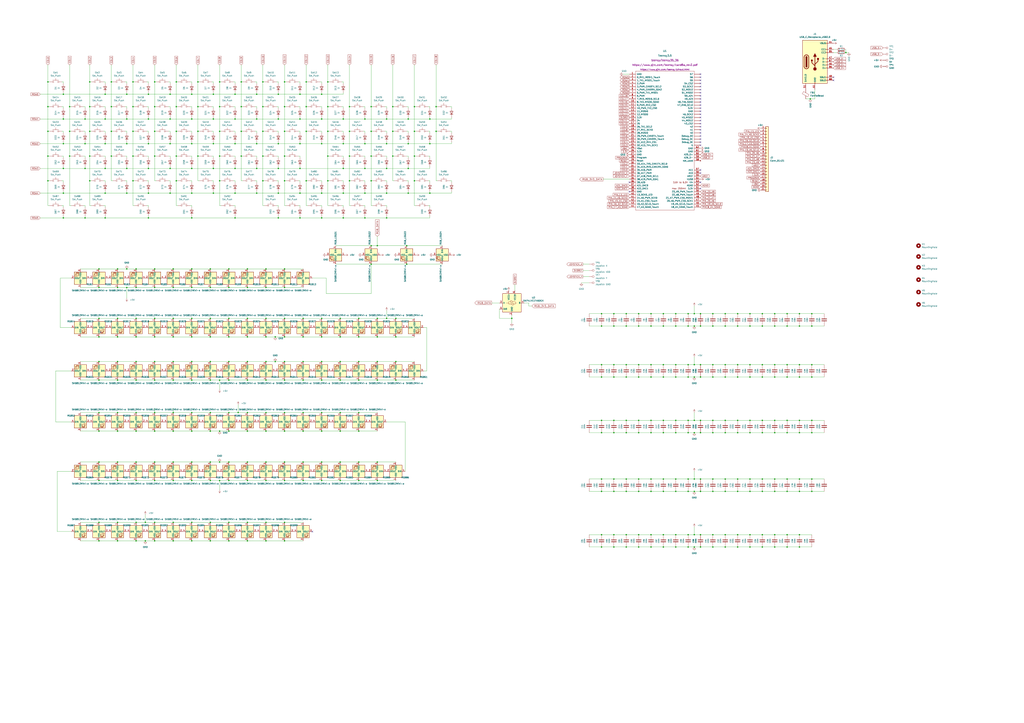
<source format=kicad_sch>
(kicad_sch (version 20211123) (generator eeschema)
  (paper "A1")
  (title_block (title "ZeKeyboard V3"))
  (junction (at 504.19 257.81))
  (junction (at 109.22 128.27))
  (junction (at 565.15 355.6))
  (junction (at 570.23 257.81))
  (junction (at 248.92 339.09))
  (junction (at 233.68 312.42))
  (junction (at 494.03 299.72))
  (junction (at 524.51 403.86))
  (junction (at 585.47 309.88))
  (junction (at 636.27 345.44))
  (junction (at 615.95 309.88))
  (junction (at 142.24 261.62))
  (junction (at 127 379.73))
  (junction (at 180.34 67.31))
  (junction (at 575.31 309.88))
  (junction (at 127 312.42))
  (junction (at 104.14 97.79))
  (junction (at 585.47 403.86))
  (junction (at 666.75 257.81))
  (junction (at 157.48 444.5))
  (junction (at 524.51 439.42))
  (junction (at 91.44 107.95))
  (junction (at 666.75 355.6))
  (junction (at 69.85 138.43))
  (junction (at 81.28 444.5))
  (junction (at 554.99 267.97))
  (junction (at 180.34 87.63))
  (junction (at 666.75 345.44))
  (junction (at 73.66 67.31))
  (junction (at 96.52 354.33))
  (junction (at 96.52 261.62))
  (junction (at 157.48 158.75))
  (junction (at 96.52 236.22))
  (junction (at 504.19 403.86))
  (junction (at 187.96 339.09))
  (junction (at 575.31 449.58))
  (junction (at 626.11 267.97))
  (junction (at 504.19 299.72))
  (junction (at 317.5 97.79))
  (junction (at 81.28 261.62))
  (junction (at 317.5 138.43))
  (junction (at 251.46 87.63))
  (junction (at 534.67 449.58))
  (junction (at 605.79 393.7))
  (junction (at 81.28 276.86))
  (junction (at 514.35 299.72))
  (junction (at 233.68 354.33))
  (junction (at 81.28 379.73))
  (junction (at 73.66 128.27))
  (junction (at 565.15 309.88))
  (junction (at 585.47 267.97))
  (junction (at 248.92 379.73))
  (junction (at 233.68 220.98))
  (junction (at 264.16 276.86))
  (junction (at 605.79 267.97))
  (junction (at 524.51 355.6))
  (junction (at 646.43 299.72))
  (junction (at 585.47 449.58))
  (junction (at 111.76 312.42))
  (junction (at 335.28 138.43))
  (junction (at 142.24 236.22))
  (junction (at 127 429.26))
  (junction (at 294.64 394.97))
  (junction (at 636.27 403.86))
  (junction (at 127 236.22))
  (junction (at 218.44 444.5))
  (junction (at 279.4 312.42))
  (junction (at 162.56 128.27))
  (junction (at 325.12 276.86))
  (junction (at 73.66 148.59))
  (junction (at 193.04 77.47))
  (junction (at 157.48 312.42))
  (junction (at 96.52 297.18))
  (junction (at 646.43 257.81))
  (junction (at 605.79 299.72))
  (junction (at 544.83 355.6))
  (junction (at 570.23 309.88))
  (junction (at 180.34 394.97))
  (junction (at 570.23 403.86))
  (junction (at 294.64 339.09))
  (junction (at 218.44 236.22))
  (junction (at 193.04 138.43))
  (junction (at 575.31 403.86))
  (junction (at 157.48 394.97))
  (junction (at 626.11 309.88))
  (junction (at 157.48 339.09))
  (junction (at 172.72 261.62))
  (junction (at 544.83 345.44))
  (junction (at 86.36 138.43))
  (junction (at 264.16 394.97))
  (junction (at 52.07 138.43))
  (junction (at 81.28 297.18))
  (junction (at 575.31 267.97))
  (junction (at 504.19 439.42))
  (junction (at 595.63 345.44))
  (junction (at 636.27 267.97))
  (junction (at 111.76 394.97))
  (junction (at 193.04 179.07))
  (junction (at 264.16 261.62))
  (junction (at 175.26 118.11))
  (junction (at 514.35 309.88))
  (junction (at 203.2 429.26))
  (junction (at 104.14 138.43))
  (junction (at 585.47 257.81))
  (junction (at 39.37 128.27))
  (junction (at 494.03 257.81))
  (junction (at 203.2 261.62))
  (junction (at 96.52 312.42))
  (junction (at 121.92 77.47))
  (junction (at 203.2 339.09))
  (junction (at 86.36 97.79))
  (junction (at 299.72 118.11))
  (junction (at 279.4 297.18))
  (junction (at 233.68 379.73))
  (junction (at 215.9 128.27))
  (junction (at 570.23 449.58))
  (junction (at 233.68 107.95))
  (junction (at 554.99 449.58))
  (junction (at 187.96 276.86))
  (junction (at 309.88 297.18))
  (junction (at 570.23 345.44))
  (junction (at 157.48 276.86))
  (junction (at 309.88 312.42))
  (junction (at 142.24 339.09))
  (junction (at 180.34 107.95))
  (junction (at 565.15 449.58))
  (junction (at 544.83 257.81))
  (junction (at 127 394.97))
  (junction (at 210.82 97.79))
  (junction (at 172.72 429.26))
  (junction (at 162.56 107.95))
  (junction (at 210.82 77.47))
  (junction (at 264.16 77.47))
  (junction (at 309.88 261.62))
  (junction (at 325.12 297.18))
  (junction (at 198.12 128.27))
  (junction (at 322.58 128.27))
  (junction (at 104.14 220.98))
  (junction (at 172.72 297.18))
  (junction (at 162.56 87.63))
  (junction (at 91.44 67.31))
  (junction (at 233.68 297.18))
  (junction (at 565.15 403.86))
  (junction (at 233.68 394.97))
  (junction (at 534.67 345.44))
  (junction (at 554.99 299.72))
  (junction (at 299.72 179.07))
  (junction (at 218.44 276.86))
  (junction (at 226.06 297.18))
  (junction (at 304.8 128.27))
  (junction (at 524.51 267.97))
  (junction (at 203.2 379.73))
  (junction (at 615.95 299.72))
  (junction (at 127 354.33))
  (junction (at 534.67 439.42))
  (junction (at 121.92 118.11))
  (junction (at 504.19 309.88))
  (junction (at 172.72 394.97))
  (junction (at 218.44 379.73))
  (junction (at 251.46 148.59))
  (junction (at 335.28 158.75))
  (junction (at 626.11 299.72))
  (junction (at 335.28 118.11))
  (junction (at 287.02 107.95))
  (junction (at 157.48 97.79))
  (junction (at 615.95 355.6))
  (junction (at 175.26 158.75))
  (junction (at 565.15 439.42))
  (junction (at 666.75 267.97))
  (junction (at 248.92 312.42))
  (junction (at 127 261.62))
  (junction (at 626.11 439.42))
  (junction (at 157.48 220.98))
  (junction (at 39.37 87.63))
  (junction (at 228.6 179.07))
  (junction (at 157.48 429.26))
  (junction (at 127 444.5))
  (junction (at 494.03 449.58))
  (junction (at 317.5 118.11))
  (junction (at 52.07 118.11))
  (junction (at 504.19 393.7))
  (junction (at 172.72 339.09))
  (junction (at 281.94 158.75))
  (junction (at 127 107.95))
  (junction (at 636.27 439.42))
  (junction (at 554.99 355.6))
  (junction (at 142.24 444.5))
  (junction (at 281.94 118.11))
  (junction (at 494.03 267.97))
  (junction (at 203.2 354.33))
  (junction (at 187.96 379.73))
  (junction (at 175.26 97.79))
  (junction (at 96.52 429.26))
  (junction (at 317.5 179.07))
  (junction (at 172.72 379.73))
  (junction (at 142.24 276.86))
  (junction (at 52.07 77.47))
  (junction (at 228.6 158.75))
  (junction (at 187.96 236.22))
  (junction (at 109.22 148.59))
  (junction (at 544.83 299.72))
  (junction (at 187.96 354.33))
  (junction (at 287.02 87.63))
  (junction (at 228.6 118.11))
  (junction (at 203.2 297.18))
  (junction (at 605.79 403.86))
  (junction (at 127 339.09))
  (junction (at 119.38 444.5))
  (junction (at 353.06 118.11))
  (junction (at 534.67 403.86))
  (junction (at 144.78 87.63))
  (junction (at 96.52 220.98))
  (junction (at 646.43 403.86))
  (junction (at 595.63 393.7))
  (junction (at 104.14 77.47))
  (junction (at 565.15 267.97))
  (junction (at 127 220.98))
  (junction (at 666.75 393.7))
  (junction (at 544.83 449.58))
  (junction (at 281.94 179.07))
  (junction (at 514.35 345.44))
  (junction (at 626.11 355.6))
  (junction (at 157.48 236.22))
  (junction (at 514.35 393.7))
  (junction (at 514.35 355.6))
  (junction (at 524.51 257.81))
  (junction (at 111.76 354.33))
  (junction (at 96.52 444.5))
  (junction (at 187.96 429.26))
  (junction (at 269.24 107.95))
  (junction (at 656.59 393.7))
  (junction (at 281.94 138.43))
  (junction (at 198.12 67.31))
  (junction (at 218.44 394.97))
  (junction (at 233.68 236.22))
  (junction (at 524.51 393.7))
  (junction (at 198.12 107.95))
  (junction (at 353.06 158.75))
  (junction (at 494.03 355.6))
  (junction (at 358.14 87.63))
  (junction (at 86.36 118.11))
  (junction (at 570.23 355.6))
  (junction (at 233.68 87.63))
  (junction (at 91.44 128.27))
  (junction (at 524.51 345.44))
  (junction (at 228.6 138.43))
  (junction (at 615.95 403.86))
  (junction (at 264.16 158.75))
  (junction (at 524.51 299.72))
  (junction (at 111.76 339.09))
  (junction (at 494.03 439.42))
  (junction (at 294.64 261.62))
  (junction (at 514.35 439.42))
  (junction (at 111.76 429.26))
  (junction (at 646.43 267.97))
  (junction (at 279.4 339.09))
  (junction (at 228.6 97.79))
  (junction (at 585.47 355.6))
  (junction (at 605.79 345.44))
  (junction (at 73.66 87.63))
  (junction (at 215.9 87.63))
  (junction (at 248.92 297.18))
  (junction (at 304.8 148.59))
  (junction (at 180.34 148.59))
  (junction (at 656.59 439.42))
  (junction (at 228.6 77.47))
  (junction (at 246.38 138.43))
  (junction (at 304.8 217.17))
  (junction (at 203.2 312.42))
  (junction (at 187.96 297.18))
  (junction (at 233.68 429.26))
  (junction (at 121.92 179.07))
  (junction (at 111.76 261.62))
  (junction (at 203.2 394.97))
  (junction (at 142.24 297.18))
  (junction (at 544.83 267.97))
  (junction (at 309.88 276.86))
  (junction (at 172.72 236.22))
  (junction (at 636.27 309.88))
  (junction (at 233.68 148.59))
  (junction (at 144.78 67.31))
  (junction (at 210.82 118.11))
  (junction (at 246.38 77.47))
  (junction (at 215.9 107.95))
  (junction (at 656.59 355.6))
  (junction (at 615.95 345.44))
  (junction (at 111.76 220.98))
  (junction (at 142.24 354.33))
  (junction (at 340.36 87.63))
  (junction (at 96.52 339.09))
  (junction (at 636.27 257.81))
  (junction (at 203.2 236.22))
  (junction (at 504.19 345.44))
  (junction (at 218.44 312.42))
  (junction (at 86.36 179.07))
  (junction (at 264.16 97.79))
  (junction (at 139.7 97.79))
  (junction (at 287.02 128.27))
  (junction (at 585.47 439.42))
  (junction (at 554.99 309.88))
  (junction (at 279.4 261.62))
  (junction (at 514.35 267.97))
  (junction (at 281.94 97.79))
  (junction (at 86.36 158.75))
  (junction (at 111.76 297.18))
  (junction (at 187.96 220.98))
  (junction (at 119.38 429.26))
  (junction (at 636.27 355.6))
  (junction (at 157.48 138.43))
  (junction (at 57.15 87.63))
  (junction (at 218.44 220.98))
  (junction (at 570.23 267.97))
  (junction (at 142.24 312.42))
  (junction (at 544.83 309.88))
  (junction (at 69.85 118.11))
  (junction (at 615.95 257.81))
  (junction (at 269.24 87.63))
  (junction (at 111.76 276.86))
  (junction (at 304.8 107.95))
  (junction (at 656.59 403.86))
  (junction (at 210.82 158.75))
  (junction (at 269.24 67.31))
  (junction (at 534.67 267.97))
  (junction (at 233.68 261.62))
  (junction (at 615.95 267.97))
  (junction (at 248.92 354.33))
  (junction (at 299.72 97.79))
  (junction (at 317.5 261.62))
  (junction (at 656.59 257.81))
  (junction (at 157.48 297.18))
  (junction (at 554.99 257.81))
  (junction (at 534.67 299.72))
  (junction (at 210.82 138.43))
  (junction (at 504.19 267.97))
  (junction (at 111.76 444.5))
  (junction (at 86.36 77.47))
  (junction (at 121.92 138.43))
  (junction (at 554.99 403.86))
  (junction (at 570.23 299.72))
  (junction (at 646.43 449.58))
  (junction (at 52.07 97.79))
  (junction (at 646.43 309.88))
  (junction (at 514.35 449.58))
  (junction (at 109.22 67.31))
  (junction (at 615.95 393.7))
  (junction (at 121.92 158.75))
  (junction (at 605.79 439.42))
  (junction (at 585.47 393.7))
  (junction (at 144.78 128.27))
  (junction (at 309.88 379.73))
  (junction (at 294.64 379.73))
  (junction (at 233.68 67.31))
  (junction (at 494.03 309.88))
  (junction (at 111.76 379.73))
  (junction (at 636.27 299.72))
  (junction (at 325.12 261.62))
  (junction (at 575.31 345.44))
  (junction (at 57.15 128.27))
  (junction (at 575.31 439.42))
  (junction (at 251.46 107.95))
  (junction (at 279.4 379.73))
  (junction (at 595.63 257.81))
  (junction (at 203.2 444.5))
  (junction (at 104.14 158.75))
  (junction (at 142.24 220.98))
  (junction (at 304.8 87.63))
  (junction (at 646.43 345.44))
  (junction (at 666.75 309.88))
  (junction (at 187.96 394.97))
  (junction (at 81.28 220.98))
  (junction (at 127 128.27))
  (junction (at 121.92 97.79))
  (junction (at 109.22 107.95))
  (junction (at 218.44 429.26))
  (junction (at 246.38 97.79))
  (junction (at 157.48 179.07))
  (junction (at 605.79 309.88))
  (junction (at 81.28 339.09))
  (junction (at 626.11 345.44))
  (junction (at 264.16 297.18))
  (junction (at 193.04 118.11))
  (junction (at 656.59 299.72))
  (junction (at 544.83 439.42))
  (junction (at 127 276.86))
  (junction (at 52.07 158.75))
  (junction (at 524.51 449.58))
  (junction (at 595.63 439.42))
  (junction (at 144.78 107.95))
  (junction (at 504.19 449.58))
  (junction (at 666.75 403.86))
  (junction (at 544.83 393.7))
  (junction (at 294.64 276.86))
  (junction (at 504.19 355.6))
  (junction (at 605.79 355.6))
  (junction (at 595.63 299.72))
  (junction (at 615.95 439.42))
  (junction (at 585.47 299.72))
  (junction (at 534.67 309.88))
  (junction (at 264.16 118.11))
  (junction (at 534.67 393.7))
  (junction (at 554.99 345.44))
  (junction (at 269.24 128.27))
  (junction (at 233.68 339.09))
  (junction (at 309.88 201.93))
  (junction (at 264.16 354.33))
  (junction (at 666.75 299.72))
  (junction (at 269.24 148.59))
  (junction (at 646.43 355.6))
  (junction (at 157.48 261.62))
  (junction (at 279.4 394.97))
  (junction (at 322.58 107.95))
  (junction (at 139.7 118.11))
  (junction (at 626.11 257.81))
  (junction (at 111.76 236.22))
  (junction (at 81.28 394.97))
  (junction (at 514.35 403.86))
  (junction (at 524.51 309.88))
  (junction (at 73.66 107.95))
  (junction (at 554.99 439.42))
  (junction (at 636.27 393.7))
  (junction (at 626.11 449.58))
  (junction (at 218.44 297.18))
  (junction (at 279.4 354.33))
  (junction (at 172.72 354.33))
  (junction (at 246.38 158.75))
  (junction (at 615.95 449.58))
  (junction (at 172.72 276.86))
  (junction (at 246.38 179.07))
  (junction (at 656.59 449.58))
  (junction (at 91.44 87.63))
  (junction (at 514.35 257.81))
  (junction (at 218.44 261.62))
  (junction (at 218.44 339.09))
  (junction (at 248.92 394.97))
  (junction (at 39.37 67.31))
  (junction (at 193.04 158.75))
  (junction (at 264.16 312.42))
  (junction (at 226.06 276.86))
  (junction (at 595.63 355.6))
  (junction (at 215.9 148.59))
  (junction (at 334.01 201.93))
  (junction (at 565.15 257.81))
  (junction (at 534.67 355.6))
  (junction (at 294.64 354.33))
  (junction (at 203.2 220.98))
  (junction (at 142.24 379.73))
  (junction (at 180.34 354.33))
  (junction (at 142.24 429.26))
  (junction (at 81.28 429.26))
  (junction (at 575.31 299.72))
  (junction (at 334.01 217.17))
  (junction (at 420.37 261.62))
  (junction (at 162.56 67.31))
  (junction (at 656.59 345.44))
  (junction (at 353.06 97.79))
  (junction (at 39.37 148.59))
  (junction (at 646.43 439.42))
  (junction (at 104.14 236.22))
  (junction (at 175.26 138.43))
  (junction (at 264.16 179.07))
  (junction (at 69.85 179.07))
  (junction (at 299.72 158.75))
  (junction (at 340.36 107.95))
  (junction (at 335.28 97.79))
  (junction (at 198.12 87.63))
  (junction (at 139.7 138.43))
  (junction (at 127 87.63))
  (junction (at 109.22 87.63))
  (junction (at 81.28 354.33))
  (junction (at 322.58 87.63))
  (junction (at 180.34 128.27))
  (junction (at 81.28 312.42))
  (junction (at 195.58 339.09))
  (junction (at 52.07 179.07))
  (junction (at 203.2 276.86))
  (junction (at 39.37 107.95))
  (junction (at 585.47 345.44))
  (junction (at 157.48 379.73))
  (junction (at 157.48 118.11))
  (junction (at 570.23 393.7))
  (junction (at 565.15 345.44))
  (junction (at 81.28 236.22))
  (junction (at 340.36 148.59))
  (junction (at 215.9 67.31))
  (junction (at 544.83 403.86))
  (junction (at 187.96 261.62))
  (junction (at 626.11 403.86))
  (junction (at 294.64 297.18))
  (junction (at 595.63 403.86))
  (junction (at 294.64 312.42))
  (junction (at 317.5 158.75))
  (junction (at 554.99 393.7))
  (junction (at 494.03 393.7))
  (junction (at 565.15 299.72))
  (junction (at 139.7 77.47))
  (junction (at 595.63 267.97))
  (junction (at 172.72 444.5))
  (junction (at 309.88 394.97))
  (junction (at 127 297.18))
  (junction (at 193.04 97.79))
  (junction (at 605.79 449.58))
  (junction (at 139.7 158.75))
  (junction (at 595.63 309.88))
  (junction (at 325.12 312.42))
  (junction (at 57.15 107.95))
  (junction (at 264.16 379.73))
  (junction (at 69.85 97.79))
  (junction (at 187.96 444.5))
  (junction (at 172.72 312.42))
  (junction (at 534.67 257.81))
  (junction (at 180.34 312.42))
  (junction (at 104.14 118.11))
  (junction (at 144.78 148.59))
  (junction (at 233.68 276.86))
  (junction (at 575.31 393.7))
  (junction (at 595.63 449.58))
  (junction (at 96.52 379.73))
  (junction (at 127 67.31))
  (junction (at 157.48 354.33))
  (junction (at 172.72 220.98))
  (junction (at 180.34 379.73))
  (junction (at 175.26 77.47))
  (junction (at 575.31 355.6))
  (junction (at 656.59 309.88))
  (junction (at 575.31 257.81))
  (junction (at 494.03 403.86))
  (junction (at 251.46 67.31))
  (junction (at 96.52 276.86))
  (junction (at 665.48 81.28))
  (junction (at 494.03 345.44))
  (junction (at 279.4 276.86))
  (junction (at 264.16 339.09))
  (junction (at 565.15 393.7))
  (junction (at 570.23 439.42))
  (junction (at 358.14 107.95))
  (junction (at 646.43 393.7))
  (junction (at 246.38 118.11))
  (junction (at 187.96 312.42))
  (junction (at 340.36 128.27))
  (junction (at 248.92 261.62))
  (junction (at 299.72 138.43))
  (junction (at 96.52 394.97))
  (junction (at 605.79 257.81))
  (junction (at 233.68 444.5))
  (junction (at 248.92 276.86))
  (junction (at 626.11 393.7))
  (junction (at 694.69 43.18))
  (junction (at 218.44 354.33))
  (junction (at 233.68 128.27))
  (junction (at 157.48 77.47))
  (junction (at 287.02 148.59))
  (junction (at 656.59 267.97))
  (junction (at 142.24 394.97))
  (junction (at 636.27 449.58))
  (junction (at 304.8 201.93))
  (no_connect (at 575.31 71.12))
  (no_connect (at 575.31 106.68))
  (no_connect (at 575.31 88.9))
  (no_connect (at 575.31 78.74))
  (no_connect (at 575.31 99.06))
  (no_connect (at 575.31 111.76))
  (no_connect (at 189.23 440.69))
  (no_connect (at 575.31 139.7))
  (no_connect (at 575.31 68.58))
  (no_connect (at 82.55 273.05))
  (no_connect (at 113.03 350.52))
  (no_connect (at 684.53 66.04))
  (no_connect (at 575.31 60.96))
  (no_connect (at 575.31 109.22))
  (no_connect (at 575.31 76.2))
  (no_connect (at 575.31 101.6))
  (no_connect (at 575.31 91.44))
  (no_connect (at 575.31 96.52))
  (no_connect (at 575.31 154.94))
  (no_connect (at 575.31 66.04))
  (no_connect (at 516.89 149.86))
  (no_connect (at 575.31 142.24))
  (no_connect (at 575.31 104.14))
  (no_connect (at 684.53 63.5))
  (no_connect (at 575.31 119.38))
  (no_connect (at 575.31 63.5))
  (no_connect (at 308.61 300.99))
  (no_connect (at 575.31 73.66))
  (no_connect (at 575.31 116.84))
  (no_connect (at 575.31 114.3))
  (no_connect (at 256.54 436.88))
  (no_connect (at 232.41 383.54))
  (no_connect (at 575.31 81.28))
  (no_connect (at 575.31 86.36))
  (no_connect (at 575.31 83.82))
  (no_connect (at 516.89 157.48))
  (no_connect (at 575.31 149.86))
  (no_connect (at 575.31 93.98))
  (wire (pts (xy 325.12 297.18) (xy 340.36 297.18)))
  (wire (pts (xy 110.49 168.91) (xy 109.22 168.91)))
  (wire (pts (xy 157.48 107.95) (xy 157.48 109.22)))
  (wire (pts (xy 403.86 248.92) (xy 410.21 248.92)))
  (wire (pts (xy 227.33 107.95) (xy 228.6 107.95)))
  (wire (pts (xy 120.65 107.95) (xy 121.92 107.95)))
  (wire (pts (xy 299.72 87.63) (xy 299.72 88.9)))
  (wire (pts (xy 157.48 236.22) (xy 142.24 236.22)))
  (wire (pts (xy 110.49 128.27) (xy 109.22 128.27)))
  (wire (pts (xy 524.51 449.58) (xy 534.67 449.58)))
  (wire (pts (xy 661.67 81.28) (xy 665.48 81.28)))
  (wire (pts (xy 203.2 394.97) (xy 187.96 394.97)))
  (wire (pts (xy 121.92 128.27) (xy 121.92 129.54)))
  (wire (pts (xy 245.11 107.95) (xy 246.38 107.95)))
  (wire (pts (xy 595.63 403.86) (xy 605.79 403.86)))
  (wire (pts (xy 228.6 87.63) (xy 228.6 88.9)))
  (wire (pts (xy 299.72 97.79) (xy 317.5 97.79)))
  (wire (pts (xy 646.43 267.97) (xy 656.59 267.97)))
  (wire (pts (xy 248.92 394.97) (xy 233.68 394.97)))
  (wire (pts (xy 264.16 379.73) (xy 248.92 379.73)))
  (wire (pts (xy 45.72 304.8) (xy 45.72 346.71)))
  (wire (pts (xy 585.47 299.72) (xy 575.31 299.72)))
  (wire (pts (xy 325.12 379.73) (xy 309.88 379.73)))
  (wire (pts (xy 102.87 107.95) (xy 104.14 107.95)))
  (wire (pts (xy 193.04 67.31) (xy 193.04 68.58)))
  (wire (pts (xy 193.04 116.84) (xy 193.04 118.11)))
  (wire (pts (xy 570.23 309.88) (xy 575.31 309.88)))
  (wire (pts (xy 370.84 116.84) (xy 370.84 118.11)))
  (wire (pts (xy 227.33 67.31) (xy 228.6 67.31)))
  (wire (pts (xy 195.58 339.09) (xy 203.2 339.09)))
  (wire (pts (xy 157.48 168.91) (xy 157.48 170.18)))
  (wire (pts (xy 104.14 67.31) (xy 104.14 68.58)))
  (wire (pts (xy 96.52 236.22) (xy 81.28 236.22)))
  (wire (pts (xy 157.48 67.31) (xy 157.48 68.58)))
  (wire (pts (xy 198.12 67.31) (xy 198.12 87.63)))
  (wire (pts (xy 175.26 116.84) (xy 175.26 118.11)))
  (wire (pts (xy 86.36 177.8) (xy 86.36 179.07)))
  (wire (pts (xy 187.96 312.42) (xy 180.34 312.42)))
  (wire (pts (xy 96.52 354.33) (xy 111.76 354.33)))
  (wire (pts (xy 511.81 60.96) (xy 516.89 60.96)))
  (wire (pts (xy 91.44 53.34) (xy 91.44 67.31)))
  (wire (pts (xy 163.83 107.95) (xy 162.56 107.95)))
  (wire (pts (xy 335.28 137.16) (xy 335.28 138.43)))
  (wire (pts (xy 524.51 299.72) (xy 514.35 299.72)))
  (wire (pts (xy 570.23 339.09) (xy 570.23 345.44)))
  (wire (pts (xy 203.2 312.42) (xy 187.96 312.42)))
  (wire (pts (xy 73.66 87.63) (xy 73.66 107.95)))
  (wire (pts (xy 676.91 299.72) (xy 666.75 299.72)))
  (wire (pts (xy 86.36 67.31) (xy 86.36 68.58)))
  (wire (pts (xy 142.24 297.18) (xy 127 297.18)))
  (wire (pts (xy 104.14 137.16) (xy 104.14 138.43)))
  (wire (pts (xy 615.95 257.81) (xy 605.79 257.81)))
  (wire (pts (xy 275.59 217.17) (xy 304.8 217.17)))
  (wire (pts (xy 209.55 107.95) (xy 210.82 107.95)))
  (wire (pts (xy 175.26 138.43) (xy 193.04 138.43)))
  (wire (pts (xy 322.58 107.95) (xy 322.58 128.27)))
  (wire (pts (xy 187.96 394.97) (xy 180.34 394.97)))
  (wire (pts (xy 104.14 158.75) (xy 121.92 158.75)))
  (wire (pts (xy 281.94 148.59) (xy 281.94 149.86)))
  (wire (pts (xy 173.99 67.31) (xy 175.26 67.31)))
  (wire (pts (xy 111.76 394.97) (xy 96.52 394.97)))
  (wire (pts (xy 306.07 148.59) (xy 304.8 148.59)))
  (wire (pts (xy 514.35 267.97) (xy 524.51 267.97)))
  (wire (pts (xy 193.04 177.8) (xy 193.04 179.07)))
  (wire (pts (xy 127 261.62) (xy 142.24 261.62)))
  (wire (pts (xy 191.77 87.63) (xy 193.04 87.63)))
  (wire (pts (xy 304.8 128.27) (xy 304.8 148.59)))
  (wire (pts (xy 565.15 345.44) (xy 554.99 345.44)))
  (wire (pts (xy 66.04 297.18) (xy 81.28 297.18)))
  (wire (pts (xy 110.49 67.31) (xy 109.22 67.31)))
  (wire (pts (xy 228.6 76.2) (xy 228.6 77.47)))
  (wire (pts (xy 251.46 87.63) (xy 251.46 107.95)))
  (wire (pts (xy 317.5 158.75) (xy 335.28 158.75)))
  (wire (pts (xy 157.48 87.63) (xy 157.48 88.9)))
  (wire (pts (xy 96.52 297.18) (xy 81.28 297.18)))
  (wire (pts (xy 334.01 107.95) (xy 335.28 107.95)))
  (wire (pts (xy 81.28 236.22) (xy 66.04 236.22)))
  (wire (pts (xy 280.67 168.91) (xy 281.94 168.91)))
  (wire (pts (xy 121.92 87.63) (xy 121.92 88.9)))
  (wire (pts (xy 504.19 267.97) (xy 514.35 267.97)))
  (wire (pts (xy 181.61 148.59) (xy 180.34 148.59)))
  (wire (pts (xy 198.12 107.95) (xy 198.12 128.27)))
  (wire (pts (xy 119.38 422.91) (xy 119.38 429.26)))
  (wire (pts (xy 615.95 393.7) (xy 605.79 393.7)))
  (wire (pts (xy 565.15 355.6) (xy 570.23 355.6)))
  (wire (pts (xy 233.68 67.31) (xy 233.68 87.63)))
  (wire (pts (xy 281.94 76.2) (xy 281.94 77.47)))
  (wire (pts (xy 280.67 148.59) (xy 281.94 148.59)))
  (wire (pts (xy 420.37 259.08) (xy 420.37 261.62)))
  (wire (pts (xy 139.7 138.43) (xy 157.48 138.43)))
  (wire (pts (xy 33.02 138.43) (xy 52.07 138.43)))
  (wire (pts (xy 353.06 137.16) (xy 353.06 138.43)))
  (wire (pts (xy 121.92 116.84) (xy 121.92 118.11)))
  (wire (pts (xy 52.07 77.47) (xy 86.36 77.47)))
  (wire (pts (xy 570.23 355.6) (xy 575.31 355.6)))
  (wire (pts (xy 127 107.95) (xy 127 128.27)))
  (wire (pts (xy 180.34 107.95) (xy 180.34 128.27)))
  (wire (pts (xy 127 236.22) (xy 111.76 236.22)))
  (wire (pts (xy 181.61 107.95) (xy 180.34 107.95)))
  (wire (pts (xy 264.16 76.2) (xy 264.16 77.47)))
  (wire (pts (xy 287.02 128.27) (xy 287.02 148.59)))
  (wire (pts (xy 340.36 87.63) (xy 340.36 107.95)))
  (wire (pts (xy 251.46 148.59) (xy 251.46 168.91)))
  (wire (pts (xy 534.67 403.86) (xy 544.83 403.86)))
  (wire (pts (xy 218.44 379.73) (xy 203.2 379.73)))
  (wire (pts (xy 585.47 309.88) (xy 595.63 309.88)))
  (wire (pts (xy 203.2 276.86) (xy 218.44 276.86)))
  (wire (pts (xy 193.04 148.59) (xy 193.04 149.86)))
  (wire (pts (xy 264.16 168.91) (xy 264.16 170.18)))
  (wire (pts (xy 288.29 87.63) (xy 287.02 87.63)))
  (wire (pts (xy 288.29 128.27) (xy 287.02 128.27)))
  (wire (pts (xy 325.12 394.97) (xy 309.88 394.97)))
  (wire (pts (xy 233.68 379.73) (xy 218.44 379.73)))
  (wire (pts (xy 299.72 96.52) (xy 299.72 97.79)))
  (wire (pts (xy 656.59 299.72) (xy 646.43 299.72)))
  (wire (pts (xy 353.06 168.91) (xy 353.06 170.18)))
  (wire (pts (xy 128.27 107.95) (xy 127 107.95)))
  (wire (pts (xy 193.04 158.75) (xy 210.82 158.75)))
  (wire (pts (xy 111.76 236.22) (xy 104.14 236.22)))
  (wire (pts (xy 139.7 158.75) (xy 157.48 158.75)))
  (wire (pts (xy 187.96 220.98) (xy 172.72 220.98)))
  (wire (pts (xy 104.14 96.52) (xy 104.14 97.79)))
  (wire (pts (xy 570.23 393.7) (xy 565.15 393.7)))
  (wire (pts (xy 49.53 269.24) (xy 58.42 269.24)))
  (wire (pts (xy 203.2 339.09) (xy 218.44 339.09)))
  (wire (pts (xy 646.43 403.86) (xy 656.59 403.86)))
  (wire (pts (xy 157.48 96.52) (xy 157.48 97.79)))
  (wire (pts (xy 74.93 67.31) (xy 73.66 67.31)))
  (wire (pts (xy 554.99 449.58) (xy 565.15 449.58)))
  (wire (pts (xy 335.28 158.75) (xy 353.06 158.75)))
  (wire (pts (xy 233.68 87.63) (xy 233.68 107.95)))
  (wire (pts (xy 335.28 116.84) (xy 335.28 118.11)))
  (wire (pts (xy 246.38 116.84) (xy 246.38 118.11)))
  (wire (pts (xy 494.03 309.88) (xy 504.19 309.88)))
  (wire (pts (xy 351.79 107.95) (xy 353.06 107.95)))
  (wire (pts (xy 524.51 393.7) (xy 514.35 393.7)))
  (wire (pts (xy 228.6 148.59) (xy 228.6 149.86)))
  (wire (pts (xy 128.27 128.27) (xy 127 128.27)))
  (wire (pts (xy 233.68 339.09) (xy 248.92 339.09)))
  (wire (pts (xy 570.23 387.35) (xy 570.23 393.7)))
  (wire (pts (xy 294.64 261.62) (xy 309.88 261.62)))
  (wire (pts (xy 269.24 67.31) (xy 269.24 87.63)))
  (wire (pts (xy 92.71 128.27) (xy 91.44 128.27)))
  (wire (pts (xy 656.59 449.58) (xy 666.75 449.58)))
  (wire (pts (xy 139.7 107.95) (xy 139.7 109.22)))
  (wire (pts (xy 595.63 309.88) (xy 605.79 309.88)))
  (wire (pts (xy 144.78 148.59) (xy 144.78 168.91)))
  (wire (pts (xy 570.23 299.72) (xy 565.15 299.72)))
  (wire (pts (xy 175.26 76.2) (xy 175.26 77.47)))
  (wire (pts (xy 175.26 148.59) (xy 175.26 149.86)))
  (wire (pts (xy 210.82 137.16) (xy 210.82 138.43)))
  (wire (pts (xy 128.27 87.63) (xy 127 87.63)))
  (wire (pts (xy 142.24 339.09) (xy 142.24 335.28)))
  (wire (pts (xy 218.44 236.22) (xy 203.2 236.22)))
  (wire (pts (xy 109.22 107.95) (xy 109.22 128.27)))
  (wire (pts (xy 267.97 241.3) (xy 267.97 228.6)))
  (wire (pts (xy 162.56 53.34) (xy 162.56 67.31)))
  (wire (pts (xy 325.12 297.18) (xy 309.88 297.18)))
  (wire (pts (xy 128.27 148.59) (xy 127 148.59)))
  (wire (pts (xy 52.07 97.79) (xy 69.85 97.79)))
  (wire (pts (xy 86.36 118.11) (xy 104.14 118.11)))
  (wire (pts (xy 615.95 439.42) (xy 605.79 439.42)))
  (wire (pts (xy 252.73 168.91) (xy 251.46 168.91)))
  (wire (pts (xy 144.78 67.31) (xy 144.78 87.63)))
  (wire (pts (xy 92.71 67.31) (xy 91.44 67.31)))
  (wire (pts (xy 697.23 43.18) (xy 694.69 43.18)))
  (wire (pts (xy 316.23 168.91) (xy 317.5 168.91)))
  (wire (pts (xy 156.21 168.91) (xy 157.48 168.91)))
  (wire (pts (xy 248.92 236.22) (xy 233.68 236.22)))
  (wire (pts (xy 334.01 201.93) (xy 363.22 201.93)))
  (wire (pts (xy 172.72 354.33) (xy 180.34 354.33)))
  (wire (pts (xy 666.75 345.44) (xy 656.59 345.44)))
  (wire (pts (xy 270.51 128.27) (xy 269.24 128.27)))
  (wire (pts (xy 585.47 449.58) (xy 595.63 449.58)))
  (wire (pts (xy 121.92 148.59) (xy 121.92 149.86)))
  (wire (pts (xy 215.9 107.95) (xy 215.9 128.27)))
  (wire (pts (xy 209.55 128.27) (xy 210.82 128.27)))
  (wire (pts (xy 157.48 339.09) (xy 172.72 339.09)))
  (wire (pts (xy 275.59 201.93) (xy 304.8 201.93)))
  (wire (pts (xy 73.66 53.34) (xy 73.66 67.31)))
  (wire (pts (xy 69.85 177.8) (xy 69.85 179.07)))
  (wire (pts (xy 68.58 87.63) (xy 69.85 87.63)))
  (wire (pts (xy 86.36 97.79) (xy 104.14 97.79)))
  (wire (pts (xy 270.51 107.95) (xy 269.24 107.95)))
  (wire (pts (xy 157.48 429.26) (xy 172.72 429.26)))
  (wire (pts (xy 139.7 77.47) (xy 157.48 77.47)))
  (wire (pts (xy 217.17 107.95) (xy 215.9 107.95)))
  (wire (pts (xy 281.94 158.75) (xy 299.72 158.75)))
  (wire (pts (xy 157.48 312.42) (xy 142.24 312.42)))
  (wire (pts (xy 245.11 87.63) (xy 246.38 87.63)))
  (wire (pts (xy 595.63 267.97) (xy 605.79 267.97)))
  (wire (pts (xy 218.44 444.5) (xy 233.68 444.5)))
  (wire (pts (xy 218.44 312.42) (xy 203.2 312.42)))
  (wire (pts (xy 436.88 251.46) (xy 434.34 251.46)))
  (wire (pts (xy 121.92 96.52) (xy 121.92 97.79)))
  (wire (pts (xy 86.36 76.2) (xy 86.36 77.47)))
  (wire (pts (xy 193.04 77.47) (xy 210.82 77.47)))
  (wire (pts (xy 281.94 107.95) (xy 281.94 109.22)))
  (wire (pts (xy 73.66 107.95) (xy 73.66 128.27)))
  (wire (pts (xy 248.92 354.33) (xy 264.16 354.33)))
  (wire (pts (xy 210.82 97.79) (xy 228.6 97.79)))
  (wire (pts (xy 121.92 97.79) (xy 139.7 97.79)))
  (wire (pts (xy 656.59 355.6) (xy 666.75 355.6)))
  (wire (pts (xy 514.35 299.72) (xy 504.19 299.72)))
  (wire (pts (xy 144.78 53.34) (xy 144.78 67.31)))
  (wire (pts (xy 181.61 128.27) (xy 180.34 128.27)))
  (wire (pts (xy 353.06 128.27) (xy 353.06 129.54)))
  (wire (pts (xy 325.12 312.42) (xy 340.36 312.42)))
  (wire (pts (xy 248.92 379.73) (xy 233.68 379.73)))
  (wire (pts (xy 187.96 276.86) (xy 203.2 276.86)))
  (wire (pts (xy 287.02 148.59) (xy 287.02 168.91)))
  (wire (pts (xy 299.72 168.91) (xy 299.72 170.18)))
  (wire (pts (xy 127 128.27) (xy 127 148.59)))
  (wire (pts (xy 209.55 67.31) (xy 210.82 67.31)))
  (wire (pts (xy 676.91 257.81) (xy 666.75 257.81)))
  (wire (pts (xy 193.04 96.52) (xy 193.04 97.79)))
  (wire (pts (xy 281.94 67.31) (xy 281.94 68.58)))
  (wire (pts (xy 299.72 137.16) (xy 299.72 138.43)))
  (wire (pts (xy 187.96 297.18) (xy 172.72 297.18)))
  (wire (pts (xy 570.23 267.97) (xy 575.31 267.97)))
  (wire (pts (xy 218.44 276.86) (xy 226.06 276.86)))
  (wire (pts (xy 139.7 67.31) (xy 139.7 68.58)))
  (wire (pts (xy 66.04 312.42) (xy 81.28 312.42)))
  (wire (pts (xy 323.85 148.59) (xy 322.58 148.59)))
  (wire (pts (xy 656.59 439.42) (xy 646.43 439.42)))
  (wire (pts (xy 524.51 309.88) (xy 534.67 309.88)))
  (wire (pts (xy 595.63 345.44) (xy 585.47 345.44)))
  (wire (pts (xy 228.6 137.16) (xy 228.6 138.43)))
  (wire (pts (xy 575.31 345.44) (xy 570.23 345.44)))
  (wire (pts (xy 104.14 118.11) (xy 121.92 118.11)))
  (wire (pts (xy 544.83 403.86) (xy 554.99 403.86)))
  (wire (pts (xy 317.5 118.11) (xy 335.28 118.11)))
  (wire (pts (xy 157.48 158.75) (xy 175.26 158.75)))
  (wire (pts (xy 228.6 177.8) (xy 228.6 179.07)))
  (wire (pts (xy 534.67 355.6) (xy 544.83 355.6)))
  (wire (pts (xy 210.82 148.59) (xy 210.82 149.86)))
  (wire (pts (xy 309.88 312.42) (xy 294.64 312.42)))
  (wire (pts (xy 317.5 96.52) (xy 317.5 97.79)))
  (wire (pts (xy 142.24 379.73) (xy 127 379.73)))
  (wire (pts (xy 264.16 77.47) (xy 281.94 77.47)))
  (wire (pts (xy 246.38 137.16) (xy 246.38 138.43)))
  (wire (pts (xy 175.26 97.79) (xy 193.04 97.79)))
  (wire (pts (xy 175.26 96.52) (xy 175.26 97.79)))
  (wire (pts (xy 73.66 128.27) (xy 73.66 148.59)))
  (wire (pts (xy 181.61 87.63) (xy 180.34 87.63)))
  (wire (pts (xy 317.5 97.79) (xy 335.28 97.79)))
  (wire (pts (xy 74.93 107.95) (xy 73.66 107.95)))
  (wire (pts (xy 228.6 118.11) (xy 246.38 118.11)))
  (wire (pts (xy 353.06 116.84) (xy 353.06 118.11)))
  (wire (pts (xy 279.4 354.33) (xy 294.64 354.33)))
  (wire (pts (xy 191.77 148.59) (xy 193.04 148.59)))
  (wire (pts (xy 585.47 355.6) (xy 595.63 355.6)))
  (wire (pts (xy 534.67 309.88) (xy 544.83 309.88)))
  (wire (pts (xy 636.27 345.44) (xy 626.11 345.44)))
  (wire (pts (xy 91.44 128.27) (xy 91.44 148.59)))
  (wire (pts (xy 595.63 439.42) (xy 585.47 439.42)))
  (wire (pts (xy 575.31 403.86) (xy 585.47 403.86)))
  (wire (pts (xy 180.34 379.73) (xy 172.72 379.73)))
  (wire (pts (xy 226.06 276.86) (xy 233.68 276.86)))
  (wire (pts (xy 227.33 128.27) (xy 228.6 128.27)))
  (wire (pts (xy 193.04 76.2) (xy 193.04 77.47)))
  (wire (pts (xy 156.21 128.27) (xy 157.48 128.27)))
  (wire (pts (xy 370.84 87.63) (xy 370.84 88.9)))
  (wire (pts (xy 233.68 53.34) (xy 233.68 67.31)))
  (wire (pts (xy 353.06 148.59) (xy 353.06 149.86)))
  (wire (pts (xy 316.23 87.63) (xy 317.5 87.63)))
  (wire (pts (xy 504.19 449.58) (xy 514.35 449.58)))
  (wire (pts (xy 234.95 128.27) (xy 233.68 128.27)))
  (wire (pts (xy 218.44 394.97) (xy 203.2 394.97)))
  (wire (pts (xy 294.64 312.42) (xy 279.4 312.42)))
  (wire (pts (xy 157.48 220.98) (xy 142.24 220.98)))
  (wire (pts (xy 262.89 67.31) (xy 264.16 67.31)))
  (wire (pts (xy 495.3 147.32) (xy 516.89 147.32)))
  (wire (pts (xy 102.87 87.63) (xy 104.14 87.63)))
  (wire (pts (xy 626.11 439.42) (xy 615.95 439.42)))
  (wire (pts (xy 251.46 67.31) (xy 251.46 87.63)))
  (wire (pts (xy 96.52 261.62) (xy 111.76 261.62)))
  (wire (pts (xy 33.02 158.75) (xy 52.07 158.75)))
  (wire (pts (xy 246.38 118.11) (xy 264.16 118.11)))
  (wire (pts (xy 191.77 107.95) (xy 193.04 107.95)))
  (wire (pts (xy 544.83 355.6) (xy 554.99 355.6)))
  (wire (pts (xy 248.92 312.42) (xy 233.68 312.42)))
  (wire (pts (xy 270.51 67.31) (xy 269.24 67.31)))
  (wire (pts (xy 104.14 97.79) (xy 121.92 97.79)))
  (wire (pts (xy 575.31 299.72) (xy 570.23 299.72)))
  (wire (pts (xy 187.96 379.73) (xy 180.34 379.73)))
  (wire (pts (xy 111.76 297.18) (xy 96.52 297.18)))
  (wire (pts (xy 554.99 299.72) (xy 544.83 299.72)))
  (wire (pts (xy 163.83 67.31) (xy 162.56 67.31)))
  (wire (pts (xy 483.87 449.58) (xy 494.03 449.58)))
  (wire (pts (xy 146.05 67.31) (xy 144.78 67.31)))
  (wire (pts (xy 33.02 179.07) (xy 52.07 179.07)))
  (wire (pts (xy 121.92 77.47) (xy 139.7 77.47)))
  (wire (pts (xy 575.31 439.42) (xy 570.23 439.42)))
  (wire (pts (xy 228.6 179.07) (xy 246.38 179.07)))
  (wire (pts (xy 264.16 87.63) (xy 264.16 88.9)))
  (wire (pts (xy 299.72 157.48) (xy 299.72 158.75)))
  (wire (pts (xy 335.28 157.48) (xy 335.28 158.75)))
  (wire (pts (xy 248.92 220.98) (xy 233.68 220.98)))
  (wire (pts (xy 636.27 257.81) (xy 626.11 257.81)))
  (wire (pts (xy 57.15 87.63) (xy 57.15 107.95)))
  (wire (pts (xy 86.36 157.48) (xy 86.36 158.75)))
  (wire (pts (xy 585.47 403.86) (xy 595.63 403.86)))
  (wire (pts (xy 52.07 158.75) (xy 86.36 158.75)))
  (wire (pts (xy 121.92 137.16) (xy 121.92 138.43)))
  (wire (pts (xy 228.6 128.27) (xy 228.6 129.54)))
  (wire (pts (xy 565.15 309.88) (xy 570.23 309.88)))
  (wire (pts (xy 299.72 118.11) (xy 317.5 118.11)))
  (wire (pts (xy 52.07 168.91) (xy 52.07 170.18)))
  (wire (pts (xy 138.43 107.95) (xy 139.7 107.95)))
  (wire (pts (xy 210.82 67.31) (xy 210.82 68.58)))
  (wire (pts (xy 193.04 107.95) (xy 193.04 109.22)))
  (wire (pts (xy 304.8 241.3) (xy 267.97 241.3)))
  (wire (pts (xy 52.07 76.2) (xy 52.07 77.47)))
  (wire (pts (xy 110.49 87.63) (xy 109.22 87.63)))
  (wire (pts (xy 187.96 236.22) (xy 172.72 236.22)))
  (wire (pts (xy 504.19 345.44) (xy 494.03 345.44)))
  (wire (pts (xy 86.36 158.75) (xy 104.14 158.75)))
  (wire (pts (xy 52.07 107.95) (xy 52.07 109.22)))
  (wire (pts (xy 50.8 168.91) (xy 52.07 168.91)))
  (wire (pts (xy 162.56 128.27) (xy 162.56 148.59)))
  (wire (pts (xy 317.5 138.43) (xy 335.28 138.43)))
  (wire (pts (xy 575.31 393.7) (xy 570.23 393.7)))
  (wire (pts (xy 646.43 355.6) (xy 656.59 355.6)))
  (wire (pts (xy 157.48 97.79) (xy 175.26 97.79)))
  (wire (pts (xy 193.04 168.91) (xy 193.04 170.18)))
  (wire (pts (xy 127 354.33) (xy 142.24 354.33)))
  (wire (pts (xy 127 53.34) (xy 127 67.31)))
  (wire (pts (xy 203.2 236.22) (xy 187.96 236.22)))
  (wire (pts (xy 218.44 339.09) (xy 233.68 339.09)))
  (wire (pts (xy 267.97 228.6) (xy 256.54 228.6)))
  (wire (pts (xy 175.26 67.31) (xy 175.26 68.58)))
  (wire (pts (xy 353.06 157.48) (xy 353.06 158.75)))
  (wire (pts (xy 198.12 87.63) (xy 198.12 107.95)))
  (wire (pts (xy 636.27 309.88) (xy 646.43 309.88)))
  (wire (pts (xy 316.23 148.59) (xy 317.5 148.59)))
  (wire (pts (xy 187.96 444.5) (xy 203.2 444.5)))
  (wire (pts (xy 605.79 355.6) (xy 615.95 355.6)))
  (wire (pts (xy 298.45 168.91) (xy 299.72 168.91)))
  (wire (pts (xy 74.93 128.27) (xy 73.66 128.27)))
  (wire (pts (xy 504.19 257.81) (xy 494.03 257.81)))
  (wire (pts (xy 534.67 267.97) (xy 544.83 267.97)))
  (wire (pts (xy 104.14 107.95) (xy 104.14 109.22)))
  (wire (pts (xy 96.52 339.09) (xy 111.76 339.09)))
  (wire (pts (xy 180.34 53.34) (xy 180.34 67.31)))
  (wire (pts (xy 504.19 355.6) (xy 514.35 355.6)))
  (wire (pts (xy 666.75 439.42) (xy 656.59 439.42)))
  (wire (pts (xy 233.68 128.27) (xy 233.68 148.59)))
  (wire (pts (xy 81.28 394.97) (xy 66.04 394.97)))
  (wire (pts (xy 127 444.5) (xy 142.24 444.5)))
  (wire (pts (xy 74.93 168.91) (xy 73.66 168.91)))
  (wire (pts (xy 193.04 137.16) (xy 193.04 138.43)))
  (wire (pts (xy 52.07 137.16) (xy 52.07 138.43)))
  (wire (pts (xy 626.11 257.81) (xy 615.95 257.81)))
  (wire (pts (xy 228.6 158.75) (xy 246.38 158.75)))
  (wire (pts (xy 193.04 97.79) (xy 210.82 97.79)))
  (wire (pts (xy 351.79 87.63) (xy 353.06 87.63)))
  (wire (pts (xy 163.83 148.59) (xy 162.56 148.59)))
  (wire (pts (xy 195.58 332.74) (xy 195.58 339.09)))
  (wire (pts (xy 69.85 118.11) (xy 86.36 118.11)))
  (wire (pts (xy 636.27 267.97) (xy 646.43 267.97)))
  (wire (pts (xy 52.07 148.59) (xy 52.07 149.86)))
  (wire (pts (xy 410.21 261.62) (xy 420.37 261.62)))
  (wire (pts (xy 175.26 77.47) (xy 193.04 77.47)))
  (wire (pts (xy 39.37 128.27) (xy 39.37 148.59)))
  (wire (pts (xy 142.24 339.09) (xy 157.48 339.09)))
  (wire (pts (xy 666.75 355.6) (xy 676.91 355.6)))
  (wire (pts (xy 104.14 138.43) (xy 121.92 138.43)))
  (wire (pts (xy 52.07 118.11) (xy 69.85 118.11)))
  (wire (pts (xy 246.38 168.91) (xy 246.38 170.18)))
  (wire (pts (xy 157.48 444.5) (xy 172.72 444.5)))
  (wire (pts (xy 69.85 96.52) (xy 69.85 97.79)))
  (wire (pts (xy 341.63 148.59) (xy 340.36 148.59)))
  (wire (pts (xy 353.06 87.63) (xy 353.06 88.9)))
  (wire (pts (xy 234.95 87.63) (xy 233.68 87.63)))
  (wire (pts (xy 81.28 444.5) (xy 96.52 444.5)))
  (wire (pts (xy 85.09 148.59) (xy 86.36 148.59)))
  (wire (pts (xy 40.64 168.91) (xy 39.37 168.91)))
  (wire (pts (xy 120.65 67.31) (xy 121.92 67.31)))
  (wire (pts (xy 109.22 87.63) (xy 109.22 107.95)))
  (wire (pts (xy 218.44 261.62) (xy 233.68 261.62)))
  (wire (pts (xy 210.82 77.47) (xy 228.6 77.47)))
  (wire (pts (xy 316.23 128.27) (xy 317.5 128.27)))
  (wire (pts (xy 85.09 168.91) (xy 86.36 168.91)))
  (wire (pts (xy 299.72 158.75) (xy 317.5 158.75)))
  (wire (pts (xy 334.01 87.63) (xy 335.28 87.63)))
  (wire (pts (xy 269.24 107.95) (xy 269.24 128.27)))
  (wire (pts (xy 193.04 138.43) (xy 210.82 138.43)))
  (wire (pts (xy 46.99 387.35) (xy 46.99 436.88)))
  (wire (pts (xy 228.6 67.31) (xy 228.6 68.58)))
  (wire (pts (xy 544.83 257.81) (xy 534.67 257.81)))
  (wire (pts (xy 69.85 137.16) (xy 69.85 138.43)))
  (wire (pts (xy 595.63 393.7) (xy 585.47 393.7)))
  (wire (pts (xy 52.07 138.43) (xy 69.85 138.43)))
  (wire (pts (xy 217.17 128.27) (xy 215.9 128.27)))
  (wire (pts (xy 110.49 148.59) (xy 109.22 148.59)))
  (wire (pts (xy 52.07 157.48) (xy 52.07 158.75)))
  (wire (pts (xy 269.24 128.27) (xy 269.24 148.59)))
  (wire (pts (xy 81.28 429.26) (xy 96.52 429.26)))
  (wire (pts (xy 646.43 439.42) (xy 636.27 439.42)))
  (wire (pts (xy 483.87 355.6) (xy 494.03 355.6)))
  (wire (pts (xy 39.37 53.34) (xy 39.37 67.31)))
  (wire (pts (xy 335.28 118.11) (xy 353.06 118.11)))
  (wire (pts (xy 299.72 107.95) (xy 299.72 109.22)))
  (wire (pts (xy 646.43 299.72) (xy 636.27 299.72)))
  (wire (pts (xy 514.35 403.86) (xy 524.51 403.86)))
  (wire (pts (xy 104.14 236.22) (xy 96.52 236.22)))
  (wire (pts (xy 85.09 87.63) (xy 86.36 87.63)))
  (wire (pts (xy 50.8 148.59) (xy 52.07 148.59)))
  (wire (pts (xy 264.16 354.33) (xy 279.4 354.33)))
  (wire (pts (xy 575.31 309.88) (xy 585.47 309.88)))
  (wire (pts (xy 248.92 339.09) (xy 264.16 339.09)))
  (wire (pts (xy 163.83 87.63) (xy 162.56 87.63)))
  (wire (pts (xy 187.96 354.33) (xy 203.2 354.33)))
  (wire (pts (xy 494.03 393.7) (xy 483.87 393.7)))
  (wire (pts (xy 96.52 379.73) (xy 81.28 379.73)))
  (wire (pts (xy 280.67 87.63) (xy 281.94 87.63)))
  (wire (pts (xy 246.38 96.52) (xy 246.38 97.79)))
  (wire (pts (xy 294.64 339.09) (xy 309.88 339.09)))
  (wire (pts (xy 139.7 76.2) (xy 139.7 77.47)))
  (wire (pts (xy 120.65 168.91) (xy 121.92 168.91)))
  (wire (pts (xy 410.21 254) (xy 410.21 261.62)))
  (wire (pts (xy 264.16 107.95) (xy 264.16 109.22)))
  (wire (pts (xy 226.06 297.18) (xy 233.68 297.18)))
  (wire (pts (xy 340.36 148.59) (xy 340.36 168.91)))
  (wire (pts (xy 81.28 220.98) (xy 66.04 220.98)))
  (wire (pts (xy 96.52 429.26) (xy 111.76 429.26)))
  (wire (pts (xy 187.96 339.09) (xy 195.58 339.09)))
  (wire (pts (xy 86.36 128.27) (xy 86.36 129.54)))
  (wire (pts (xy 565.15 403.86) (xy 570.23 403.86)))
  (wire (pts (xy 554.99 267.97) (xy 565.15 267.97)))
  (wire (pts (xy 127 67.31) (xy 127 87.63)))
  (wire (pts (xy 666.75 309.88) (xy 676.91 309.88)))
  (wire (pts (xy 504.19 393.7) (xy 494.03 393.7)))
  (wire (pts (xy 676.91 345.44) (xy 666.75 345.44)))
  (wire (pts (xy 279.4 312.42) (xy 264.16 312.42)))
  (wire (pts (xy 281.94 137.16) (xy 281.94 138.43)))
  (wire (pts (xy 358.14 107.95) (xy 358.14 148.59)))
  (wire (pts (xy 40.64 107.95) (xy 39.37 107.95)))
  (wire (pts (xy 264.16 158.75) (xy 281.94 158.75)))
  (wire (pts (xy 615.95 355.6) (xy 626.11 355.6)))
  (wire (pts (xy 554.99 309.88) (xy 565.15 309.88)))
  (wire (pts (xy 127 297.18) (xy 111.76 297.18)))
  (wire (pts (xy 554.99 355.6) (xy 565.15 355.6)))
  (wire (pts (xy 298.45 148.59) (xy 299.72 148.59)))
  (wire (pts (xy 39.37 87.63) (xy 39.37 107.95)))
  (wire (pts (xy 666.75 403.86) (xy 676.91 403.86)))
  (wire (pts (xy 162.56 87.63) (xy 162.56 107.95)))
  (wire (pts (xy 69.85 138.43) (xy 86.36 138.43)))
  (wire (pts (xy 69.85 128.27) (xy 69.85 129.54)))
  (wire (pts (xy 91.44 87.63) (xy 91.44 107.95)))
  (wire (pts (xy 605.79 267.97) (xy 615.95 267.97)))
  (wire (pts (xy 504.19 403.86) (xy 514.35 403.86)))
  (wire (pts (xy 666.75 393.7) (xy 656.59 393.7)))
  (wire (pts (xy 317.5 261.62) (xy 325.12 261.62)))
  (wire (pts (xy 209.55 87.63) (xy 210.82 87.63)))
  (wire (pts (xy 544.83 393.7) (xy 534.67 393.7)))
  (wire (pts (xy 605.79 345.44) (xy 595.63 345.44)))
  (wire (pts (xy 565.15 393.7) (xy 554.99 393.7)))
  (wire (pts (xy 262.89 107.95) (xy 264.16 107.95)))
  (wire (pts (xy 69.85 179.07) (xy 86.36 179.07)))
  (wire (pts (xy 218.44 297.18) (xy 226.06 297.18)))
  (wire (pts (xy 570.23 403.86) (xy 575.31 403.86)))
  (wire (pts (xy 626.11 267.97) (xy 636.27 267.97)))
  (wire (pts (xy 144.78 107.95) (xy 144.78 128.27)))
  (wire (pts (xy 146.05 107.95) (xy 144.78 107.95)))
  (wire (pts (xy 494.03 449.58) (xy 504.19 449.58)))
  (wire (pts (xy 304.8 201.93) (xy 309.88 201.93)))
  (wire (pts (xy 156.21 67.31) (xy 157.48 67.31)))
  (wire (pts (xy 66.04 429.26) (xy 81.28 429.26)))
  (wire (pts (xy 279.4 339.09) (xy 294.64 339.09)))
  (wire (pts (xy 494.03 267.97) (xy 504.19 267.97)))
  (wire (pts (xy 478.79 222.25) (xy 483.87 222.25)))
  (wire (pts (xy 605.79 393.7) (xy 595.63 393.7)))
  (wire (pts (xy 478.79 227.33) (xy 483.87 227.33)))
  (wire (pts (xy 353.06 96.52) (xy 353.06 97.79)))
  (wire (pts (xy 514.35 393.7) (xy 504.19 393.7)))
  (wire (pts (xy 142.24 354.33) (xy 157.48 354.33)))
  (wire (pts (xy 111.76 354.33) (xy 127 354.33)))
  (wire (pts (xy 121.92 157.48) (xy 121.92 158.75)))
  (wire (pts (xy 203.2 354.33) (xy 218.44 354.33)))
  (wire (pts (xy 626.11 393.7) (xy 615.95 393.7)))
  (wire (pts (xy 86.36 87.63) (xy 86.36 88.9)))
  (wire (pts (xy 514.35 355.6) (xy 524.51 355.6)))
  (wire (pts (xy 96.52 444.5) (xy 111.76 444.5)))
  (wire (pts (xy 203.2 429.26) (xy 218.44 429.26)))
  (wire (pts (xy 233.68 429.26) (xy 248.92 429.26)))
  (wire (pts (xy 39.37 148.59) (xy 39.37 168.91)))
  (wire (pts (xy 109.22 53.34) (xy 109.22 67.31)))
  (wire (pts (xy 317.5 87.63) (xy 317.5 88.9)))
  (wire (pts (xy 173.99 107.95) (xy 175.26 107.95)))
  (wire (pts (xy 309.88 276.86) (xy 325.12 276.86)))
  (wire (pts (xy 111.76 379.73) (xy 96.52 379.73)))
  (wire (pts (xy 350.52 269.24) (xy 350.52 304.8)))
  (wire (pts (xy 605.79 299.72) (xy 595.63 299.72)))
  (wire (pts (xy 294.64 394.97) (xy 309.88 394.97)))
  (wire (pts (xy 335.28 148.59) (xy 335.28 149.86)))
  (wire (pts (xy 86.36 107.95) (xy 86.36 109.22)))
  (wire (pts (xy 175.26 137.16) (xy 175.26 138.43)))
  (wire (pts (xy 66.04 339.09) (xy 81.28 339.09)))
  (wire (pts (xy 636.27 393.7) (xy 626.11 393.7)))
  (wire (pts (xy 210.82 158.75) (xy 228.6 158.75)))
  (wire (pts (xy 636.27 403.86) (xy 646.43 403.86)))
  (wire (pts (xy 534.67 393.7) (xy 524.51 393.7)))
  (wire (pts (xy 172.72 220.98) (xy 157.48 220.98)))
  (wire (pts (xy 69.85 168.91) (xy 69.85 170.18)))
  (wire (pts (xy 228.6 107.95) (xy 228.6 109.22)))
  (wire (pts (xy 554.99 403.86) (xy 565.15 403.86)))
  (wire (pts (xy 157.48 177.8) (xy 157.48 179.07)))
  (wire (pts (xy 210.82 76.2) (xy 210.82 77.47)))
  (wire (pts (xy 544.83 299.72) (xy 534.67 299.72)))
  (wire (pts (xy 127 220.98) (xy 111.76 220.98)))
  (wire (pts (xy 92.71 87.63) (xy 91.44 87.63)))
  (wire (pts (xy 193.04 179.07) (xy 228.6 179.07)))
  (wire (pts (xy 73.66 148.59) (xy 73.66 168.91)))
  (wire (pts (xy 626.11 403.86) (xy 636.27 403.86)))
  (wire (pts (xy 595.63 299.72) (xy 585.47 299.72)))
  (wire (pts (xy 264.16 312.42) (xy 248.92 312.42)))
  (wire (pts (xy 52.07 116.84) (xy 52.07 118.11)))
  (wire (pts (xy 142.24 236.22) (xy 127 236.22)))
  (wire (pts (xy 111.76 276.86) (xy 127 276.86)))
  (wire (pts (xy 514.35 345.44) (xy 504.19 345.44)))
  (wire (pts (xy 180.34 128.27) (xy 180.34 148.59)))
  (wire (pts (xy 494.03 299.72) (xy 483.87 299.72)))
  (wire (pts (xy 121.92 118.11) (xy 139.7 118.11)))
  (wire (pts (xy 565.15 449.58) (xy 570.23 449.58)))
  (wire (pts (xy 246.38 77.47) (xy 264.16 77.47)))
  (wire (pts (xy 646.43 345.44) (xy 636.27 345.44)))
  (wire (pts (xy 279.4 297.18) (xy 264.16 297.18)))
  (wire (pts (xy 66.04 354.33) (xy 81.28 354.33)))
  (wire (pts (xy 246.38 97.79) (xy 264.16 97.79)))
  (wire (pts (xy 269.24 87.63) (xy 269.24 107.95)))
  (wire (pts (xy 280.67 107.95) (xy 281.94 107.95)))
  (wire (pts (xy 245.11 168.91) (xy 246.38 168.91)))
  (wire (pts (xy 325.12 312.42) (xy 309.88 312.42)))
  (wire (pts (xy 199.39 128.27) (xy 198.12 128.27)))
  (wire (pts (xy 605.79 257.81) (xy 595.63 257.81)))
  (wire (pts (xy 127 394.97) (xy 111.76 394.97)))
  (wire (pts (xy 646.43 309.88) (xy 656.59 309.88)))
  (wire (pts (xy 524.51 439.42) (xy 514.35 439.42)))
  (wire (pts (xy 340.36 107.95) (xy 340.36 128.27)))
  (wire (pts (xy 199.39 148.59) (xy 198.12 148.59)))
  (wire (pts (xy 228.6 116.84) (xy 228.6 118.11)))
  (wire (pts (xy 58.42 304.8) (xy 45.72 304.8)))
  (wire (pts (xy 144.78 128.27) (xy 144.78 148.59)))
  (wire (pts (xy 615.95 309.88) (xy 626.11 309.88)))
  (wire (pts (xy 656.59 257.81) (xy 646.43 257.81)))
  (wire (pts (xy 172.72 312.42) (xy 157.48 312.42)))
  (wire (pts (xy 687.07 43.18) (xy 684.53 43.18)))
  (wire (pts (xy 309.88 194.31) (xy 309.88 201.93)))
  (wire (pts (xy 264.16 179.07) (xy 281.94 179.07)))
  (wire (pts (xy 279.4 276.86) (xy 294.64 276.86)))
  (wire (pts (xy 335.28 138.43) (xy 353.06 138.43)))
  (wire (pts (xy 69.85 116.84) (xy 69.85 118.11)))
  (wire (pts (xy 565.15 267.97) (xy 570.23 267.97)))
  (wire (pts (xy 86.36 116.84) (xy 86.36 118.11)))
  (wire (pts (xy 172.72 236.22) (xy 157.48 236.22)))
  (wire (pts (xy 52.07 179.07) (xy 69.85 179.07)))
  (wire (pts (xy 534.67 257.81) (xy 524.51 257.81)))
  (wire (pts (xy 264.16 339.09) (xy 279.4 339.09)))
  (wire (pts (xy 33.02 77.47) (xy 52.07 77.47)))
  (wire (pts (xy 210.82 87.63) (xy 210.82 88.9)))
  (wire (pts (xy 198.12 128.27) (xy 198.12 148.59)))
  (wire (pts (xy 554.99 393.7) (xy 544.83 393.7)))
  (wire (pts (xy 605.79 449.58) (xy 615.95 449.58)))
  (wire (pts (xy 111.76 429.26) (xy 119.38 429.26)))
  (wire (pts (xy 636.27 449.58) (xy 646.43 449.58)))
  (wire (pts (xy 656.59 267.97) (xy 666.75 267.97)))
  (wire (pts (xy 341.63 168.91) (xy 340.36 168.91)))
  (wire (pts (xy 281.94 118.11) (xy 299.72 118.11)))
  (wire (pts (xy 264.16 276.86) (xy 279.4 276.86)))
  (wire (pts (xy 626.11 449.58) (xy 636.27 449.58)))
  (wire (pts (xy 91.44 107.95) (xy 91.44 128.27)))
  (wire (pts (xy 246.38 138.43) (xy 281.94 138.43)))
  (wire (pts (xy 142.24 429.26) (xy 157.48 429.26)))
  (wire (pts (xy 279.4 379.73) (xy 264.16 379.73)))
  (wire (pts (xy 317.5 157.48) (xy 317.5 158.75)))
  (wire (pts (xy 138.43 67.31) (xy 139.7 67.31)))
  (wire (pts (xy 85.09 67.31) (xy 86.36 67.31)))
  (wire (pts (xy 180.34 354.33) (xy 187.96 354.33)))
  (wire (pts (xy 40.64 128.27) (xy 39.37 128.27)))
  (wire (pts (xy 299.72 128.27) (xy 299.72 129.54)))
  (wire (pts (xy 294.64 297.18) (xy 279.4 297.18)))
  (wire (pts (xy 210.82 96.52) (xy 210.82 97.79)))
  (wire (pts (xy 341.63 128.27) (xy 340.36 128.27)))
  (wire (pts (xy 193.04 128.27) (xy 193.04 129.54)))
  (wire (pts (xy 233.68 107.95) (xy 233.68 128.27)))
  (wire (pts (xy 109.22 128.27) (xy 109.22 148.59)))
  (wire (pts (xy 304.8 148.59) (xy 304.8 168.91)))
  (wire (pts (xy 172.72 339.09) (xy 187.96 339.09)))
  (wire (pts (xy 39.37 67.31) (xy 39.37 87.63)))
  (wire (pts (xy 304.8 217.17) (xy 304.8 241.3)))
  (wire (pts (xy 40.64 148.59) (xy 39.37 148.59)))
  (wire (pts (xy 215.9 148.59) (xy 215.9 168.91)))
  (wire (pts (xy 262.89 148.59) (xy 264.16 148.59)))
  (wire (pts (xy 81.28 261.62) (xy 96.52 261.62)))
  (wire (pts (xy 595.63 257.81) (xy 585.47 257.81)))
  (wire (pts (xy 294.64 354.33) (xy 309.88 354.33)))
  (wire (pts (xy 104.14 245.11) (xy 104.14 236.22)))
  (wire (pts (xy 58.42 107.95) (xy 57.15 107.95)))
  (wire (pts (xy 233.68 261.62) (xy 248.92 261.62)))
  (wire (pts (xy 369.57 87.63) (xy 370.84 87.63)))
  (wire (pts (xy 534.67 299.72) (xy 524.51 299.72)))
  (wire (pts (xy 233.68 394.97) (xy 218.44 394.97)))
  (wire (pts (xy 687.07 40.64) (xy 684.53 40.64)))
  (wire (pts (xy 181.61 168.91) (xy 180.34 168.91)))
  (wire (pts (xy 351.79 128.27) (xy 353.06 128.27)))
  (wire (pts (xy 142.24 261.62) (xy 157.48 261.62)))
  (wire (pts (xy 544.83 449.58) (xy 554.99 449.58)))
  (wire (pts (xy 58.42 228.6) (xy 49.53 228.6)))
  (wire (pts (xy 138.43 128.27) (xy 139.7 128.27)))
  (wire (pts (xy 281.94 87.63) (xy 281.94 88.9)))
  (wire (pts (xy 139.7 96.52) (xy 139.7 97.79)))
  (wire (pts (xy 264.16 261.62) (xy 279.4 261.62)))
  (wire (pts (xy 245.11 148.59) (xy 246.38 148.59)))
  (wire (pts (xy 322.58 128.27) (xy 322.58 148.59)))
  (wire (pts (xy 694.69 43.18) (xy 694.69 40.64)))
  (wire (pts (xy 264.16 394.97) (xy 248.92 394.97)))
  (wire (pts (xy 524.51 345.44) (xy 514.35 345.44)))
  (wire (pts (xy 605.79 309.88) (xy 615.95 309.88)))
  (wire (pts (xy 127 87.63) (xy 127 107.95)))
  (wire (pts (xy 335.28 107.95) (xy 335.28 109.22)))
  (wire (pts (xy 264.16 67.31) (xy 264.16 68.58)))
  (wire (pts (xy 570.23 251.46) (xy 570.23 257.81)))
  (wire (pts (xy 544.83 267.97) (xy 554.99 267.97)))
  (wire (pts (xy 615.95 403.86) (xy 626.11 403.86)))
  (wire (pts (xy 575.31 257.81) (xy 570.23 257.81)))
  (wire (pts (xy 157.48 179.07) (xy 193.04 179.07)))
  (wire (pts (xy 575.31 355.6) (xy 585.47 355.6)))
  (wire (pts (xy 483.87 403.86) (xy 494.03 403.86)))
  (wire (pts (xy 50.8 67.31) (xy 52.07 67.31)))
  (wire (pts (xy 516.9927 116.84) (xy 516.89 116.84)))
  (wire (pts (xy 218.44 297.18) (xy 203.2 297.18)))
  (wire (pts (xy 317.5 137.16) (xy 317.5 138.43)))
  (wire (pts (xy 52.07 96.52) (xy 52.07 97.79)))
  (wire (pts (xy 494.03 345.44) (xy 483.87 345.44)))
  (wire (pts (xy 180.34 394.97) (xy 180.34 402.59)))
  (wire (pts (xy 264.16 116.84) (xy 264.16 118.11)))
  (wire (pts (xy 233.68 354.33) (xy 248.92 354.33)))
  (wire (pts (xy 323.85 128.27) (xy 322.58 128.27)))
  (wire (pts (xy 246.38 128.27) (xy 246.38 129.54)))
  (wire (pts (xy 554.99 345.44) (xy 544.83 345.44)))
  (wire (pts (xy 478.79 217.17) (xy 483.87 217.17)))
  (wire (pts (xy 246.38 76.2) (xy 246.38 77.47)))
  (wire (pts (xy 86.36 96.52) (xy 86.36 97.79)))
  (wire (pts (xy 262.89 87.63) (xy 264.16 87.63)))
  (wire (pts (xy 565.15 257.81) (xy 554.99 257.81)))
  (wire (pts (xy 281.94 168.91) (xy 281.94 170.18)))
  (wire (pts (xy 121.92 107.95) (xy 121.92 109.22)))
  (wire (pts (xy 317.5 177.8) (xy 317.5 179.07)))
  (wire (pts (xy 74.93 148.59) (xy 73.66 148.59)))
  (wire (pts (xy 245.11 128.27) (xy 246.38 128.27)))
  (wire (pts (xy 50.8 128.27) (xy 52.07 128.27)))
  (wire (pts (xy 298.45 128.27) (xy 299.72 128.27)))
  (wire (pts (xy 180.34 87.63) (xy 180.34 107.95)))
  (wire (pts (xy 120.65 148.59) (xy 121.92 148.59)))
  (wire (pts (xy 252.73 148.59) (xy 251.46 148.59)))
  (wire (pts (xy 524.51 355.6) (xy 534.67 355.6)))
  (wire (pts (xy 218.44 312.42) (xy 233.68 312.42)))
  (wire (pts (xy 565.15 439.42) (xy 554.99 439.42)))
  (wire (pts (xy 227.33 87.63) (xy 228.6 87.63)))
  (wire (pts (xy 669.29 73.66) (xy 669.29 81.28)))
  (wire (pts (xy 524.51 257.81) (xy 514.35 257.81)))
  (wire (pts (xy 359.41 148.59) (xy 358.14 148.59)))
  (wire (pts (xy 127 429.26) (xy 142.24 429.26)))
  (wire (pts (xy 570.23 439.42) (xy 565.15 439.42)))
  (wire (pts (xy 172.72 276.86) (xy 187.96 276.86)))
  (wire (pts (xy 128.27 67.31) (xy 127 67.31)))
  (wire (pts (xy 287.02 53.34) (xy 287.02 87.63)))
  (wire (pts (xy 173.99 87.63) (xy 175.26 87.63)))
  (wire (pts (xy 288.29 168.91) (xy 287.02 168.91)))
  (wire (pts (xy 81.28 379.73) (xy 66.04 379.73)))
  (wire (pts (xy 210.82 128.27) (xy 210.82 129.54)))
  (wire (pts (xy 323.85 107.95) (xy 322.58 107.95)))
  (wire (pts (xy 233.68 220.98) (xy 218.44 220.98)))
  (wire (pts (xy 317.5 107.95) (xy 317.5 109.22)))
  (wire (pts (xy 245.11 67.31) (xy 246.38 67.31)))
  (wire (pts (xy 317.5 116.84) (xy 317.5 118.11)))
  (wire (pts (xy 162.56 67.31) (xy 162.56 87.63)))
  (wire (pts (xy 422.91 233.68) (xy 422.91 238.76)))
  (wire (pts (xy 420.37 261.62) (xy 420.37 265.43)))
  (wire (pts (xy 104.14 220.98) (xy 96.52 220.98)))
  (wire (pts (xy 199.39 107.95) (xy 198.12 107.95)))
  (wire (pts (xy 565.15 299.72) (xy 554.99 299.72)))
  (wire (pts (xy 215.9 128.27) (xy 215.9 148.59)))
  (wire (pts (xy 142.24 444.5) (xy 157.48 444.5)))
  (wire (pts (xy 104.14 128.27) (xy 104.14 129.54)))
  (wire (pts (xy 172.72 297.18) (xy 157.48 297.18)))
  (wire (pts (xy 58.42 168.91) (xy 57.15 168.91)))
  (wire (pts (xy 359.41 107.95) (xy 358.14 107.95)))
  (wire (pts (xy 86.36 168.91) (xy 86.36 170.18)))
  (wire (pts (xy 524.51 403.86) (xy 534.67 403.86)))
  (wire (pts (xy 157.48 138.43) (xy 175.26 138.43)))
  (wire (pts (xy 175.26 158.75) (xy 193.04 158.75)))
  (wire (pts (xy 121.92 177.8) (xy 121.92 179.07)))
  (wire (pts (xy 554.99 257.81) (xy 544.83 257.81)))
  (wire (pts (xy 45.72 346.71) (xy 58.42 346.71)))
  (wire (pts (xy 369.57 148.59) (xy 370.84 148.59)))
  (wire (pts (xy 102.87 128.27) (xy 104.14 128.27)))
  (wire (pts (xy 281.94 116.84) (xy 281.94 118.11)))
  (wire (pts (xy 233.68 444.5) (xy 248.92 444.5)))
  (wire (pts (xy 646.43 449.58) (xy 656.59 449.58)))
  (wire (pts (xy 144.78 87.63) (xy 144.78 107.95)))
  (wire (pts (xy 317.5 168.91) (xy 317.5 170.18)))
  (wire (pts (xy 570.23 293.37) (xy 570.23 299.72)))
  (wire (pts (xy 157.48 354.33) (xy 172.72 354.33)))
  (wire (pts (xy 139.7 118.11) (xy 157.48 118.11)))
  (wire (pts (xy 246.38 177.8) (xy 246.38 179.07)))
  (wire (pts (xy 504.19 309.88) (xy 514.35 309.88)))
  (wire (pts (xy 656.59 403.86) (xy 666.75 403.86)))
  (wire (pts (xy 281.94 157.48) (xy 281.94 158.75)))
  (wire (pts (xy 210.82 116.84) (xy 210.82 118.11)))
  (wire (pts (xy 104.14 116.84) (xy 104.14 118.11)))
  (wire (pts (xy 340.36 53.34) (xy 340.36 87.63)))
  (wire (pts (xy 81.28 354.33) (xy 96.52 354.33)))
  (wire (pts (xy 57.15 128.27) (xy 57.15 168.91)))
  (wire (pts (xy 175.26 128.27) (xy 175.26 129.54)))
  (wire (pts (xy 246.38 67.31) (xy 246.38 68.58)))
  (wire (pts (xy 52.07 67.31) (xy 52.07 68.58)))
  (wire (pts (xy 585.47 267.97) (xy 595.63 267.97)))
  (wire (pts (xy 191.77 168.91) (xy 193.04 168.91)))
  (wire (pts (xy 172.72 379.73) (xy 157.48 379.73)))
  (wire (pts (xy 146.05 168.91) (xy 144.78 168.91)))
  (wire (pts (xy 281.94 97.79) (xy 299.72 97.79)))
  (wire (pts (xy 585.47 257.81) (xy 575.31 257.81)))
  (wire (pts (xy 370.84 96.52) (xy 370.84 97.79)))
  (wire (pts (xy 504.19 299.72) (xy 494.03 299.72)))
  (wire (pts (xy 157.48 118.11) (xy 175.26 118.11)))
  (wire (pts (xy 180.34 312.42) (xy 172.72 312.42)))
  (wire (pts (xy 52.07 177.8) (xy 52.07 179.07)))
  (wire (pts (xy 264.16 148.59) (xy 264.16 149.86)))
  (wire (pts (xy 157.48 276.86) (xy 172.72 276.86)))
  (wire (pts (xy 309.88 297.18) (xy 294.64 297.18)))
  (wire (pts (xy 191.77 128.27) (xy 193.04 128.27)))
  (wire (pts (xy 306.07 87.63) (xy 304.8 87.63)))
  (wire (pts (xy 139.7 157.48) (xy 139.7 158.75)))
  (wire (pts (xy 626.11 299.72) (xy 615.95 299.72)))
  (wire (pts (xy 215.9 53.34) (xy 215.9 67.31)))
  (wire (pts (xy 554.99 439.42) (xy 544.83 439.42)))
  (wire (pts (xy 370.84 157.48) (xy 370.84 158.75)))
  (wire (pts (xy 335.28 96.52) (xy 335.28 97.79)))
  (wire (pts (xy 173.99 148.59) (xy 175.26 148.59)))
  (wire (pts (xy 317.5 128.27) (xy 317.5 129.54)))
  (wire (pts (xy 264.16 177.8) (xy 264.16 179.07)))
  (wire (pts (xy 193.04 118.11) (xy 210.82 118.11)))
  (wire (pts (xy 646.43 257.81) (xy 636.27 257.81)))
  (wire (pts (xy 494.03 439.42) (xy 483.87 439.42)))
  (wire (pts (xy 146.05 148.59) (xy 144.78 148.59)))
  (wire (pts (xy 96.52 220.98) (xy 81.28 220.98)))
  (wire (pts (xy 157.48 116.84) (xy 157.48 118.11)))
  (wire (pts (xy 248.92 276.86) (xy 264.16 276.86)))
  (wire (pts (xy 157.48 76.2) (xy 157.48 77.47)))
  (wire (pts (xy 142.24 220.98) (xy 127 220.98)))
  (wire (pts (xy 85.09 128.27) (xy 86.36 128.27)))
  (wire (pts (xy 217.17 87.63) (xy 215.9 87.63)))
  (wire (pts (xy 358.14 87.63) (xy 358.14 107.95)))
  (wire (pts (xy 81.28 276.86) (xy 96.52 276.86)))
  (wire (pts (xy 514.35 439.42) (xy 504.19 439.42)))
  (wire (pts (xy 294.64 276.86) (xy 309.88 276.86)))
  (wire (pts (xy 264.16 96.52) (xy 264.16 97.79)))
  (wire (pts (xy 104.14 148.59) (xy 104.14 149.86)))
  (wire (pts (xy 325.12 261.62) (xy 340.36 261.62)))
  (wire (pts (xy 127 379.73) (xy 111.76 379.73)))
  (wire (pts (xy 288.29 107.95) (xy 287.02 107.95)))
  (wire (pts (xy 81.28 339.09) (xy 96.52 339.09)))
  (wire (pts (xy 294.64 394.97) (xy 279.4 394.97)))
  (wire (pts (xy 109.22 148.59) (xy 109.22 168.91)))
  (wire (pts (xy 234.95 168.91) (xy 233.68 168.91)))
  (wire (pts (xy 217.17 67.31) (xy 215.9 67.31)))
  (wire (pts (xy 104.14 87.63) (xy 104.14 88.9)))
  (wire (pts (xy 228.6 97.79) (xy 246.38 97.79)))
  (wire (pts (xy 322.58 87.63) (xy 322.58 107.95)))
  (wire (pts (xy 615.95 299.72) (xy 605.79 299.72)))
  (wire (pts (xy 96.52 394.97) (xy 81.28 394.97)))
  (wire (pts (xy 52.07 128.27) (xy 52.07 129.54)))
  (wire (pts (xy 359.41 87.63) (xy 358.14 87.63)))
  (wire (pts (xy 228.6 77.47) (xy 246.38 77.47)))
  (wire (pts (xy 66.04 276.86) (xy 81.28 276.86)))
  (wire (pts (xy 264.16 297.18) (xy 248.92 297.18)))
  (wire (pts (xy 325.12 276.86) (xy 340.36 276.86)))
  (wire (pts (xy 544.83 345.44) (xy 534.67 345.44)))
  (wire (pts (xy 157.48 77.47) (xy 175.26 77.47)))
  (wire (pts (xy 218.44 220.98) (xy 203.2 220.98)))
  (wire (pts (xy 656.59 393.7) (xy 646.43 393.7)))
  (wire (pts (xy 322.58 53.34) (xy 322.58 87.63)))
  (wire (pts (xy 306.07 107.95) (xy 304.8 107.95)))
  (wire (pts (xy 514.35 309.88) (xy 524.51 309.88)))
  (wire (pts (xy 215.9 67.31) (xy 215.9 87.63)))
  (wire (pts (xy 40.64 67.31) (xy 39.37 67.31)))
  (wire (pts (xy 86.36 148.59) (xy 86.36 149.86)))
  (wire (pts (xy 309.88 201.93) (xy 334.01 201.93)))
  (wire (pts (xy 504.19 439.42) (xy 494.03 439.42)))
  (wire (pts (xy 104.14 157.48) (xy 104.14 158.75)))
  (wire (pts (xy 246.38 148.59) (xy 246.38 149.86)))
  (wire (pts (xy 585.47 393.7) (xy 575.31 393.7)))
  (wire (pts (xy 666.75 257.81) (xy 656.59 257.81)))
  (wire (pts (xy 193.04 87.63) (xy 193.04 88.9)))
  (wire (pts (xy 139.7 87.63) (xy 139.7 88.9)))
  (wire (pts (xy 121.92 67.31) (xy 121.92 68.58)))
  (wire (pts (xy 228.6 157.48) (xy 228.6 158.75)))
  (wire (pts (xy 156.21 148.59) (xy 157.48 148.59)))
  (wire (pts (xy 252.73 87.63) (xy 251.46 87.63)))
  (wire (pts (xy 317.5 179.07) (xy 353.06 179.07)))
  (wire (pts (xy 434.34 248.92) (xy 430.53 248.92)))
  (wire (pts (xy 340.36 128.27) (xy 340.36 148.59)))
  (wire (pts (xy 175.26 157.48) (xy 175.26 158.75)))
  (wire (pts (xy 66.04 261.62) (xy 81.28 261.62)))
  (wire (pts (xy 570.23 449.58) (xy 575.31 449.58)))
  (wire (pts (xy 280.67 67.31) (xy 281.94 67.31)))
  (wire (pts (xy 69.85 87.63) (xy 69.85 88.9)))
  (wire (pts (xy 332.74 346.71) (xy 332.74 387.35)))
  (wire (pts (xy 370.84 148.59) (xy 370.84 149.86)))
  (wire (pts (xy 544.83 309.88) (xy 554.99 309.88)))
  (wire (pts (xy 218.44 354.33) (xy 233.68 354.33)))
  (wire (pts (xy 270.51 87.63) (xy 269.24 87.63)))
  (wire (pts (xy 615.95 449.58) (xy 626.11 449.58)))
  (wire (pts (xy 157.48 128.27) (xy 157.48 129.54)))
  (wire (pts (xy 646.43 393.7) (xy 636.27 393.7)))
  (wire (pts (xy 585.47 345.44) (xy 575.31 345.44)))
  (wire (pts (xy 317.5 346.71) (xy 332.74 346.71)))
  (wire (pts (xy 299.72 177.8) (xy 299.72 179.07)))
  (wire (pts (xy 210.82 157.48) (xy 210.82 158.75)))
  (wire (pts (xy 33.02 97.79) (xy 52.07 97.79)))
  (wire (pts (xy 66.04 444.5) (xy 81.28 444.5)))
  (wire (pts (xy 264.16 97.79) (xy 281.94 97.79)))
  (wire (pts (xy 180.34 312.42) (xy 180.34 320.04)))
  (wire (pts (xy 121.92 158.75) (xy 139.7 158.75)))
  (wire (pts (xy 335.28 128.27) (xy 335.28 129.54)))
  (wire (pts (xy 92.71 107.95) (xy 91.44 107.95)))
  (wire (pts (xy 92.71 148.59) (xy 91.44 148.59)))
  (wire (pts (xy 193.04 157.48) (xy 193.04 158.75)))
  (wire (pts (xy 534.67 449.58) (xy 544.83 449.58)))
  (wire (pts (xy 298.45 87.63) (xy 299.72 87.63)))
  (wire (pts (xy 198.12 53.34) (xy 198.12 67.31)))
  (wire (pts (xy 156.21 87.63) (xy 157.48 87.63)))
  (wire (pts (xy 665.48 81.28) (xy 669.29 81.28)))
  (wire (pts (xy 233.68 148.59) (xy 233.68 168.91)))
  (wire (pts (xy 157.48 137.16) (xy 157.48 138.43)))
  (wire (pts (xy 252.73 107.95) (xy 251.46 107.95)))
  (wire (pts (xy 139.7 128.27) (xy 139.7 129.54)))
  (wire (pts (xy 294.64 379.73) (xy 279.4 379.73)))
  (wire (pts (xy 287.02 107.95) (xy 287.02 128.27)))
  (wire (pts (xy 162.56 107.95) (xy 162.56 128.27)))
  (wire (pts (xy 121.92 168.91) (xy 121.92 170.18)))
  (wire (pts (xy 58.42 87.63) (xy 57.15 87.63)))
  (wire (pts (xy 350.52 304.8) (xy 347.98 304.8)))
  (wire (pts (xy 181.61 67.31) (xy 180.34 67.31)))
  (wire (pts (xy 228.6 138.43) (xy 246.38 138.43)))
  (wire (pts (xy 120.65 87.63) (xy 121.92 87.63)))
  (wire (pts (xy 534.67 345.44) (xy 524.51 345.44)))
  (wire (pts (xy 86.36 137.16) (xy 86.36 138.43)))
  (wire (pts (xy 252.73 67.31) (xy 251.46 67.31)))
  (wire (pts (xy 86.36 77.47) (xy 104.14 77.47)))
  (wire (pts (xy 514.35 449.58) (xy 524.51 449.58)))
  (wire (pts (xy 139.7 97.79) (xy 157.48 97.79)))
  (wire (pts (xy 121.92 138.43) (xy 139.7 138.43)))
  (wire (pts (xy 233.68 236.22) (xy 218.44 236.22)))
  (wire (pts (xy 96.52 276.86) (xy 111.76 276.86)))
  (wire (pts (xy 605.79 403.86) (xy 615.95 403.86)))
  (wire (pts (xy 91.44 67.31) (xy 91.44 87.63)))
  (wire (pts (xy 270.51 168.91) (xy 269.24 168.91)))
  (wire (pts (xy 157.48 297.18) (xy 142.24 297.18)))
  (wire (pts (xy 111.76 261.62) (xy 127 261.62)))
  (wire (pts (xy 676.91 393.7) (xy 666.75 393.7)))
  (wire (pts (xy 626.11 345.44) (xy 615.95 345.44)))
  (wire (pts (xy 370.84 107.95) (xy 370.84 109.22)))
  (wire (pts (xy 335.28 97.79) (xy 353.06 97.79)))
  (wire (pts (xy 353.06 107.95) (xy 353.06 109.22)))
  (wire (pts (xy 172.72 444.5) (xy 187.96 444.5)))
  (wire (pts (xy 353.06 177.8) (xy 353.06 179.07)))
  (wire (pts (xy 298.45 107.95) (xy 299.72 107.95)))
  (wire (pts (xy 157.48 148.59) (xy 157.48 149.86)))
  (wire (pts (xy 304.8 217.17) (xy 334.01 217.17)))
  (wire (pts (xy 636.27 355.6) (xy 646.43 355.6)))
  (wire (pts (xy 50.8 107.95) (xy 52.07 107.95)))
  (wire (pts (xy 127 276.86) (xy 142.24 276.86)))
  (wire (pts (xy 102.87 67.31) (xy 104.14 67.31)))
  (wire (pts (xy 156.21 107.95) (xy 157.48 107.95)))
  (wire (pts (xy 111.76 312.42) (xy 96.52 312.42)))
  (wire (pts (xy 111.76 220.98) (xy 104.14 220.98)))
  (wire (pts (xy 175.26 107.95) (xy 175.26 109.22)))
  (wire (pts (xy 175.26 118.11) (xy 193.04 118.11)))
  (wire (pts (xy 217.17 148.59) (xy 215.9 148.59)))
  (wire (pts (xy 127 339.09) (xy 127 335.28)))
  (wire (pts (xy 234.95 107.95) (xy 233.68 107.95)))
  (wire (pts (xy 217.17 168.91) (xy 215.9 168.91)))
  (wire (pts (xy 306.07 168.91) (xy 304.8 168.91)))
  (wire (pts (xy 227.33 168.91) (xy 228.6 168.91)))
  (wire (pts (xy 306.07 128.27) (xy 304.8 128.27)))
  (wire (pts (xy 246.38 107.95) (xy 246.38 109.22)))
  (wire (pts (xy 142.24 312.42) (xy 127 312.42)))
  (wire (pts (xy 269.24 148.59) (xy 269.24 168.91)))
  (wire (pts (xy 187.96 429.26) (xy 203.2 429.26)))
  (wire (pts (xy 279.4 394.97) (xy 264.16 394.97)))
  (wire (pts (xy 146.05 128.27) (xy 144.78 128.27)))
  (wire (pts (xy 119.38 429.26) (xy 127 429.26)))
  (wire (pts (xy 203.2 261.62) (xy 218.44 261.62)))
  (wire (pts (xy 570.23 345.44) (xy 565.15 345.44)))
  (wire (pts (xy 215.9 87.63) (xy 215.9 107.95)))
  (wire (pts (xy 234.95 67.31) (xy 233.68 67.31)))
  (wire (pts (xy 636.27 299.72) (xy 626.11 299.72)))
  (wire (pts (xy 477.52 232.41) (xy 483.87 232.41)))
  (wire (pts (xy 434.34 251.46) (xy 434.34 248.92)))
  (wire (pts (xy 534.67 439.42) (xy 524.51 439.42)))
  (wire (pts (xy 163.83 128.27) (xy 162.56 128.27)))
  (wire (pts (xy 39.37 107.95) (xy 39.37 128.27)))
  (wire (pts (xy 49.53 228.6) (xy 49.53 269.24)))
  (wire (pts (xy 299.72 138.43) (xy 317.5 138.43)))
  (wire (pts (xy 203.2 444.5) (xy 218.44 444.5)))
  (wire (pts (xy 40.64 87.63) (xy 39.37 87.63)))
  (wire (pts (xy 341.63 87.63) (xy 340.36 87.63)))
  (wire (pts (xy 146.05 87.63) (xy 144.78 87.63)))
  (wire (pts (xy 86.36 179.07) (xy 121.92 179.07)))
  (wire (pts (xy 636.27 439.42) (xy 626.11 439.42)))
  (wire (pts (xy 187.96 261.62) (xy 203.2 261.62)))
  (wire (pts (xy 262.89 168.91) (xy 264.16 168.91)))
  (wire (pts (xy 304.8 107.95) (xy 304.8 128.27)))
  (wire (pts (xy 85.09 107.95) (xy 86.36 107.95)))
  (wire (pts (xy 281.94 179.07) (xy 299.72 179.07)))
  (wire (pts (xy 121.92 179.07) (xy 157.48 179.07)))
  (wire (pts (xy 104.14 77.47) (xy 121.92 77.47)))
  (wire (pts (xy 280.67 128.27) (xy 281.94 128.27)))
  (wire (pts (xy 172.72 394.97) (xy 157.48 394.97)))
  (wire (pts (xy 142.24 394.97) (xy 127 394.97)))
  (wire (pts (xy 281.94 96.52) (xy 281.94 97.79)))
  (wire (pts (xy 353.06 118.11) (xy 370.84 118.11)))
  (wire (pts (xy 334.01 217.17) (xy 363.22 217.17)))
  (wire (pts (xy 570.23 433.07) (xy 570.23 439.42)))
  (wire (pts (xy 69.85 107.95) (xy 69.85 109.22)))
  (wire (pts (xy 218.44 429.26) (xy 233.68 429.26)))
  (wire (pts (xy 52.07 87.63) (xy 52.07 88.9)))
  (wire (pts (xy 57.15 107.95) (xy 57.15 128.27)))
  (wire (pts (xy 351.79 168.91) (xy 353.06 168.91)))
  (wire (pts (xy 228.6 168.91) (xy 228.6 170.18)))
  (wire (pts (xy 127 339.09) (xy 142.24 339.09)))
  (wire (pts (xy 246.38 87.63) (xy 246.38 88.9)))
  (wire (pts (xy 299.72 148.59) (xy 299.72 149.86)))
  (wire (pts (xy 570.23 257.81) (xy 565.15 257.81)))
  (wire (pts (xy 228.6 96.52) (xy 228.6 97.79)))
  (wire (pts (xy 323.85 87.63) (xy 322.58 87.63)))
  (wire (pts (xy 246.38 158.75) (xy 264.16 158.75)))
  (wire (pts (xy 281.94 138.43) (xy 299.72 138.43)))
  (wire (pts (xy 309.88 261.62) (xy 317.5 261.62)))
  (wire (pts (xy 494.03 355.6) (xy 504.19 355.6)))
  (wire (pts (xy 111.76 444.5) (xy 119.38 444.5)))
  (wire (pts (xy 595.63 355.6) (xy 605.79 355.6)))
  (wire (pts (xy 139.7 116.84) (xy 139.7 118.11)))
  (wire (pts (xy 615.95 345.44) (xy 605.79 345.44)))
  (wire (pts (xy 626.11 309.88) (xy 636.27 309.88)))
  (wire (pts (xy 96.52 312.42) (xy 81.28 312.42)))
  (wire (pts (xy 483.87 309.88) (xy 494.03 309.88)))
  (wire (pts (xy 656.59 309.88) (xy 666.75 309.88)))
  (wire (pts (xy 299.72 179.07) (xy 317.5 179.07)))
  (wire (pts (xy 142.24 276.86) (xy 157.48 276.86)))
  (wire (pts (xy 138.43 148.59) (xy 139.7 148.59)))
  (wire (pts (xy 369.57 107.95) (xy 370.84 107.95)))
  (wire (pts (xy 180.34 148.59) (xy 180.34 168.91)))
  (wire (pts (xy 334.01 128.27) (xy 335.28 128.27)))
  (wire (pts (xy 173.99 128.27) (xy 175.26 128.27)))
  (wire (pts (xy 317.5 255.27) (xy 317.5 261.62)))
  (wire (pts (xy 119.38 444.5) (xy 127 444.5)))
  (wire (pts (xy 139.7 148.59) (xy 139.7 149.86)))
  (wire (pts (xy 341.63 107.95) (xy 340.36 107.95)))
  (wire (pts (xy 68.58 107.95) (xy 69.85 107.95)))
  (wire (pts (xy 58.42 128.27) (xy 57.15 128.27)))
  (wire (pts (xy 203.2 379.73) (xy 187.96 379.73)))
  (wire (pts (xy 191.77 67.31) (xy 193.04 67.31)))
  (wire (pts (xy 121.92 76.2) (xy 121.92 77.47)))
  (wire (pts (xy 50.8 87.63) (xy 52.07 87.63)))
  (wire (pts (xy 251.46 53.34) (xy 251.46 67.31)))
  (wire (pts (xy 656.59 345.44) (xy 646.43 345.44)))
  (wire (pts (xy 120.65 128.27) (xy 121.92 128.27)))
  (wire (pts (xy 209.55 148.59) (xy 210.82 148.59)))
  (wire (pts (xy 544.83 439.42) (xy 534.67 439.42)))
  (wire (pts (xy 110.49 107.95) (xy 109.22 107.95)))
  (wire (pts (xy 251.46 107.95) (xy 251.46 148.59)))
  (wire (pts (xy 575.31 267.97) (xy 585.47 267.97)))
  (wire (pts (xy 270.51 148.59) (xy 269.24 148.59)))
  (wire (pts (xy 227.33 148.59) (xy 228.6 148.59)))
  (wire (pts (xy 264.16 157.48) (xy 264.16 158.75)))
  (wire (pts (xy 358.14 53.34) (xy 358.14 87.63)))
  (wire (pts (xy 139.7 137.16) (xy 139.7 138.43)))
  (wire (pts (xy 172.72 429.26) (xy 187.96 429.26)))
  (wire (pts (xy 68.58 168.91) (xy 69.85 168.91)))
  (wire (pts (xy 666.75 299.72) (xy 656.59 299.72)))
  (wire (pts (xy 316.23 107.95) (xy 317.5 107.95)))
  (wire (pts (xy 347.98 269.24) (xy 350.52 269.24)))
  (wire (pts (xy 57.15 53.34) (xy 57.15 87.63)))
  (wire (pts (xy 74.93 87.63) (xy 73.66 87.63)))
  (wire (pts (xy 264.16 118.11) (xy 281.94 118.11)))
  (wire (pts (xy 58.42 387.35) (xy 46.99 387.35)))
  (wire (pts (xy 269.24 53.34) (xy 269.24 67.31)))
  (wire (pts (xy 494.03 403.86) (xy 504.19 403.86)))
  (wire (pts (xy 353.06 158.75) (xy 370.84 158.75)))
  (wire (pts (xy 334.01 148.59) (xy 335.28 148.59)))
  (wire (pts (xy 287.02 87.63) (xy 287.02 107.95)))
  (wire (pts (xy 246.38 157.48) (xy 246.38 158.75)))
  (wire (pts (xy 68.58 128.27) (xy 69.85 128.27)))
  (wire (pts (xy 514.35 257.81) (xy 504.19 257.81)))
  (wire (pts (xy 69.85 97.79) (xy 86.36 97.79)))
  (wire (pts (xy 157.48 157.48) (xy 157.48 158.75)))
  (wire (pts (xy 138.43 87.63) (xy 139.7 87.63)))
  (wire (pts (xy 666.75 267.97) (xy 676.91 267.97)))
  (wire (pts (xy 288.29 148.59) (xy 287.02 148.59)))
  (wire (pts (xy 210.82 118.11) (xy 228.6 118.11)))
  (wire (pts (xy 351.79 148.59) (xy 353.06 148.59)))
  (wire (pts (xy 246.38 179.07) (xy 264.16 179.07)))
  (wire (pts (xy 304.8 87.63) (xy 304.8 107.95)))
  (wire (pts (xy 111.76 339.09) (xy 127 339.09)))
  (wire (pts (xy 104.14 76.2) (xy 104.14 77.47)))
  (wire (pts (xy 595.63 449.58) (xy 605.79 449.58)))
  (wire (pts (xy 248.92 297.18) (xy 233.68 297.18)))
  (wire (pts (xy 353.06 97.79) (xy 370.84 97.79)))
  (wire (pts (xy 33.02 118.11) (xy 52.07 118.11)))
  (wire (pts (xy 234.95 148.59) (xy 233.68 148.59)))
  (wire (pts (xy 109.22 67.31) (xy 109.22 87.63)))
  (wire (pts (xy 294.64 379.73) (xy 309.88 379.73)))
  (wire (pts (xy 615.95 267.97) (xy 626.11 267.97)))
  (wire (pts (xy 157.48 261.62) (xy 172.72 261.62)))
  (wire (pts (xy 304.8 53.34) (xy 304.8 87.63)))
  (wire (pts (xy 210.82 107.95) (xy 210.82 109.22)))
  (wire (pts (xy 233.68 276.86) (xy 248.92 276.86)))
  (wire (pts (xy 281.94 128.27) (xy 281.94 129.54)))
  (wire (pts (xy 210.82 138.43) (xy 228.6 138.43)))
  (wire (pts (xy 86.36 138.43) (xy 104.14 138.43)))
  (wire (pts (xy 335.28 87.63) (xy 335.28 88.9)))
  (wire (pts (xy 127 312.42) (xy 111.76 312.42)))
  (wire (pts (xy 199.39 67.31) (xy 198.12 67.31)))
  (wire (pts (xy 180.34 394.97) (xy 172.72 394.97)))
  (wire (pts (xy 46.99 436.88) (xy 58.42 436.88)))
  (wire (pts (xy 524.51 267.97) (xy 534.67 267.97)))
  (wire (pts (xy 279.4 261.62) (xy 294.64 261.62)))
  (wire (pts (xy 157.48 394.97) (xy 142.24 394.97)))
  (wire (pts (xy 317.5 148.59) (xy 317.5 149.86)))
  (wire (pts (xy 575.31 449.58) (xy 585.47 449.58)))
  (wire (pts (xy 73.66 67.31) (xy 73.66 87.63)))
  (wire (pts (xy 203.2 220.98) (xy 187.96 220.98)))
  (wire (pts (xy 483.87 267.97) (xy 494.03 267.97)))
  (wire (pts (xy 203.2 297.18) (xy 187.96 297.18)))
  (wire (pts (xy 199.39 87.63) (xy 198.12 87.63)))
  (wire (pts (xy 180.34 67.31) (xy 180.34 87.63)))
  (wire (pts (xy 605.79 439.42) (xy 595.63 439.42)))
  (wire (pts (xy 299.72 116.84) (xy 299.72 118.11)))
  (wire (pts (xy 157.48 379.73) (xy 142.24 379.73)))
  (wire (pts (xy 248.92 261.62) (xy 264.16 261.62)))
  (wire (pts (xy 172.72 261.62) (xy 187.96 261.62)))
  (wire (pts (xy 102.87 148.59) (xy 104.14 148.59)))
  (wire (pts (xy 626.11 355.6) (xy 636.27 355.6)))
  (wire (pts (xy 281.94 177.8) (xy 281.94 179.07)))
  (wire (pts (xy 175.26 87.63) (xy 175.26 88.9)))
  (wire (pts (xy 585.47 439.42) (xy 575.31 439.42)))
  (wire (pts (xy 494.03 257.81) (xy 483.87 257.81)))
  (global_label "A21_DAC0" (shape input) (at 624.84 138.43 180) (property "Intersheet References" "${INTERSHEET_REFS}" (effects hide)))
  (global_label "USB_D-" (shape input) (at 725.17 44.45 180) (property "Intersheet References" "${INTERSHEET_REFS}" (effects hide)))
  (global_label "RGB_DATA" (shape input) (at 309.88 194.31 90) (effects (font (size 1.524 1.524))) (property "Intersheet References" "${INTERSHEET_REFS}" (effects hide)))
  (global_label "COL5" (shape input) (at 127 53.34 90) (property "Intersheet References" "${INTERSHEET_REFS}" (effects hide)))
  (global_label "COL4" (shape input) (at 109.22 53.34 90) (property "Intersheet References" "${INTERSHEET_REFS}" (effects hide)))
  (global_label "COL2" (shape input) (at 73.66 53.34 90) (property "Intersheet References" "${INTERSHEET_REFS}" (effects hide)))
  (global_label "JOYSTICK_Y" (shape input) (at 516.89 144.78 180) (property "Intersheet References" "${INTERSHEET_REFS}" (effects hide)))
  (global_label "USB_D+" (shape input) (at 684.53 53.34 0) (property "Intersheet References" "${INTERSHEET_REFS}" (effects hide)))
  (global_label "PIN_14_A0_SCK0" (shape input) (at 516.89 162.56 180) (property "Intersheet References" "${INTERSHEET_REFS}" (effects hide)))
  (global_label "PIN_14_A0_SCK0" (shape input) (at 624.84 110.49 180) (property "Intersheet References" "${INTERSHEET_REFS}" (effects hide)))
  (global_label "COL16" (shape input) (at 516.89 83.82 180) (property "Intersheet References" "${INTERSHEET_REFS}" (effects hide)))
  (global_label "ROW5" (shape input) (at 33.02 179.07 180) (property "Intersheet References" "${INTERSHEET_REFS}" (effects hide)))
  (global_label "PROGRAM" (shape input) (at 624.84 146.05 180) (property "Intersheet References" "${INTERSHEET_REFS}" (effects hide)))
  (global_label "COL12" (shape input) (at 251.46 53.34 90) (property "Intersheet References" "${INTERSHEET_REFS}" (effects hide)))
  (global_label "RESET" (shape input) (at 624.84 148.59 180) (property "Intersheet References" "${INTERSHEET_REFS}" (effects hide)))
  (global_label "COL7" (shape input) (at 162.56 53.34 90) (property "Intersheet References" "${INTERSHEET_REFS}" (effects hide)))
  (global_label "PIN18_A4_SDA0" (shape input) (at 575.31 170.18 0) (property "Intersheet References" "${INTERSHEET_REFS}" (effects hide)))
  (global_label "RGB_DATA" (shape output) (at 403.86 248.92 180) (effects (font (size 1.524 1.524))) (property "Intersheet References" "${INTERSHEET_REFS}" (effects hide)))
  (global_label "COL4" (shape input) (at 516.9927 116.84 180) (property "Intersheet References" "${INTERSHEET_REFS}" (effects hide)))
  (global_label "COL14" (shape input) (at 516.89 88.9 180) (property "Intersheet References" "${INTERSHEET_REFS}" (effects hide)))
  (global_label "COL10" (shape input) (at 516.89 101.6 180) (property "Intersheet References" "${INTERSHEET_REFS}" (effects hide)))
  (global_label "PIN_19_A5_SCL0" (shape input) (at 575.31 167.64 0) (property "Intersheet References" "${INTERSHEET_REFS}" (effects hide)))
  (global_label "3V3REF" (shape passive) (at 422.91 233.68 90) (property "Intersheet References" "${INTERSHEET_REFS}" (effects hide)))
  (global_label "COL18" (shape input) (at 516.89 78.74 180) (property "Intersheet References" "${INTERSHEET_REFS}" (effects hide)))
  (global_label "3.3V" (shape input) (at 624.84 143.51 180) (property "Intersheet References" "${INTERSHEET_REFS}" (effects hide)))
  (global_label "ROW3" (shape input) (at 33.02 138.43 180) (property "Intersheet References" "${INTERSHEET_REFS}" (effects hide)))
  (global_label "ROW1" (shape output) (at 516.89 73.66 180) (property "Intersheet References" "${INTERSHEET_REFS}" (effects hide)))
  (global_label "COL6" (shape input) (at 516.89 111.76 180) (property "Intersheet References" "${INTERSHEET_REFS}" (effects hide)))
  (global_label "COL10" (shape input) (at 215.9 53.34 90) (property "Intersheet References" "${INTERSHEET_REFS}" (effects hide)))
  (global_label "COL1" (shape input) (at 516.89 137.16 180) (property "Intersheet References" "${INTERSHEET_REFS}" (effects hide)))
  (global_label "PIN_13_LED" (shape input) (at 516.89 160.02 180) (property "Intersheet References" "${INTERSHEET_REFS}" (effects hide)))
  (global_label "PIN_20_A6" (shape input) (at 624.84 125.73 180) (property "Intersheet References" "${INTERSHEET_REFS}" (effects hide)))
  (global_label "RGB_3V3_DATA" (shape input) (at 436.88 251.46 0) (effects (font (size 1.524 1.524))) (property "Intersheet References" "${INTERSHEET_REFS}" (effects hide)))
  (global_label "COL15" (shape input) (at 516.89 86.36 180) (property "Intersheet References" "${INTERSHEET_REFS}" (effects hide)))
  (global_label "PROGRAM" (shape input) (at 516.89 129.54 180) (property "Intersheet References" "${INTERSHEET_REFS}" (effects hide)))
  (global_label "COL11" (shape input) (at 233.68 53.34 90) (property "Intersheet References" "${INTERSHEET_REFS}" (effects hide)))
  (global_label "COL3" (shape input) (at 91.44 53.34 90) (property "Intersheet References" "${INTERSHEET_REFS}" (effects hide)))
  (global_label "COL2" (shape input) (at 516.89 134.62 180) (property "Intersheet References" "${INTERSHEET_REFS}" (effects hide)))
  (global_label "3.3V" (shape input) (at 516.89 124.46 180) (property "Intersheet References" "${INTERSHEET_REFS}" (effects hide)))
  (global_label "VBAT" (shape input) (at 624.84 151.13 180) (property "Intersheet References" "${INTERSHEET_REFS}" (effects hide)))
  (global_label "ROW5" (shape output) (at 516.89 63.5 180) (property "Intersheet References" "${INTERSHEET_REFS}" (effects hide)))
  (global_label "COL13" (shape input) (at 516.89 91.44 180) (property "Intersheet References" "${INTERSHEET_REFS}" (effects hide)))
  (global_label "COL8" (shape input) (at 516.89 106.68 180) (property "Intersheet References" "${INTERSHEET_REFS}" (effects hide)))
  (global_label "COL7" (shape input) (at 516.89 109.22 180) (property "Intersheet References" "${INTERSHEET_REFS}" (effects hide)))
  (global_label "JOYSTICK_X" (shape output) (at 478.79 217.17 180) (property "Intersheet References" "${INTERSHEET_REFS}" (effects hide)))
  (global_label "USB_D-" (shape input) (at 684.53 48.26 0) (property "Intersheet References" "${INTERSHEET_REFS}" (effects hide)))
  (global_label "USB_D+" (shape input) (at 575.31 127 0) (property "Intersheet References" "${INTERSHEET_REFS}" (effects hide)))
  (global_label "COL16" (shape input) (at 322.58 53.34 90) (property "Intersheet References" "${INTERSHEET_REFS}" (effects hide)))
  (global_label "ROW4" (shape output) (at 516.89 66.04 180) (property "Intersheet References" "${INTERSHEET_REFS}" (effects hide)))
  (global_label "PIN_23_A9" (shape input) (at 624.84 133.35 180) (property "Intersheet References" "${INTERSHEET_REFS}" (effects hide)))
  (global_label "A21_DAC0" (shape input) (at 516.89 152.4 180) (property "Intersheet References" "${INTERSHEET_REFS}" (effects hide)))
  (global_label "COL11" (shape input) (at 516.89 99.06 180) (property "Intersheet References" "${INTERSHEET_REFS}" (effects hide)))
  (global_label "USB_D+" (shape input) (at 684.53 55.88 0) (property "Intersheet References" "${INTERSHEET_REFS}" (effects hide)))
  (global_label "COL0" (shape input) (at 39.37 53.34 90) (property "Intersheet References" "${INTERSHEET_REFS}" (effects hide)))
  (global_label "3V3REF" (shape passive) (at 516.89 96.52 180) (property "Intersheet References" "${INTERSHEET_REFS}" (effects hide)))
  (global_label "PIN_16_A2_SCL0" (shape input) (at 624.84 115.57 180) (property "Intersheet References" "${INTERSHEET_REFS}" (effects hide)))
  (global_label "ROW0" (shape input) (at 33.02 77.47 180) (property "Intersheet References" "${INTERSHEET_REFS}" (effects hide)))
  (global_label "ROW3" (shape output) (at 516.89 68.58 180) (property "Intersheet References" "${INTERSHEET_REFS}" (effects hide)))
  (global_label "PIN_15_A1_CS0" (shape input) (at 516.89 165.1 180) (property "Intersheet References" "${INTERSHEET_REFS}" (effects hide)))
  (global_label "AREF" (shape input) (at 624.84 135.89 180) (property "Intersheet References" "${INTERSHEET_REFS}" (effects hide)))
  (global_label "RGB_3V3_DATA" (shape output) (at 495.3 147.32 180) (effects (font (size 1.524 1.524))) (property "Intersheet References" "${INTERSHEET_REFS}" (effects hide)))
  (global_label "VBAT" (shape input) (at 516.89 121.92 180) (property "Intersheet References" "${INTERSHEET_REFS}" (effects hide)))
  (global_label "COL17" (shape input) (at 340.36 53.34 90) (property "Intersheet References" "${INTERSHEET_REFS}" (effects hide)))
  (global_label "USB_D-" (shape input) (at 684.53 50.8 0) (property "Intersheet References" "${INTERSHEET_REFS}" (effects hide)))
  (global_label "PIN_22_A8" (shape input) (at 624.84 130.81 180) (property "Intersheet References" "${INTERSHEET_REFS}" (effects hide)))
  (global_label "3V3REF" (shape passive) (at 478.79 222.25 180) (property "Intersheet References" "${INTERSHEET_REFS}" (effects hide)))
  (global_label "PIN_20_A6" (shape input) (at 575.31 165.1 0) (property "Intersheet References" "${INTERSHEET_REFS}" (effects hide)))
  (global_label "COL15" (shape input) (at 304.8 53.34 90) (property "Intersheet References" "${INTERSHEET_REFS}" (effects hide)))
  (global_label "COL8" (shape input) (at 180.34 53.34 90) (property "Intersheet References" "${INTERSHEET_REFS}" (effects hide)))
  (global_label "AREF" (shape input) (at 575.31 144.78 0) (property "Intersheet References" "${INTERSHEET_REFS}" (effects hide)))
  (global_label "ROW1" (shape input) (at 33.02 97.79 180) (property "Intersheet References" "${INTERSHEET_REFS}" (effects hide)))
  (global_label "COL3" (shape input) (at 516.89 119.38 180) (property "Intersheet References" "${INTERSHEET_REFS}" (effects hide)))
  (global_label "COL12" (shape input) (at 516.89 93.98 180) (property "Intersheet References" "${INTERSHEET_REFS}" (effects hide)))
  (global_label "ROW0" (shape output) (at 516.89 76.2 180) (property "Intersheet References" "${INTERSHEET_REFS}" (effects hide)))
  (global_label "PIN_23_A9" (shape input) (at 575.31 157.48 0) (property "Intersheet References" "${INTERSHEET_REFS}" (effects hide)))
  (global_label "COL18" (shape input) (at 358.14 53.34 90) (property "Intersheet References" "${INTERSHEET_REFS}" (effects hide)))
  (global_label "RESET" (shape input) (at 516.89 132.08 180) (property "Intersheet References" "${INTERSHEET_REFS}" (effects hide)))
  (global_label "PIN_19_A5_SCL0" (shape input) (at 624.84 123.19 180) (property "Intersheet References" "${INTERSHEET_REFS}" (effects hide)))
  (global_label "COL13" (shape input) (at 269.24 53.34 90) (property "Intersheet References" "${INTERSHEET_REFS}" (effects hide)))
  (global_label "PIN_17_A3_SDA0" (shape input) (at 624.84 118.11 180) (property "Intersheet References" "${INTERSHEET_REFS}" (effects hide)))
  (global_label "PIN_13_LED" (shape input) (at 624.84 107.95 180) (property "Intersheet References" "${INTERSHEET_REFS}" (effects hide)))
  (global_label "COL9" (shape input) (at 516.89 104.14 180) (property "Intersheet References" "${INTERSHEET_REFS}" (effects hide)))
  (global_label "COL1" (shape input) (at 57.15 53.34 90) (property "Intersheet References" "${INTERSHEET_REFS}" (effects hide)))
  (global_label "ROW4" (shape input) (at 33.02 158.75 180) (property "Intersheet References" "${INTERSHEET_REFS}" (effects hide)))
  (global_label "COL9" (shape input) (at 198.12 53.34 90) (property "Intersheet References" "${INTERSHEET_REFS}" (effects hide)))
  (global_label "COL14" (shape input) (at 287.02 53.34 90) (property "Intersheet References" "${INTERSHEET_REFS}" (effects hide)))
  (global_label "AGND" (shape input) (at 624.84 153.67 180) (property "Intersheet References" "${INTERSHEET_REFS}" (effects hide)))
  (global_label "PIN_17_A3_SDA0" (shape input) (at 516.89 170.18 180) (property "Intersheet References" "${INTERSHEET_REFS}" (effects hide)))
  (global_label "JOYSTICK_X" (shape input) (at 516.89 142.24 180) (property "Intersheet References" "${INTERSHEET_REFS}" (effects hide)))
  (global_label "PIN_15_A1_CS0" (shape input) (at 624.84 113.03 180) (property "Intersheet References" "${INTERSHEET_REFS}" (effects hide)))
  (global_label "AGND" (shape input) (at 575.31 152.4 0) (property "Intersheet References" "${INTERSHEET_REFS}" (effects hide)))
  (global_label "PIN_16_A2_SCL0" (shape input) (at 516.89 167.64 180) (property "Intersheet References" "${INTERSHEET_REFS}" (effects hide)))
  (global_label "COL6" (shape input) (at 144.78 53.34 90) (property "Intersheet References" "${INTERSHEET_REFS}" (effects hide)))
  (global_label "COL0" (shape input) (at 516.89 139.7 180) (property "Intersheet References" "${INTERSHEET_REFS}" (effects hide)))
  (global_label "PIN_22_A8" (shape input) (at 575.31 160.02 0) (property "Intersheet References" "${INTERSHEET_REFS}" (effects hide)))
  (global_label "PIN_21_A7" (shape input) (at 624.84 128.27 180) (property "Intersheet References" "${INTERSHEET_REFS}" (effects hide)))
  (global_label "COL17" (shape input) (at 516.89 81.28 180) (property "Intersheet References" "${INTERSHEET_REFS}" (effects hide)))
  (global_label "USB_D-" (shape input) (at 575.31 129.54 0) (property "Intersheet References" "${INTERSHEET_REFS}" (effects hide)))
  (global_label "PIN18_A4_SDA0" (shape input) (at 624.84 120.65 180) (property "Intersheet References" "${INTERSHEET_REFS}" (effects hide)))
  (global_label "JOYSTICK_Y" (shape output) (at 478.79 227.33 180) (property "Intersheet References" "${INTERSHEET_REFS}" (effects hide)))
  (global_label "A22_DAC1" (shape input) (at 624.84 140.97 180) (property "Intersheet References" "${INTERSHEET_REFS}" (effects hide)))
  (global_label "PIN_21_A7" (shape input) (at 575.31 162.56 0) (property "Intersheet References" "${INTERSHEET_REFS}" (effects hide)))
  (global_label "USB_D+" (shape input) (at 725.17 39.37 180) (property "Intersheet References" "${INTERSHEET_REFS}" (effects hide)))
  (global_label "A22_DAC1" (shape input) (at 516.89 154.94 180) (property "Intersheet References" "${INTERSHEET_REFS}" (effects hide)))
  (global_label "ROW2" (shape output) (at 516.89 71.12 180) (property "Intersheet References" "${INTERSHEET_REFS}" (effects hide)))
  (global_label "COL5" (shape input) (at 516.89 114.3 180) (property "Intersheet References" "${INTERSHEET_REFS}" (effects hide)))
  (global_label "ROW2" (shape input) (at 33.02 118.11 180) (property "Intersheet References" "${INTERSHEET_REFS}" (effects hide)))
  (symbol (lib_id "YAEMK:SK6812MINI-E") (at 264.16 346.71 0) (unit 1)
    (property "Reference" "RGB65" (at 256.54 341.63 0))
    (property "Value" "SK6812Mini-e" (at 264.16 336.55 0))
    (property "Footprint" "prettylib:SK6812_mini_e_flipable" (effects hide))
    (property "JLCPCB BOM" "0" (effects hide))
  )
  (symbol (lib_id "YAEMK:C") (at 565.15 262.89 0) (unit 1)
    (property "Reference" "C9" (at 559.3334 262.89 90) (effects (font (size 1.016 1.016))))
    (property "Value" "100n" (at 561.2638 262.89 90) (effects (font (size 1.016 1.016))))
    (property "Footprint" "prettylib:SMD-0603" (effects hide))
    (property "LCSC Part" " C14663" (effects hide))
    (property "JLCPCB BOM" "1" (effects hide))
  )
  (symbol (lib_id "Device:D") (at 370.84 92.71 90) (unit 1)
    (property "Reference" "D32" (at 364.49 92.71 0))
    (property "Value" "D" (at 367.03 92.71 0))
    (property "Footprint" "Diode_SMD:D_SOD-323F" (effects hide))
  )
  (symbol (lib_id "YAEMK:C") (at 483.87 398.78 0) (unit 1)
    (property "Reference" "C61" (at 478.0534 398.78 90) (effects (font (size 1.016 1.016))))
    (property "Value" "100n" (at 479.9838 398.78 90) (effects (font (size 1.016 1.016))))
    (property "Footprint" "prettylib:SMD-0603" (effects hide))
    (property "LCSC Part" " C14663" (effects hide))
    (property "JLCPCB BOM" "1" (effects hide))
  )
  (symbol (lib_id "Switch:SW_Push") (at 151.13 148.59 0) (unit 1)
    (property "Reference" "SW74" (at 151.13 140.97 0))
    (property "Value" "SW_Push" (at 151.13 143.51 0))
    (property "Footprint" "prettylib:MX_KAILH_SOCKET_1U" (effects hide))
  )
  (symbol (lib_id "Switch:SW_Push") (at 168.91 87.63 0) (unit 1)
    (property "Reference" "SW21" (at 168.91 80.01 0))
    (property "Value" "SW_Push" (at 168.91 82.55 0))
    (property "Footprint" "prettylib:MX_KAILH_SOCKET_1U" (effects hide))
  )
  (symbol (lib_id "YAEMK:SK6812MINI-E") (at 325.12 269.24 0) (unit 1)
    (property "Reference" "RGB31" (at 317.5 264.16 0))
    (property "Value" "SK6812Mini-e" (at 325.12 259.08 0))
    (property "Footprint" "prettylib:SK6812_mini_e_flipable" (effects hide))
    (property "JLCPCB BOM" "0" (effects hide))
  )
  (symbol (lib_id "Device:D") (at 86.36 133.35 90) (unit 1)
    (property "Reference" "D54" (at 80.01 133.35 0))
    (property "Value" "D" (at 82.55 133.35 0))
    (property "Footprint" "Diode_SMD:D_SOD-323F" (effects hide))
  )
  (symbol (lib_id "YAEMK:C") (at 666.75 398.78 0) (unit 1)
    (property "Reference" "C79" (at 660.9334 398.78 90) (effects (font (size 1.016 1.016))))
    (property "Value" "100n" (at 662.8638 398.78 90) (effects (font (size 1.016 1.016))))
    (property "Footprint" "prettylib:SMD-0603" (effects hide))
    (property "LCSC Part" " C14663" (effects hide))
    (property "JLCPCB BOM" "1" (effects hide))
  )
  (symbol (lib_id "Switch:SW_Push") (at 275.59 107.95 0) (unit 1)
    (property "Reference" "SW46" (at 275.59 100.33 0))
    (property "Value" "SW_Push" (at 275.59 102.87 0))
    (property "Footprint" "prettylib:MX_KAILH_SOCKET_1U" (effects hide))
  )
  (symbol (lib_id "Device:D") (at 193.04 92.71 90) (unit 1)
    (property "Reference" "D22" (at 186.69 92.71 0))
    (property "Value" "D" (at 189.23 92.71 0))
    (property "Footprint" "Diode_SMD:D_SOD-323F" (effects hide))
  )
  (symbol (lib_id "Mechanical:MountingHole") (at 754.38 240.03 0) (unit 1)
    (property "Reference" "H5" (at 756.92 238.7599 0) (effects (justify left)))
    (property "Value" "MountingHole" (at 756.92 241.2999 0) (effects (justify left)))
    (property "Footprint" "MountingHole:MountingHole_3.5mm" (effects hide))
  )
  (symbol (lib_id "Switch:SW_Push") (at 257.81 148.59 0) (unit 1)
    (property "Reference" "SW80" (at 257.81 140.97 0))
    (property "Value" "SW_Push" (at 257.81 143.51 0))
    (property "Footprint" "prettylib:MX_KAILH_SOCKET_1U" (effects hide))
  )
  (symbol (lib_id "Switch:SW_Push") (at 311.15 148.59 0) (unit 1)
    (property "Reference" "SW83" (at 311.15 140.97 0))
    (property "Value" "SW_Push" (at 311.15 143.51 0))
    (property "Footprint" "prettylib:MX_KAILH_SOCKET_1U" (effects hide))
  )
  (symbol (lib_id "Device:D") (at 52.07 113.03 90) (unit 1)
    (property "Reference" "D33" (at 45.72 113.03 0))
    (property "Value" "D" (at 48.26 113.03 0))
    (property "Footprint" "Diode_SMD:D_SOD-323F" (effects hide))
  )
  (symbol (lib_id "YAEMK:C") (at 494.03 304.8 0) (unit 1)
    (property "Reference" "C22" (at 488.2134 304.8 90) (effects (font (size 1.016 1.016))))
    (property "Value" "100n" (at 490.1438 304.8 90) (effects (font (size 1.016 1.016))))
    (property "Footprint" "prettylib:SMD-0603" (effects hide))
    (property "LCSC Part" " C14663" (effects hide))
    (property "JLCPCB BOM" "1" (effects hide))
  )
  (symbol (lib_id "Switch:SW_Push") (at 293.37 168.91 0) (unit 1)
    (property "Reference" "SW97" (at 293.37 161.29 0))
    (property "Value" "SW_Push" (at 293.37 163.83 0))
    (property "Footprint" "prettylib:MX_KAILH_SOCKET_1U" (effects hide))
  )
  (symbol (lib_id "YAEMK:SK6812MINI-E") (at 111.76 304.8 180) (unit 1)
    (property "Reference" "RGB36" (at 119.38 309.88 0))
    (property "Value" "SK6812Mini-e" (at 111.76 314.96 0))
    (property "Footprint" "prettylib:SK6812_mini_e_flipable" (effects hide))
    (property "JLCPCB BOM" "0" (effects hide))
  )
  (symbol (lib_id "YAEMK:C") (at 636.27 262.89 0) (unit 1)
    (property "Reference" "C16" (at 630.4534 262.89 90) (effects (font (size 1.016 1.016))))
    (property "Value" "100n" (at 632.3838 262.89 90) (effects (font (size 1.016 1.016))))
    (property "Footprint" "prettylib:SMD-0603" (effects hide))
    (property "LCSC Part" " C14663" (effects hide))
    (property "JLCPCB BOM" "1" (effects hide))
  )
  (symbol (lib_id "Switch:SW_Push") (at 222.25 107.95 0) (unit 1)
    (property "Reference" "SW43" (at 222.25 100.33 0))
    (property "Value" "SW_Push" (at 222.25 102.87 0))
    (property "Footprint" "prettylib:MX_KAILH_SOCKET_1U" (effects hide))
  )
  (symbol (lib_id "Device:D") (at 264.16 153.67 90) (unit 1)
    (property "Reference" "D80" (at 257.81 153.67 0))
    (property "Value" "D" (at 260.35 153.67 0))
    (property "Footprint" "Diode_SMD:D_SOD-323F" (effects hide))
  )
  (symbol (lib_id "Device:D") (at 299.72 92.71 90) (unit 1)
    (property "Reference" "D28" (at 293.37 92.71 0))
    (property "Value" "D" (at 295.91 92.71 0))
    (property "Footprint" "Diode_SMD:D_SOD-323F" (effects hide))
  )
  (symbol (lib_id "YAEMK:C") (at 636.27 444.5 0) (unit 1)
    (property "Reference" "C96" (at 630.4534 444.5 90) (effects (font (size 1.016 1.016))))
    (property "Value" "100n" (at 632.3838 444.5 90) (effects (font (size 1.016 1.016))))
    (property "Footprint" "prettylib:SMD-0603" (effects hide))
    (property "LCSC Part" " C14663" (effects hide))
    (property "JLCPCB BOM" "1" (effects hide))
  )
  (symbol (lib_id "YAEMK:C") (at 595.63 444.5 0) (unit 1)
    (property "Reference" "C92" (at 589.8134 444.5 90) (effects (font (size 1.016 1.016))))
    (property "Value" "100n" (at 591.7438 444.5 90) (effects (font (size 1.016 1.016))))
    (property "Footprint" "prettylib:SMD-0603" (effects hide))
    (property "LCSC Part" " C14663" (effects hide))
    (property "JLCPCB BOM" "1" (effects hide))
  )
  (symbol (lib_id "YAEMK:C") (at 565.15 444.5 0) (unit 1)
    (property "Reference" "C89" (at 559.3334 444.5 90) (effects (font (size 1.016 1.016))))
    (property "Value" "100n" (at 561.2638 444.5 90) (effects (font (size 1.016 1.016))))
    (property "Footprint" "prettylib:SMD-0603" (effects hide))
    (property "LCSC Part" " C14663" (effects hide))
    (property "JLCPCB BOM" "1" (effects hide))
  )
  (symbol (lib_id "Switch:SW_Push") (at 63.5 168.91 0) (unit 1)
    (property "Reference" "SW88" (at 63.5 161.29 0))
    (property "Value" "SW_Push" (at 63.5 163.83 0))
    (property "Footprint" "prettylib:MX_KAILH_SOCKET_1U" (effects hide))
  )
  (symbol (lib_id "Device:D") (at 317.5 173.99 90) (unit 1)
    (property "Reference" "D98" (at 311.15 173.99 0))
    (property "Value" "D" (at 313.69 173.99 0))
    (property "Footprint" "Diode_SMD:D_SOD-323F" (effects hide))
  )
  (symbol (lib_id "Switch:SW_Push") (at 115.57 148.59 0) (unit 1)
    (property "Reference" "SW72" (at 115.57 140.97 0))
    (property "Value" "SW_Push" (at 115.57 143.51 0))
    (property "Footprint" "prettylib:MX_KAILH_SOCKET_1U" (effects hide))
  )
  (symbol (lib_id "YAEMK:SK6812MINI-E") (at 279.4 304.8 180) (unit 1)
    (property "Reference" "RGB47" (at 287.02 309.88 0))
    (property "Value" "SK6812Mini-e" (at 279.4 314.96 0))
    (property "Footprint" "prettylib:SK6812_mini_e_flipable" (effects hide))
    (property "JLCPCB BOM" "0" (effects hide))
  )
  (symbol (lib_id "Device:D") (at 157.48 92.71 90) (unit 1)
    (property "Reference" "D20" (at 151.13 92.71 0))
    (property "Value" "D" (at 153.67 92.71 0))
    (property "Footprint" "Diode_SMD:D_SOD-323F" (effects hide))
  )
  (symbol (lib_id "Device:D") (at 353.06 133.35 90) (unit 1)
    (property "Reference" "D68" (at 346.71 133.35 0))
    (property "Value" "D" (at 349.25 133.35 0))
    (property "Footprint" "Diode_SMD:D_SOD-323F" (effects hide))
  )
  (symbol (lib_id "Device:D") (at 264.16 72.39 90) (unit 1)
    (property "Reference" "D12" (at 257.81 72.39 0))
    (property "Value" "D" (at 260.35 72.39 0))
    (property "Footprint" "Diode_SMD:D_SOD-323F" (effects hide))
  )
  (symbol (lib_id "YAEMK:C") (at 656.59 304.8 0) (unit 1)
    (property "Reference" "C38" (at 650.7734 304.8 90) (effects (font (size 1.016 1.016))))
    (property "Value" "100n" (at 652.7038 304.8 90) (effects (font (size 1.016 1.016))))
    (property "Footprint" "prettylib:SMD-0603" (effects hide))
    (property "LCSC Part" " C14663" (effects hide))
    (property "JLCPCB BOM" "1" (effects hide))
  )
  (symbol (lib_id "YAEMK:C") (at 626.11 350.52 0) (unit 1)
    (property "Reference" "C55" (at 620.2934 350.52 90) (effects (font (size 1.016 1.016))))
    (property "Value" "100n" (at 622.2238 350.52 90) (effects (font (size 1.016 1.016))))
    (property "Footprint" "prettylib:SMD-0603" (effects hide))
    (property "LCSC Part" " C14663" (effects hide))
    (property "JLCPCB BOM" "1" (effects hide))
  )
  (symbol (lib_id "YAEMK:C") (at 646.43 304.8 0) (unit 1)
    (property "Reference" "C37" (at 640.6134 304.8 90) (effects (font (size 1.016 1.016))))
    (property "Value" "100n" (at 642.5438 304.8 90) (effects (font (size 1.016 1.016))))
    (property "Footprint" "prettylib:SMD-0603" (effects hide))
    (property "LCSC Part" " C14663" (effects hide))
    (property "JLCPCB BOM" "1" (effects hide))
  )
  (symbol (lib_id "YAEMK:C") (at 554.99 398.78 0) (unit 1)
    (property "Reference" "C68" (at 549.1734 398.78 90) (effects (font (size 1.016 1.016))))
    (property "Value" "100n" (at 551.1038 398.78 90) (effects (font (size 1.016 1.016))))
    (property "Footprint" "prettylib:SMD-0603" (effects hide))
    (property "LCSC Part" " C14663" (effects hide))
    (property "JLCPCB BOM" "1" (effects hide))
  )
  (symbol (lib_id "power:+5V") (at 195.58 332.74 0) (unit 1)
    (property "Reference" "#PWR034" (effects hide))
    (property "Value" "+5V" (at 198.12 331.4699 0) (effects (justify left)))
  )
  (symbol (lib_id "YAEMK:C") (at 483.87 444.5 0) (unit 1)
    (property "Reference" "C81" (at 478.0534 444.5 90) (effects (font (size 1.016 1.016))))
    (property "Value" "100n" (at 479.9838 444.5 90) (effects (font (size 1.016 1.016))))
    (property "Footprint" "prettylib:SMD-0603" (effects hide))
    (property "LCSC Part" " C14663" (effects hide))
    (property "JLCPCB BOM" "1" (effects hide))
  )
  (symbol (lib_id "keyboard-left-rescue:R-Device-keyboard-right-rescue") (at 690.88 40.64 270) (unit 1)
    (property "Reference" "R1" (at 690.88 38.1 90))
    (property "Value" "5.1k" (at 690.88 40.64 90))
    (property "Footprint" "Resistor_SMD:R_0603_1608Metric" (effects hide))
    (property "Mouser" "C27834" (effects hide))
    (property "LCSC" "C104384" (effects hide))
  )
  (symbol (lib_id "Device:D") (at 86.36 72.39 90) (unit 1)
    (property "Reference" "D2" (at 80.01 72.39 0))
    (property "Value" "D" (at 82.55 72.39 0))
    (property "Footprint" "Diode_SMD:D_SOD-323F" (effects hide))
  )
  (symbol (lib_id "Device:D") (at 228.6 133.35 90) (unit 1)
    (property "Reference" "D62" (at 222.25 133.35 0))
    (property "Value" "D" (at 224.79 133.35 0))
    (property "Footprint" "Diode_SMD:D_SOD-323F" (effects hide))
  )
  (symbol (lib_id "YAEMK:SK6812MINI-E") (at 325.12 304.8 180) (unit 1)
    (property "Reference" "RGB50" (at 332.74 309.88 0))
    (property "Value" "SK6812Mini-e" (at 325.12 314.96 0))
    (property "Footprint" "prettylib:SK6812_mini_e_flipable" (effects hide))
    (property "JLCPCB BOM" "0" (effects hide))
  )
  (symbol (lib_id "YAEMK:SK6812MINI-E") (at 157.48 269.24 0) (unit 1)
    (property "Reference" "RGB20" (at 149.86 264.16 0))
    (property "Value" "SK6812Mini-e" (at 157.48 259.08 0))
    (property "Footprint" "prettylib:SK6812_mini_e_flipable" (effects hide))
    (property "JLCPCB BOM" "0" (effects hide))
  )
  (symbol (lib_id "Switch:SW_Push") (at 97.79 67.31 0) (unit 1)
    (property "Reference" "SW3" (at 97.79 59.69 0))
    (property "Value" "SW_Push" (at 97.79 62.23 0))
    (property "Footprint" "prettylib:MX_KAILH_SOCKET_1U" (effects hide))
  )
  (symbol (lib_id "YAEMK:C") (at 544.83 350.52 0) (unit 1)
    (property "Reference" "C47" (at 539.0134 350.52 90) (effects (font (size 1.016 1.016))))
    (property "Value" "100n" (at 540.9438 350.52 90) (effects (font (size 1.016 1.016))))
    (property "Footprint" "prettylib:SMD-0603" (effects hide))
    (property "LCSC Part" " C14663" (effects hide))
    (property "JLCPCB BOM" "1" (effects hide))
  )
  (symbol (lib_id "Device:D") (at 228.6 113.03 90) (unit 1)
    (property "Reference" "D43" (at 222.25 113.03 0))
    (property "Value" "D" (at 224.79 113.03 0))
    (property "Footprint" "Diode_SMD:D_SOD-323F" (effects hide))
  )
  (symbol (lib_id "Switch:SW_Push") (at 257.81 168.91 0) (unit 1)
    (property "Reference" "SW95" (at 257.81 161.29 0))
    (property "Value" "SW_Push" (at 257.81 163.83 0))
    (property "Footprint" "prettylib:MX_KAILH_SOCKET_1U" (effects hide))
  )
  (symbol (lib_id "YAEMK:C") (at 666.75 350.52 0) (unit 1)
    (property "Reference" "C59" (at 660.9334 350.52 90) (effects (font (size 1.016 1.016))))
    (property "Value" "100n" (at 662.8638 350.52 90) (effects (font (size 1.016 1.016))))
    (property "Footprint" "prettylib:SMD-0603" (effects hide))
    (property "LCSC Part" " C14663" (effects hide))
    (property "JLCPCB BOM" "1" (effects hide))
  )
  (symbol (lib_id "YAEMK:SK6812MINI-E") (at 66.04 228.6 180) (unit 1)
    (property "Reference" "RGB1" (at 73.66 233.68 0))
    (property "Value" "SK6812Mini-e" (at 66.04 238.76 0))
    (property "Footprint" "prettylib:SK6812_mini_e_flipable" (effects hide))
    (property "JLCPCB BOM" "0" (effects hide))
  )
  (symbol (lib_id "Switch:SW_Push") (at 328.93 148.59 0) (unit 1)
    (property "Reference" "SW84" (at 328.93 140.97 0))
    (property "Value" "SW_Push" (at 328.93 143.51 0))
    (property "Footprint" "prettylib:MX_KAILH_SOCKET_1U" (effects hide))
  )
  (symbol (lib_id "Switch:SW_Push") (at 346.71 168.91 0) (unit 1)
    (property "Reference" "SW99" (at 346.71 161.29 0))
    (property "Value" "SW_Push" (at 346.71 163.83 0))
    (property "Footprint" "prettylib:MX_KAILH_SOCKET_1U" (effects hide))
  )
  (symbol (lib_id "Switch:SW_Push") (at 275.59 168.91 0) (unit 1)
    (property "Reference" "SW96" (at 275.59 161.29 0))
    (property "Value" "SW_Push" (at 275.59 163.83 0))
    (property "Footprint" "prettylib:MX_KAILH_SOCKET_1U" (effects hide))
  )
  (symbol (lib_id "YAEMK:SK6812MINI-E") (at 157.48 436.88 0) (unit 1)
    (property "Reference" "RGB93" (at 149.86 431.8 0))
    (property "Value" "SK6812Mini-e" (at 157.48 426.72 0))
    (property "Footprint" "prettylib:SK6812_mini_e_flipable" (effects hide))
    (property "JLCPCB BOM" "0" (effects hide))
  )
  (symbol (lib_id "Device:D") (at 175.26 153.67 90) (unit 1)
    (property "Reference" "D75" (at 168.91 153.67 0))
    (property "Value" "D" (at 171.45 153.67 0))
    (property "Footprint" "Diode_SMD:D_SOD-323F" (effects hide))
  )
  (symbol (lib_id "power:+5V") (at 684.53 35.56 270) (unit 1)
    (property "Reference" "#PWR01" (effects hide))
    (property "Value" "+5V" (at 687.07 33.02 90) (effects (justify right)))
  )
  (symbol (lib_id "keyboard-left-rescue:R-Device-keyboard-right-rescue") (at 690.88 43.18 270) (unit 1)
    (property "Reference" "R2" (at 690.88 45.72 90))
    (property "Value" "5.1k" (at 690.88 43.18 90))
    (property "Footprint" "Resistor_SMD:R_0603_1608Metric" (effects hide))
    (property "Mouser" "C27834" (effects hide))
    (property "LCSC" "C104384" (effects hide))
  )
  (symbol (lib_id "YAEMK:C") (at 524.51 304.8 0) (unit 1)
    (property "Reference" "C25" (at 518.6934 304.8 90) (effects (font (size 1.016 1.016))))
    (property "Value" "100n" (at 520.6238 304.8 90) (effects (font (size 1.016 1.016))))
    (property "Footprint" "prettylib:SMD-0603" (effects hide))
    (property "LCSC Part" " C14663" (effects hide))
    (property "JLCPCB BOM" "1" (effects hide))
  )
  (symbol (lib_id "YAEMK:SK6812MINI-E") (at 172.72 228.6 180) (unit 1)
    (property "Reference" "RGB8" (at 180.34 233.68 0))
    (property "Value" "SK6812Mini-e" (at 172.72 238.76 0))
    (property "Footprint" "prettylib:SK6812_mini_e_flipable" (effects hide))
    (property "JLCPCB BOM" "0" (effects hide))
  )
  (symbol (lib_id "YAEMK:C") (at 534.67 262.89 0) (unit 1)
    (property "Reference" "C6" (at 528.8534 262.89 90) (effects (font (size 1.016 1.016))))
    (property "Value" "100n" (at 530.7838 262.89 90) (effects (font (size 1.016 1.016))))
    (property "Footprint" "prettylib:SMD-0603" (effects hide))
    (property "LCSC Part" " C14663" (effects hide))
    (property "JLCPCB BOM" "1" (effects hide))
  )
  (symbol (lib_id "YAEMK:SK6812MINI-E") (at 248.92 228.6 180) (unit 1)
    (property "Reference" "RGB13" (at 256.54 233.68 0))
    (property "Value" "SK6812Mini-e" (at 248.92 238.76 0))
    (property "Footprint" "prettylib:SK6812_mini_e_flipable" (effects hide))
    (property "JLCPCB BOM" "0" (effects hide))
  )
  (symbol (lib_id "YAEMK:C") (at 504.19 262.89 0) (unit 1)
    (property "Reference" "C3" (at 498.3734 262.89 90) (effects (font (size 1.016 1.016))))
    (property "Value" "100n" (at 500.3038 262.89 90) (effects (font (size 1.016 1.016))))
    (property "Footprint" "prettylib:SMD-0603" (effects hide))
    (property "LCSC Part" " C14663" (effects hide))
    (property "JLCPCB BOM" "1" (effects hide))
  )
  (symbol (lib_id "Switch:SW_Push") (at 346.71 148.59 0) (unit 1)
    (property "Reference" "SW85" (at 346.71 140.97 0))
    (property "Value" "SW_Push" (at 346.71 143.51 0))
    (property "Footprint" "prettylib:MX_KAILH_SOCKET_1U" (effects hide))
  )
  (symbol (lib_id "Device:D") (at 104.14 113.03 90) (unit 1)
    (property "Reference" "D36" (at 97.79 113.03 0))
    (property "Value" "D" (at 100.33 113.03 0))
    (property "Footprint" "Diode_SMD:D_SOD-323F" (effects hide))
  )
  (symbol (lib_id "YAEMK:SK6812MINI-E") (at 264.16 387.35 180) (unit 1)
    (property "Reference" "RGB82" (at 271.78 392.43 0))
    (property "Value" "SK6812Mini-e" (at 264.16 397.51 0))
    (property "Footprint" "prettylib:SK6812_mini_e_flipable" (effects hide))
    (property "JLCPCB BOM" "0" (effects hide))
  )
  (symbol (lib_id "YAEMK:C") (at 605.79 262.89 0) (unit 1)
    (property "Reference" "C13" (at 599.9734 262.89 90) (effects (font (size 1.016 1.016))))
    (property "Value" "100n" (at 601.9038 262.89 90) (effects (font (size 1.016 1.016))))
    (property "Footprint" "prettylib:SMD-0603" (effects hide))
    (property "LCSC Part" " C14663" (effects hide))
    (property "JLCPCB BOM" "1" (effects hide))
  )
  (symbol (lib_id "Switch:SW_Push") (at 222.25 168.91 0) (unit 1)
    (property "Reference" "SW93" (at 222.25 161.29 0))
    (property "Value" "SW_Push" (at 222.25 163.83 0))
    (property "Footprint" "prettylib:MX_KAILH_SOCKET_1U" (effects hide))
  )
  (symbol (lib_id "Device:D") (at 69.85 173.99 90) (unit 1)
    (property "Reference" "D88" (at 63.5 173.99 0))
    (property "Value" "D" (at 66.04 173.99 0))
    (property "Footprint" "Diode_SMD:D_SOD-323F" (effects hide))
  )
  (symbol (lib_id "YAEMK:SK6812MINI-E") (at 81.28 387.35 180) (unit 1)
    (property "Reference" "RGB70" (at 88.9 392.43 0))
    (property "Value" "SK6812Mini-e" (at 81.28 397.51 0))
    (property "Footprint" "prettylib:SK6812_mini_e_flipable" (effects hide))
    (property "JLCPCB BOM" "0" (effects hide))
  )
  (symbol (lib_id "Device:D") (at 370.84 113.03 90) (unit 1)
    (property "Reference" "D51" (at 364.49 113.03 0))
    (property "Value" "D" (at 367.03 113.03 0))
    (property "Footprint" "Diode_SMD:D_SOD-323F" (effects hide))
  )
  (symbol (lib_id "power:+5V") (at 570.23 293.37 0) (unit 1)
    (property "Reference" "#PWR030" (effects hide))
    (property "Value" "+5V" (at 572.77 292.0999 0) (effects (justify left)))
  )
  (symbol (lib_id "YAEMK:C") (at 575.31 262.89 0) (unit 1)
    (property "Reference" "C10" (at 569.4934 262.89 90) (effects (font (size 1.016 1.016))))
    (property "Value" "100n" (at 571.4238 262.89 90) (effects (font (size 1.016 1.016))))
    (property "Footprint" "prettylib:SMD-0603" (effects hide))
    (property "LCSC Part" " C14663" (effects hide))
    (property "JLCPCB BOM" "1" (effects hide))
  )
  (symbol (lib_id "Device:D") (at 104.14 153.67 90) (unit 1)
    (property "Reference" "D71" (at 97.79 153.67 0))
    (property "Value" "D" (at 100.33 153.67 0))
    (property "Footprint" "Diode_SMD:D_SOD-323F" (effects hide))
  )
  (symbol (lib_id "YAEMK:C") (at 544.83 304.8 0) (unit 1)
    (property "Reference" "C27" (at 539.0134 304.8 90) (effects (font (size 1.016 1.016))))
    (property "Value" "100n" (at 540.9438 304.8 90) (effects (font (size 1.016 1.016))))
    (property "Footprint" "prettylib:SMD-0603" (effects hide))
    (property "LCSC Part" " C14663" (effects hide))
    (property "JLCPCB BOM" "1" (effects hide))
  )
  (symbol (lib_id "YAEMK:C") (at 676.91 262.89 0) (unit 1)
    (property "Reference" "C20" (at 671.0934 262.89 90) (effects (font (size 1.016 1.016))))
    (property "Value" "100n" (at 673.0238 262.89 90) (effects (font (size 1.016 1.016))))
    (property "Footprint" "prettylib:SMD-0603" (effects hide))
    (property "LCSC Part" " C14663" (effects hide))
    (property "JLCPCB BOM" "1" (effects hide))
  )
  (symbol (lib_id "Switch:SW_Push") (at 97.79 87.63 0) (unit 1)
    (property "Reference" "SW17" (at 97.79 80.01 0))
    (property "Value" "SW_Push" (at 97.79 82.55 0))
    (property "Footprint" "prettylib:MX_KAILH_SOCKET_1U" (effects hide))
  )
  (symbol (lib_id "YAEMK:C") (at 534.67 304.8 0) (unit 1)
    (property "Reference" "C26" (at 528.8534 304.8 90) (effects (font (size 1.016 1.016))))
    (property "Value" "100n" (at 530.7838 304.8 90) (effects (font (size 1.016 1.016))))
    (property "Footprint" "prettylib:SMD-0603" (effects hide))
    (property "LCSC Part" " C14663" (effects hide))
    (property "JLCPCB BOM" "1" (effects hide))
  )
  (symbol (lib_id "YAEMK:SK6812MINI-E") (at 294.64 387.35 180) (unit 1)
    (property "Reference" "RGB84" (at 302.26 392.43 0))
    (property "Value" "SK6812Mini-e" (at 294.64 397.51 0))
    (property "Footprint" "prettylib:SK6812_mini_e_flipable" (effects hide))
    (property "JLCPCB BOM" "0" (effects hide))
  )
  (symbol (lib_id "YAEMK:SK6812MINI-E") (at 127 436.88 0) (unit 1)
    (property "Reference" "RGB91" (at 119.38 431.8 0))
    (property "Value" "SK6812Mini-e" (at 127 426.72 0))
    (property "Footprint" "prettylib:SK6812_mini_e_flipable" (effects hide))
    (property "JLCPCB BOM" "0" (effects hide))
  )
  (symbol (lib_id "YAEMK:C") (at 483.87 350.52 0) (unit 1)
    (property "Reference" "C41" (at 478.0534 350.52 90) (effects (font (size 1.016 1.016))))
    (property "Value" "100n" (at 479.9838 350.52 90) (effects (font (size 1.016 1.016))))
    (property "Footprint" "prettylib:SMD-0603" (effects hide))
    (property "LCSC Part" " C14663" (effects hide))
    (property "JLCPCB BOM" "1" (effects hide))
  )
  (symbol (lib_id "Switch:SW_Push") (at 151.13 87.63 0) (unit 1)
    (property "Reference" "SW20" (at 151.13 80.01 0))
    (property "Value" "SW_Push" (at 151.13 82.55 0))
    (property "Footprint" "prettylib:MX_KAILH_SOCKET_1U" (effects hide))
  )
  (symbol (lib_id "YAEMK:C") (at 676.91 398.78 0) (unit 1)
    (property "Reference" "C80" (at 671.0934 398.78 90) (effects (font (size 1.016 1.016))))
    (property "Value" "100n" (at 673.0238 398.78 90) (effects (font (size 1.016 1.016))))
    (property "Footprint" "prettylib:SMD-0603" (effects hide))
    (property "LCSC Part" " C14663" (effects hide))
    (property "JLCPCB BOM" "1" (effects hide))
  )
  (symbol (lib_id "Device:D") (at 370.84 153.67 90) (unit 1)
    (property "Reference" "D86" (at 364.49 153.67 0))
    (property "Value" "D" (at 367.03 153.67 0))
    (property "Footprint" "Diode_SMD:D_SOD-323F" (effects hide))
  )
  (symbol (lib_id "Device:D") (at 86.36 113.03 90) (unit 1)
    (property "Reference" "D35" (at 80.01 113.03 0))
    (property "Value" "D" (at 82.55 113.03 0))
    (property "Footprint" "Diode_SMD:D_SOD-323F" (effects hide))
  )
  (symbol (lib_id "Switch:SW_Push") (at 168.91 128.27 0) (unit 1)
    (property "Reference" "SW59" (at 168.91 120.65 0))
    (property "Value" "SW_Push" (at 168.91 123.19 0))
    (property "Footprint" "prettylib:MX_KAILH_SOCKET_1U" (effects hide))
  )
  (symbol (lib_id "YAEMK:SK6812MINI-E") (at 157.48 387.35 180) (unit 1)
    (property "Reference" "RGB75" (at 165.1 392.43 0))
    (property "Value" "SK6812Mini-e" (at 157.48 397.51 0))
    (property "Footprint" "prettylib:SK6812_mini_e_flipable" (effects hide))
    (property "JLCPCB BOM" "0" (effects hide))
  )
  (symbol (lib_id "YAEMK:C") (at 534.67 444.5 0) (unit 1)
    (property "Reference" "C86" (at 528.8534 444.5 90) (effects (font (size 1.016 1.016))))
    (property "Value" "100n" (at 530.7838 444.5 90) (effects (font (size 1.016 1.016))))
    (property "Footprint" "prettylib:SMD-0603" (effects hide))
    (property "LCSC Part" " C14663" (effects hide))
    (property "JLCPCB BOM" "1" (effects hide))
  )
  (symbol (lib_id "Device:D") (at 264.16 92.71 90) (unit 1)
    (property "Reference" "D26" (at 257.81 92.71 0))
    (property "Value" "D" (at 260.35 92.71 0))
    (property "Footprint" "Diode_SMD:D_SOD-323F" (effects hide))
  )
  (symbol (lib_id "YAEMK:C") (at 534.67 350.52 0) (unit 1)
    (property "Reference" "C46" (at 528.8534 350.52 90) (effects (font (size 1.016 1.016))))
    (property "Value" "100n" (at 530.7838 350.52 90) (effects (font (size 1.016 1.016))))
    (property "Footprint" "prettylib:SMD-0603" (effects hide))
    (property "LCSC Part" " C14663" (effects hide))
    (property "JLCPCB BOM" "1" (effects hide))
  )
  (symbol (lib_id "Switch:SW_Push") (at 133.35 148.59 0) (unit 1)
    (property "Reference" "SW73" (at 133.35 140.97 0))
    (property "Value" "SW_Push" (at 133.35 143.51 0))
    (property "Footprint" "prettylib:MX_KAILH_SOCKET_1U" (effects hide))
  )
  (symbol (lib_id "Device:D") (at 86.36 173.99 90) (unit 1)
    (property "Reference" "D89" (at 80.01 173.99 0))
    (property "Value" "D" (at 82.55 173.99 0))
    (property "Footprint" "Diode_SMD:D_SOD-323F" (effects hide))
  )
  (symbol (lib_id "YAEMK:C") (at 585.47 444.5 0) (unit 1)
    (property "Reference" "C91" (at 579.6534 444.5 90) (effects (font (size 1.016 1.016))))
    (property "Value" "100n" (at 581.5838 444.5 90) (effects (font (size 1.016 1.016))))
    (property "Footprint" "prettylib:SMD-0603" (effects hide))
    (property "LCSC Part" " C14663" (effects hide))
    (property "JLCPCB BOM" "1" (effects hide))
  )
  (symbol (lib_id "Device:D") (at 299.72 173.99 90) (unit 1)
    (property "Reference" "D97" (at 293.37 173.99 0))
    (property "Value" "D" (at 295.91 173.99 0))
    (property "Footprint" "Diode_SMD:D_SOD-323F" (effects hide))
  )
  (symbol (lib_id "YAEMK:SK6812MINI-E") (at 309.88 387.35 180) (unit 1)
    (property "Reference" "RGB85" (at 317.5 392.43 0))
    (property "Value" "SK6812Mini-e" (at 309.88 397.51 0))
    (property "Footprint" "prettylib:SK6812_mini_e_flipable" (effects hide))
    (property "JLCPCB BOM" "0" (effects hide))
  )
  (symbol (lib_id "Switch:SW_Push") (at 311.15 128.27 0) (unit 1)
    (property "Reference" "SW66" (at 311.15 120.65 0))
    (property "Value" "SW_Push" (at 311.15 123.19 0))
    (property "Footprint" "prettylib:MX_KAILH_SOCKET_1U" (effects hide))
  )
  (symbol (lib_id "YAEMK:C") (at 534.67 398.78 0) (unit 1)
    (property "Reference" "C66" (at 528.8534 398.78 90) (effects (font (size 1.016 1.016))))
    (property "Value" "100n" (at 530.7838 398.78 90) (effects (font (size 1.016 1.016))))
    (property "Footprint" "prettylib:SMD-0603" (effects hide))
    (property "LCSC Part" " C14663" (effects hide))
    (property "JLCPCB BOM" "1" (effects hide))
  )
  (symbol (lib_id "YAEMK:SK6812MINI-E") (at 203.2 436.88 0) (unit 1)
    (property "Reference" "RGB96" (at 195.58 431.8 0))
    (property "Value" "SK6812Mini-e" (at 203.2 426.72 0))
    (property "Footprint" "prettylib:SK6812_mini_e_flipable" (effects hide))
    (property "JLCPCB BOM" "0" (effects hide))
  )
  (symbol (lib_id "power:GND") (at 511.81 60.96 270) (unit 1)
    (property "Reference" "#PWR05" (effects hide))
    (property "Value" "GND" (at 510.54 58.42 90) (effects (justify left)))
  )
  (symbol (lib_id "YAEMK:SK6812MINI-E") (at 96.52 387.35 180) (unit 1)
    (property "Reference" "RGB71" (at 104.14 392.43 0))
    (property "Value" "SK6812Mini-e" (at 96.52 397.51 0))
    (property "Footprint" "prettylib:SK6812_mini_e_flipable" (effects hide))
    (property "JLCPCB BOM" "0" (effects hide))
  )
  (symbol (lib_id "YAEMK:SK6812MINI-E") (at 233.68 346.71 0) (unit 1)
    (property "Reference" "RGB63" (at 226.06 341.63 0))
    (property "Value" "SK6812Mini-e" (at 233.68 336.55 0))
    (property "Footprint" "prettylib:SK6812_mini_e_flipable" (effects hide))
    (property "JLCPCB BOM" "0" (effects hide))
  )
  (symbol (lib_id "YAEMK:SK6812MINI-E") (at 142.24 228.6 180) (unit 1)
    (property "Reference" "RGB6" (at 149.86 233.68 0))
    (property "Value" "SK6812Mini-e" (at 142.24 238.76 0))
    (property "Footprint" "prettylib:SK6812_mini_e_flipable" (effects hide))
    (property "JLCPCB BOM" "0" (effects hide))
  )
  (symbol (lib_id "Device:D") (at 317.5 92.71 90) (unit 1)
    (property "Reference" "D29" (at 311.15 92.71 0))
    (property "Value" "D" (at 313.69 92.71 0))
    (property "Footprint" "Diode_SMD:D_SOD-323F" (effects hide))
  )
  (symbol (lib_id "Switch:SW_Push") (at 222.25 67.31 0) (unit 1)
    (property "Reference" "SW10" (at 222.25 59.69 0))
    (property "Value" "SW_Push" (at 222.25 62.23 0))
    (property "Footprint" "prettylib:MX_KAILH_SOCKET_1U" (effects hide))
  )
  (symbol (lib_id "Device:D") (at 175.26 72.39 90) (unit 1)
    (property "Reference" "D7" (at 168.91 72.39 0))
    (property "Value" "D" (at 171.45 72.39 0))
    (property "Footprint" "Diode_SMD:D_SOD-323F" (effects hide))
  )
  (symbol (lib_id "YAEMK:C") (at 514.35 398.78 0) (unit 1)
    (property "Reference" "C64" (at 508.5334 398.78 90) (effects (font (size 1.016 1.016))))
    (property "Value" "100n" (at 510.4638 398.78 90) (effects (font (size 1.016 1.016))))
    (property "Footprint" "prettylib:SMD-0603" (effects hide))
    (property "LCSC Part" " C14663" (effects hide))
    (property "JLCPCB BOM" "1" (effects hide))
  )
  (symbol (lib_id "YAEMK:SK6812MINI-E") (at 142.24 436.88 0) (unit 1)
    (property "Reference" "RGB92" (at 134.62 431.8 0))
    (property "Value" "SK6812Mini-e" (at 142.24 426.72 0))
    (property "Footprint" "prettylib:SK6812_mini_e_flipable" (effects hide))
    (property "JLCPCB BOM" "0" (effects hide))
  )
  (symbol (lib_id "Connector:TestPoint") (at 725.17 54.61 270) (unit 1)
    (property "Reference" "TP4" (at 730.25 53.3399 90) (effects (justify left)))
    (property "Value" "GND" (at 730.25 55.8799 90) (effects (justify left)))
    (property "Footprint" "TestPoint:TestPoint_THTPad_D1.5mm_Drill0.7mm" (effects hide))
  )
  (symbol (lib_id "Device:D") (at 317.5 133.35 90) (unit 1)
    (property "Reference" "D66" (at 311.15 133.35 0))
    (property "Value" "D" (at 313.69 133.35 0))
    (property "Footprint" "Diode_SMD:D_SOD-323F" (effects hide))
  )
  (symbol (lib_id "Device:D") (at 353.06 92.71 90) (unit 1)
    (property "Reference" "D31" (at 346.71 92.71 0))
    (property "Value" "D" (at 349.25 92.71 0))
    (property "Footprint" "Diode_SMD:D_SOD-323F" (effects hide))
  )
  (symbol (lib_id "Switch:SW_Push") (at 364.49 107.95 0) (unit 1)
    (property "Reference" "SW51" (at 364.49 100.33 0))
    (property "Value" "SW_Push" (at 364.49 102.87 0))
    (property "Footprint" "zekeyboard:MX_KAILH_SOCKET_2U_STAB_VERT" (effects hide))
  )
  (symbol (lib_id "Switch:SW_Push") (at 45.72 107.95 0) (unit 1)
    (property "Reference" "SW33" (at 45.72 100.33 0))
    (property "Value" "SW_Push" (at 45.72 102.87 0))
    (property "Footprint" "prettylib:MX_KAILH_SOCKET_1U" (effects hide))
  )
  (symbol (lib_id "YAEMK:C") (at 605.79 444.5 0) (unit 1)
    (property "Reference" "C93" (at 599.9734 444.5 90) (effects (font (size 1.016 1.016))))
    (property "Value" "100n" (at 601.9038 444.5 90) (effects (font (size 1.016 1.016))))
    (property "Footprint" "prettylib:SMD-0603" (effects hide))
    (property "LCSC Part" " C14663" (effects hide))
    (property "JLCPCB BOM" "1" (effects hide))
  )
  (symbol (lib_id "Switch:SW_Push") (at 63.5 107.95 0) (unit 1)
    (property "Reference" "SW34" (at 63.5 100.33 0))
    (property "Value" "SW_Push" (at 63.5 102.87 0))
    (property "Footprint" "prettylib:MX_KAILH_SOCKET_1U" (effects hide))
  )
  (symbol (lib_id "YAEMK:SK6812MINI-E") (at 142.24 304.8 180) (unit 1)
    (property "Reference" "RGB38" (at 149.86 309.88 0))
    (property "Value" "SK6812Mini-e" (at 142.24 314.96 0))
    (property "Footprint" "prettylib:SK6812_mini_e_flipable" (effects hide))
    (property "JLCPCB BOM" "0" (effects hide))
  )
  (symbol (lib_id "Switch:SW_Push") (at 168.91 148.59 0) (unit 1)
    (property "Reference" "SW75" (at 168.91 140.97 0))
    (property "Value" "SW_Push" (at 168.91 143.51 0))
    (property "Footprint" "prettylib:MX_KAILH_SOCKET_1U" (effects hide))
  )
  (symbol (lib_id "YAEMK:C") (at 494.03 398.78 0) (unit 1)
    (property "Reference" "C62" (at 488.2134 398.78 90) (effects (font (size 1.016 1.016))))
    (property "Value" "100n" (at 490.1438 398.78 90) (effects (font (size 1.016 1.016))))
    (property "Footprint" "prettylib:SMD-0603" (effects hide))
    (property "LCSC Part" " C14663" (effects hide))
    (property "JLCPCB BOM" "1" (effects hide))
  )
  (symbol (lib_id "power:+5V") (at 570.23 251.46 0) (unit 1)
    (property "Reference" "#PWR025" (effects hide))
    (property "Value" "+5V" (at 572.77 250.1899 0) (effects (justify left)))
  )
  (symbol (lib_id "Switch:SW_Push") (at 240.03 67.31 0) (unit 1)
    (property "Reference" "SW11" (at 240.03 59.69 0))
    (property "Value" "SW_Push" (at 240.03 62.23 0))
    (property "Footprint" "prettylib:MX_KAILH_SOCKET_1U" (effects hide))
  )
  (symbol (lib_id "power:+5V") (at 180.34 402.59 180) (unit 1)
    (property "Reference" "#PWR040" (effects hide))
    (property "Value" "+5V" (at 182.88 403.8599 0) (effects (justify right)))
  )
  (symbol (lib_id "power:GND") (at 226.06 297.18 180) (unit 1)
    (property "Reference" "#PWR031" (effects hide))
    (property "Value" "GND" (at 226.06 292.1 0))
  )
  (symbol (lib_id "YAEMK:SK6812MINI-E") (at 233.68 228.6 180) (unit 1)
    (property "Reference" "RGB12" (at 241.3 233.68 0))
    (property "Value" "SK6812Mini-e" (at 233.68 238.76 0))
    (property "Footprint" "prettylib:SK6812_mini_e_flipable" (effects hide))
    (property "JLCPCB BOM" "0" (effects hide))
  )
  (symbol (lib_id "Switch:SW_Push") (at 97.79 128.27 0) (unit 1)
    (property "Reference" "SW55" (at 97.79 120.65 0))
    (property "Value" "SW_Push" (at 97.79 123.19 0))
    (property "Footprint" "prettylib:MX_KAILH_SOCKET_1U" (effects hide))
  )
  (symbol (lib_id "YAEMK:C") (at 615.95 262.89 0) (unit 1)
    (property "Reference" "C14" (at 610.1334 262.89 90) (effects (font (size 1.016 1.016))))
    (property "Value" "100n" (at 612.0638 262.89 90) (effects (font (size 1.016 1.016))))
    (property "Footprint" "prettylib:SMD-0603" (effects hide))
    (property "LCSC Part" " C14663" (effects hide))
    (property "JLCPCB BOM" "1" (effects hide))
  )
  (symbol (lib_id "YAEMK:C") (at 565.15 398.78 0) (unit 1)
    (property "Reference" "C69" (at 559.3334 398.78 90) (effects (font (size 1.016 1.016))))
    (property "Value" "100n" (at 561.2638 398.78 90) (effects (font (size 1.016 1.016))))
    (property "Footprint" "prettylib:SMD-0603" (effects hide))
    (property "LCSC Part" " C14663" (effects hide))
    (property "JLCPCB BOM" "1" (effects hide))
  )
  (symbol (lib_id "Switch:SW_Push") (at 133.35 128.27 0) (unit 1)
    (property "Reference" "SW57" (at 133.35 120.65 0))
    (property "Value" "SW_Push" (at 133.35 123.19 0))
    (property "Footprint" "prettylib:MX_KAILH_SOCKET_1U" (effects hide))
  )
  (symbol (lib_id "Device:D") (at 193.04 72.39 90) (unit 1)
    (property "Reference" "D8" (at 186.69 72.39 0))
    (property "Value" "D" (at 189.23 72.39 0))
    (property "Footprint" "Diode_SMD:D_SOD-323F" (effects hide))
  )
  (symbol (lib_id "power:GND") (at 420.37 265.43 0) (unit 1)
    (property "Reference" "#PWR027" (effects hide))
    (property "Value" "GND" (at 420.37 270.51 0))
  )
  (symbol (lib_id "power:+5V") (at 575.31 147.32 270) (unit 1)
    (property "Reference" "#PWR011" (effects hide))
    (property "Value" "+5V" (at 579.12 147.3199 90) (effects (justify left)))
  )
  (symbol (lib_id "Switch:SW_Push") (at 346.71 107.95 0) (unit 1)
    (property "Reference" "SW50" (at 346.71 100.33 0))
    (property "Value" "SW_Push" (at 346.71 102.87 0))
    (property "Footprint" "prettylib:MX_KAILH_SOCKET_1U" (effects hide))
  )
  (symbol (lib_id "YAEMK:SK6812MINI-E") (at 218.44 346.71 0) (unit 1)
    (property "Reference" "RGB62" (at 210.82 341.63 0))
    (property "Value" "SK6812Mini-e" (at 218.44 336.55 0))
    (property "Footprint" "prettylib:SK6812_mini_e_flipable" (effects hide))
    (property "JLCPCB BOM" "0" (effects hide))
  )
  (symbol (lib_id "YAEMK:C") (at 494.03 444.5 0) (unit 1)
    (property "Reference" "C82" (at 488.2134 444.5 90) (effects (font (size 1.016 1.016))))
    (property "Value" "100n" (at 490.1438 444.5 90) (effects (font (size 1.016 1.016))))
    (property "Footprint" "prettylib:SMD-0603" (effects hide))
    (property "LCSC Part" " C14663" (effects hide))
    (property "JLCPCB BOM" "1" (effects hide))
  )
  (symbol (lib_id "Device:D") (at 52.07 72.39 90) (unit 1)
    (property "Reference" "D1" (at 45.72 72.39 0))
    (property "Value" "D" (at 48.26 72.39 0))
    (property "Footprint" "Diode_SMD:D_SOD-323F" (effects hide))
  )
  (symbol (lib_id "power:GND") (at 624.84 156.21 270) (unit 1)
    (property "Reference" "#PWR012" (effects hide))
    (property "Value" "GND" (at 621.5888 156.337 90) (effects (justify right)))
  )
  (symbol (lib_id "Device:D") (at 157.48 133.35 90) (unit 1)
    (property "Reference" "D58" (at 151.13 133.35 0))
    (property "Value" "D" (at 153.67 133.35 0))
    (property "Footprint" "Diode_SMD:D_SOD-323F" (effects hide))
  )
  (symbol (lib_id "Mechanical:MountingHole") (at 754.38 219.71 0) (unit 1)
    (property "Reference" "H3" (at 756.92 218.4399 0) (effects (justify left)))
    (property "Value" "MountingHole" (at 756.92 220.9799 0) (effects (justify left)))
    (property "Footprint" "MountingHole:MountingHole_3.5mm" (effects hide))
  )
  (symbol (lib_id "Device:D") (at 157.48 113.03 90) (unit 1)
    (property "Reference" "D39" (at 151.13 113.03 0))
    (property "Value" "D" (at 153.67 113.03 0))
    (property "Footprint" "Diode_SMD:D_SOD-323F" (effects hide))
  )
  (symbol (lib_id "YAEMK:SK6812MINI-E") (at 187.96 436.88 0) (unit 1)
    (property "Reference" "RGB95" (at 180.34 431.8 0))
    (property "Value" "SK6812Mini-e" (at 187.96 426.72 0))
    (property "Footprint" "prettylib:SK6812_mini_e_flipable" (effects hide))
    (property "JLCPCB BOM" "0" (effects hide))
  )
  (symbol (lib_id "Switch:SW_Push") (at 240.03 168.91 0) (unit 1)
    (property "Reference" "SW94" (at 240.03 161.29 0))
    (property "Value" "SW_Push" (at 240.03 163.83 0))
    (property "Footprint" "prettylib:MX_KAILH_SOCKET_1U" (effects hide))
  )
  (symbol (lib_id "Switch:SW_Push") (at 97.79 148.59 0) (unit 1)
    (property "Reference" "SW71" (at 97.79 140.97 0))
    (property "Value" "SW_Push" (at 97.79 143.51 0))
    (property "Footprint" "prettylib:MX_KAILH_SOCKET_1U" (effects hide))
  )
  (symbol (lib_id "YAEMK:SK6812MINI-E") (at 187.96 269.24 0) (unit 1)
    (property "Reference" "RGB22" (at 180.34 264.16 0))
    (property "Value" "SK6812Mini-e" (at 187.96 259.08 0))
    (property "Footprint" "prettylib:SK6812_mini_e_flipable" (effects hide))
    (property "JLCPCB BOM" "0" (effects hide))
  )
  (symbol (lib_id "YAEMK:C") (at 595.63 262.89 0) (unit 1)
    (property "Reference" "C12" (at 589.8134 262.89 90) (effects (font (size 1.016 1.016))))
    (property "Value" "100n" (at 591.7438 262.89 90) (effects (font (size 1.016 1.016))))
    (property "Footprint" "prettylib:SMD-0603" (effects hide))
    (property "LCSC Part" " C14663" (effects hide))
    (property "JLCPCB BOM" "1" (effects hide))
  )
  (symbol (lib_id "Switch:SW_Push") (at 346.71 128.27 0) (unit 1)
    (property "Reference" "SW68" (at 346.71 120.65 0))
    (property "Value" "SW_Push" (at 346.71 123.19 0))
    (property "Footprint" "prettylib:MX_KAILH_SOCKET_1U" (effects hide))
  )
  (symbol (lib_id "YAEMK:SK6812MINI-E") (at 203.2 387.35 180) (unit 1)
    (property "Reference" "RGB78" (at 210.82 392.43 0))
    (property "Value" "SK6812Mini-e" (at 203.2 397.51 0))
    (property "Footprint" "prettylib:SK6812_mini_e_flipable" (effects hide))
    (property "JLCPCB BOM" "0" (effects hide))
  )
  (symbol (lib_id "Device:D") (at 52.07 153.67 90) (unit 1)
    (property "Reference" "D69" (at 45.72 153.67 0))
    (property "Value" "D" (at 48.26 153.67 0))
    (property "Footprint" "Diode_SMD:D_SOD-323F" (effects hide))
  )
  (symbol (lib_id "YAEMK:C") (at 494.03 350.52 0) (unit 1)
    (property "Reference" "C42" (at 488.2134 350.52 90) (effects (font (size 1.016 1.016))))
    (property "Value" "100n" (at 490.1438 350.52 90) (effects (font (size 1.016 1.016))))
    (property "Footprint" "prettylib:SMD-0603" (effects hide))
    (property "LCSC Part" " C14663" (effects hide))
    (property "JLCPCB BOM" "1" (effects hide))
  )
  (symbol (lib_id "power:GND") (at 297.18 209.55 270) (unit 1)
    (property "Reference" "#PWR015" (effects hide))
    (property "Value" "GND" (at 294.64 213.36 90) (effects (justify left)))
  )
  (symbol (lib_id "YAEMK:SK6812MINI-E") (at 294.64 346.71 0) (unit 1)
    (property "Reference" "RGB67" (at 287.02 341.63 0))
    (property "Value" "SK6812Mini-e" (at 294.64 336.55 0))
    (property "Footprint" "prettylib:SK6812_mini_e_flipable" (effects hide))
    (property "JLCPCB BOM" "0" (effects hide))
  )
  (symbol (lib_id "Device:D") (at 139.7 92.71 90) (unit 1)
    (property "Reference" "D19" (at 133.35 92.71 0))
    (property "Value" "D" (at 135.89 92.71 0))
    (property "Footprint" "Diode_SMD:D_SOD-323F" (effects hide))
  )
  (symbol (lib_id "Mechanical:MountingHole") (at 754.38 201.93 0) (unit 1)
    (property "Reference" "H1" (at 756.92 200.6599 0) (effects (justify left)))
    (property "Value" "MountingHole" (at 756.92 203.1999 0) (effects (justify left)))
    (property "Footprint" "MountingHole:MountingHole_3.5mm" (effects hide))
  )
  (symbol (lib_id "power:+5V") (at 104.14 245.11 180) (unit 1)
    (property "Reference" "#PWR024" (effects hide))
    (property "Value" "+5V" (at 106.68 246.3799 0) (effects (justify right)))
  )
  (symbol (lib_id "Switch:SW_Push") (at 63.5 87.63 0) (unit 1)
    (property "Reference" "SW15" (at 63.5 80.01 0))
    (property "Value" "SW_Push" (at 63.5 82.55 0))
    (property "Footprint" "prettylib:MX_KAILH_SOCKET_1U" (effects hide))
  )
  (symbol (lib_id "Device:D") (at 69.85 113.03 90) (unit 1)
    (property "Reference" "D34" (at 63.5 113.03 0))
    (property "Value" "D" (at 66.04 113.03 0))
    (property "Footprint" "Diode_SMD:D_SOD-323F" (effects hide))
  )
  (symbol (lib_id "Device:D") (at 210.82 153.67 90) (unit 1)
    (property "Reference" "D77" (at 204.47 153.67 0))
    (property "Value" "D" (at 207.01 153.67 0))
    (property "Footprint" "Diode_SMD:D_SOD-323F" (effects hide))
  )
  (symbol (lib_id "Connector:TestPoint") (at 483.87 222.25 270) (unit 1)
    (property "Reference" "TP6" (at 488.95 220.9799 90) (effects (justify left)))
    (property "Value" "Joystick VDD" (at 488.95 223.5199 90) (effects (justify left)))
    (property "Footprint" "TestPoint:TestPoint_THTPad_D1.5mm_Drill0.7mm" (effects hide))
  )
  (symbol (lib_id "Device:D") (at 52.07 92.71 90) (unit 1)
    (property "Reference" "D14" (at 45.72 92.71 0))
    (property "Value" "D" (at 48.26 92.71 0))
    (property "Footprint" "Diode_SMD:D_SOD-323F" (effects hide))
  )
  (symbol (lib_id "power:+5V") (at 570.23 339.09 0) (unit 1)
    (property "Reference" "#PWR035" (effects hide))
    (property "Value" "+5V" (at 572.77 337.8199 0) (effects (justify left)))
  )
  (symbol (lib_id "YAEMK:SK6812MINI-E") (at 81.28 228.6 180) (unit 1)
    (property "Reference" "RGB2" (at 88.9 233.68 0))
    (property "Value" "SK6812Mini-e" (at 81.28 238.76 0))
    (property "Footprint" "prettylib:SK6812_mini_e_flipable" (effects hide))
    (property "JLCPCB BOM" "0" (effects hide))
  )
  (symbol (lib_id "YAEMK:C") (at 514.35 304.8 0) (unit 1)
    (property "Reference" "C24" (at 508.5334 304.8 90) (effects (font (size 1.016 1.016))))
    (property "Value" "100n" (at 510.4638 304.8 90) (effects (font (size 1.016 1.016))))
    (property "Footprint" "prettylib:SMD-0603" (effects hide))
    (property "LCSC Part" " C14663" (effects hide))
    (property "JLCPCB BOM" "1" (effects hide))
  )
  (symbol (lib_id "power:GND") (at 575.31 124.46 90) (unit 1)
    (property "Reference" "#PWR09" (effects hide))
    (property "Value" "GND" (at 578.5612 124.333 90) (effects (justify right)))
  )
  (symbol (lib_id "Switch:SW_Push") (at 204.47 107.95 0) (unit 1)
    (property "Reference" "SW42" (at 204.47 100.33 0))
    (property "Value" "SW_Push" (at 204.47 102.87 0))
    (property "Footprint" "prettylib:MX_KAILH_SOCKET_1U" (effects hide))
  )
  (symbol (lib_id "power:+5V") (at 624.84 105.41 90) (unit 1)
    (property "Reference" "#PWR07" (effects hide))
    (property "Value" "+5V" (at 622.3 102.87 90) (effects (justify right)))
  )
  (symbol (lib_id "power:GND") (at 570.23 309.88 0) (unit 1)
    (property "Reference" "#PWR032" (effects hide))
    (property "Value" "GND" (at 570.23 314.96 0))
  )
  (symbol (lib_id "power:GND") (at 570.23 355.6 0) (unit 1)
    (property "Reference" "#PWR037" (effects hide))
    (property "Value" "GND" (at 570.23 360.68 0))
  )
  (symbol (lib_id "YAEMK:C") (at 514.35 350.52 0) (unit 1)
    (property "Reference" "C44" (at 508.5334 350.52 90) (effects (font (size 1.016 1.016))))
    (property "Value" "100n" (at 510.4638 350.52 90) (effects (font (size 1.016 1.016))))
    (property "Footprint" "prettylib:SMD-0603" (effects hide))
    (property "LCSC Part" " C14663" (effects hide))
    (property "JLCPCB BOM" "1" (effects hide))
  )
  (symbol (lib_id "YAEMK:SK6812MINI-E") (at 157.48 346.71 0) (unit 1)
    (property "Reference" "RGB58" (at 149.86 341.63 0))
    (property "Value" "SK6812Mini-e" (at 157.48 336.55 0))
    (property "Footprint" "prettylib:SK6812_mini_e_flipable" (effects hide))
    (property "JLCPCB BOM" "0" (effects hide))
  )
  (symbol (lib_id "Device:D") (at 121.92 173.99 90) (unit 1)
    (property "Reference" "D90" (at 115.57 173.99 0))
    (property "Value" "D" (at 118.11 173.99 0))
    (property "Footprint" "Diode_SMD:D_SOD-323F" (effects hide))
  )
  (symbol (lib_id "Switch:SW_Push") (at 204.47 148.59 0) (unit 1)
    (property "Reference" "SW77" (at 204.47 140.97 0))
    (property "Value" "SW_Push" (at 204.47 143.51 0))
    (property "Footprint" "prettylib:MX_KAILH_SOCKET_1U" (effects hide))
  )
  (symbol (lib_id "YAEMK:SK6812MINI-E") (at 81.28 269.24 0) (unit 1)
    (property "Reference" "RGB15" (at 73.66 264.16 0))
    (property "Value" "SK6812Mini-e" (at 81.28 259.08 0))
    (property "Footprint" "prettylib:SK6812_mini_e_flipable" (effects hide))
    (property "JLCPCB BOM" "0" (effects hide))
  )
  (symbol (lib_id "YAEMK:C") (at 656.59 350.52 0) (unit 1)
    (property "Reference" "C58" (at 650.7734 350.52 90) (effects (font (size 1.016 1.016))))
    (property "Value" "100n" (at 652.7038 350.52 90) (effects (font (size 1.016 1.016))))
    (property "Footprint" "prettylib:SMD-0603" (effects hide))
    (property "LCSC Part" " C14663" (effects hide))
    (property "JLCPCB BOM" "1" (effects hide))
  )
  (symbol (lib_id "YAEMK:SK6812MINI-E") (at 157.48 304.8 180) (unit 1)
    (property "Reference" "RGB39" (at 165.1 309.88 0))
    (property "Value" "SK6812Mini-e" (at 157.48 314.96 0))
    (property "Footprint" "prettylib:SK6812_mini_e_flipable" (effects hide))
    (property "JLCPCB BOM" "0" (effects hide))
  )
  (symbol (lib_id "YAEMK:SK6812MINI-E") (at 111.76 346.71 0) (unit 1)
    (property "Reference" "RGB55" (at 104.14 341.63 0))
    (property "Value" "SK6812Mini-e" (at 111.76 336.55 0))
    (property "Footprint" "prettylib:SK6812_mini_e_flipable" (effects hide))
    (property "JLCPCB BOM" "0" (effects hide))
  )
  (symbol (lib_id "Switch:SW_Push") (at 186.69 128.27 0) (unit 1)
    (property "Reference" "SW60" (at 186.69 120.65 0))
    (property "Value" "SW_Push" (at 186.69 123.19 0))
    (property "Footprint" "prettylib:MX_KAILH_SOCKET_1U" (effects hide))
  )
  (symbol (lib_id "YAEMK:SK6812MINI-E") (at 96.52 304.8 180) (unit 1)
    (property "Reference" "RGB35" (at 104.14 309.88 0))
    (property "Value" "SK6812Mini-e" (at 96.52 314.96 0))
    (property "Footprint" "prettylib:SK6812_mini_e_flipable" (effects hide))
    (property "JLCPCB BOM" "0" (effects hide))
  )
  (symbol (lib_id "YAEMK:SK6812MINI-E") (at 340.36 304.8 180) (unit 1)
    (property "Reference" "RGB51" (at 347.98 309.88 0))
    (property "Value" "SK6812Mini-e" (at 340.36 314.96 0))
    (property "Footprint" "prettylib:SK6812_mini_e_flipable" (effects hide))
    (property "JLCPCB BOM" "0" (effects hide))
  )
  (symbol (lib_id "Switch:SW_Push") (at 151.13 67.31 0) (unit 1)
    (property "Reference" "SW6" (at 151.13 59.69 0))
    (property "Value" "SW_Push" (at 151.13 62.23 0))
    (property "Footprint" "prettylib:MX_KAILH_SOCKET_1U" (effects hide))
  )
  (symbol (lib_id "YAEMK:SK6812MINI-E") (at 66.04 346.71 0) (unit 1)
    (property "Reference" "RGB52" (at 58.42 341.63 0))
    (property "Value" "SK6812Mini-e" (at 66.04 336.55 0))
    (property "Footprint" "prettylib:SK6812_mini_e_flipable" (effects hide))
    (property "JLCPCB BOM" "0" (effects hide))
  )
  (symbol (lib_id "Switch:SW_Push") (at 293.37 148.59 0) (unit 1)
    (property "Reference" "SW82" (at 293.37 140.97 0))
    (property "Value" "SW_Push" (at 293.37 143.51 0))
    (property "Footprint" "prettylib:MX_KAILH_SOCKET_1U" (effects hide))
  )
  (symbol (lib_id "power:GND") (at 575.31 121.92 90) (unit 1)
    (property "Reference" "#PWR08" (effects hide))
    (property "Value" "GND" (at 578.5612 121.793 90) (effects (justify right)))
  )
  (symbol (lib_id "YAEMK:SK6812MINI-E") (at 309.88 304.8 180) (unit 1)
    (property "Reference" "RGB49" (at 317.5 309.88 0))
    (property "Value" "SK6812Mini-e" (at 309.88 314.96 0))
    (property "Footprint" "prettylib:SK6812_mini_e_flipable" (effects hide))
    (property "JLCPCB BOM" "0" (effects hide))
  )
  (symbol (lib_id "YAEMK:SK6812MINI-E") (at 66.04 304.8 180) (unit 1)
    (property "Reference" "RGB33" (at 73.66 309.88 0))
    (property "Value" "SK6812Mini-e" (at 66.04 314.96 0))
    (property "Footprint" "prettylib:SK6812_mini_e_flipable" (effects hide))
    (property "JLCPCB BOM" "0" (effects hide))
  )
  (symbol (lib_id "YAEMK:C") (at 554.99 304.8 0) (unit 1)
    (property "Reference" "C28" (at 549.1734 304.8 90) (effects (font (size 1.016 1.016))))
    (property "Value" "100n" (at 551.1038 304.8 90) (effects (font (size 1.016 1.016))))
    (property "Footprint" "prettylib:SMD-0603" (effects hide))
    (property "LCSC Part" " C14663" (effects hide))
    (property "JLCPCB BOM" "1" (effects hide))
  )
  (symbol (lib_id "Device:D") (at 175.26 113.03 90) (unit 1)
    (property "Reference" "D40" (at 168.91 113.03 0))
    (property "Value" "D" (at 171.45 113.03 0))
    (property "Footprint" "Diode_SMD:D_SOD-323F" (effects hide))
  )
  (symbol (lib_id "power:+5V") (at 180.34 320.04 180) (unit 1)
    (property "Reference" "#PWR033" (effects hide))
    (property "Value" "+5V" (at 182.88 321.3099 0) (effects (justify right)))
  )
  (symbol (lib_id "Switch:SW_Push") (at 115.57 67.31 0) (unit 1)
    (property "Reference" "SW4" (at 115.57 59.69 0))
    (property "Value" "SW_Push" (at 115.57 62.23 0))
    (property "Footprint" "prettylib:MX_KAILH_SOCKET_1U" (effects hide))
  )
  (symbol (lib_id "YAEMK:C") (at 646.43 398.78 0) (unit 1)
    (property "Reference" "C77" (at 640.6134 398.78 90) (effects (font (size 1.016 1.016))))
    (property "Value" "100n" (at 642.5438 398.78 90) (effects (font (size 1.016 1.016))))
    (property "Footprint" "prettylib:SMD-0603" (effects hide))
    (property "LCSC Part" " C14663" (effects hide))
    (property "JLCPCB BOM" "1" (effects hide))
  )
  (symbol (lib_id "Switch:SW_Push") (at 204.47 87.63 0) (unit 1)
    (property "Reference" "SW23" (at 204.47 80.01 0))
    (property "Value" "SW_Push" (at 204.47 82.55 0))
    (property "Footprint" "prettylib:MX_KAILH_SOCKET_1U" (effects hide))
  )
  (symbol (lib_id "Device:D") (at 157.48 72.39 90) (unit 1)
    (property "Reference" "D6" (at 151.13 72.39 0))
    (property "Value" "D" (at 153.67 72.39 0))
    (property "Footprint" "Diode_SMD:D_SOD-323F" (effects hide))
  )
  (symbol (lib_id "YAEMK:SK6812MINI-E") (at 111.76 228.6 180) (unit 1)
    (property "Reference" "RGB4" (at 119.38 233.68 0))
    (property "Value" "SK6812Mini-e" (at 111.76 238.76 0))
    (property "Footprint" "prettylib:SK6812_mini_e_flipable" (effects hide))
    (property "JLCPCB BOM" "0" (effects hide))
  )
  (symbol (lib_id "Device:D") (at 104.14 92.71 90) (unit 1)
    (property "Reference" "D17" (at 97.79 92.71 0))
    (property "Value" "D" (at 100.33 92.71 0))
    (property "Footprint" "Diode_SMD:D_SOD-323F" (effects hide))
  )
  (symbol (lib_id "YAEMK:C") (at 554.99 444.5 0) (unit 1)
    (property "Reference" "C88" (at 549.1734 444.5 90) (effects (font (size 1.016 1.016))))
    (property "Value" "100n" (at 551.1038 444.5 90) (effects (font (size 1.016 1.016))))
    (property "Footprint" "prettylib:SMD-0603" (effects hide))
    (property "LCSC Part" " C14663" (effects hide))
    (property "JLCPCB BOM" "1" (effects hide))
  )
  (symbol (lib_id "YAEMK:C") (at 483.87 262.89 0) (unit 1)
    (property "Reference" "C1" (at 478.0534 262.89 90) (effects (font (size 1.016 1.016))))
    (property "Value" "100n" (at 479.9838 262.89 90) (effects (font (size 1.016 1.016))))
    (property "Footprint" "prettylib:SMD-0603" (effects hide))
    (property "LCSC Part" " C14663" (effects hide))
    (property "JLCPCB BOM" "1" (effects hide))
  )
  (symbol (lib_id "YAEMK:SK6812MINI-E") (at 203.2 346.71 0) (unit 1)
    (property "Reference" "RGB61" (at 195.58 341.63 0))
    (property "Value" "SK6812Mini-e" (at 203.2 336.55 0))
    (property "Footprint" "prettylib:SK6812_mini_e_flipable" (effects hide))
    (property "JLCPCB BOM" "0" (effects hide))
  )
  (symbol (lib_id "Device:D") (at 228.6 72.39 90) (unit 1)
    (property "Reference" "D10" (at 222.25 72.39 0))
    (property "Value" "D" (at 224.79 72.39 0))
    (property "Footprint" "Diode_SMD:D_SOD-323F" (effects hide))
  )
  (symbol (lib_id "Device:D") (at 299.72 113.03 90) (unit 1)
    (property "Reference" "D47" (at 293.37 113.03 0))
    (property "Value" "D" (at 295.91 113.03 0))
    (property "Footprint" "Diode_SMD:D_SOD-323F" (effects hide))
  )
  (symbol (lib_id "Switch:SW_Push") (at 275.59 87.63 0) (unit 1)
    (property "Reference" "SW27" (at 275.59 80.01 0))
    (property "Value" "SW_Push" (at 275.59 82.55 0))
    (property "Footprint" "zekeyboard:MX_KAILH_SOCKET_2U_STAB" (effects hide))
  )
  (symbol (lib_id "YAEMK:C") (at 615.95 444.5 0) (unit 1)
    (property "Reference" "C94" (at 610.1334 444.5 90) (effects (font (size 1.016 1.016))))
    (property "Value" "100n" (at 612.0638 444.5 90) (effects (font (size 1.016 1.016))))
    (property "Footprint" "prettylib:SMD-0603" (effects hide))
    (property "LCSC Part" " C14663" (effects hide))
    (property "JLCPCB BOM" "1" (effects hide))
  )
  (symbol (lib_id "Switch:SW_Push") (at 151.13 168.91 0) (unit 1)
    (property "Reference" "SW91" (at 151.13 161.29 0))
    (property "Value" "SW_Push" (at 151.13 163.83 0))
    (property "Footprint" "zekeyboard:MX_KAILH_SOCKET_2U_STAB" (effects hide))
  )
  (symbol (lib_id "Device:D") (at 193.04 153.67 90) (unit 1)
    (property "Reference" "D76" (at 186.69 153.67 0))
    (property "Value" "D" (at 189.23 153.67 0))
    (property "Footprint" "Diode_SMD:D_SOD-323F" (effects hide))
  )
  (symbol (lib_id "Switch:SW_Push") (at 257.81 87.63 0) (unit 1)
    (property "Reference" "SW26" (at 257.81 80.01 0))
    (property "Value" "SW_Push" (at 257.81 82.55 0))
    (property "Footprint" "prettylib:MX_KAILH_SOCKET_1U" (effects hide))
  )
  (symbol (lib_id "Device:D") (at 121.92 113.03 90) (unit 1)
    (property "Reference" "D37" (at 115.57 113.03 0))
    (property "Value" "D" (at 118.11 113.03 0))
    (property "Footprint" "Diode_SMD:D_SOD-323F" (effects hide))
  )
  (symbol (lib_id "power:+5V") (at 312.42 209.55 270) (unit 1)
    (property "Reference" "#PWR016" (effects hide))
    (property "Value" "+5V" (at 316.23 209.5499 90) (effects (justify left)))
  )
  (symbol (lib_id "Switch:SW_Push") (at 311.15 107.95 0) (unit 1)
    (property "Reference" "SW48" (at 311.15 100.33 0))
    (property "Value" "SW_Push" (at 311.15 102.87 0))
    (property "Footprint" "prettylib:MX_KAILH_SOCKET_1U" (effects hide))
  )
  (symbol (lib_id "YAEMK:C") (at 666.75 304.8 0) (unit 1)
    (property "Reference" "C39" (at 660.9334 304.8 90) (effects (font (size 1.016 1.016))))
    (property "Value" "100n" (at 662.8638 304.8 90) (effects (font (size 1.016 1.016))))
    (property "Footprint" "prettylib:SMD-0603" (effects hide))
    (property "LCSC Part" " C14663" (effects hide))
    (property "JLCPCB BOM" "1" (effects hide))
  )
  (symbol (lib_id "Switch:SW_Push") (at 257.81 107.95 0) (unit 1)
    (property "Reference" "SW45" (at 257.81 100.33 0))
    (property "Value" "SW_Push" (at 257.81 102.87 0))
    (property "Footprint" "prettylib:MX_KAILH_SOCKET_1U" (effects hide))
  )
  (symbol (lib_id "power:GND") (at 104.14 220.98 180) (unit 1)
    (property "Reference" "#PWR021" (effects hide))
    (property "Value" "GND" (at 104.14 215.9 0))
  )
  (symbol (lib_id "Device:D") (at 210.82 113.03 90) (unit 1)
    (property "Reference" "D42" (at 204.47 113.03 0))
    (property "Value" "D" (at 207.01 113.03 0))
    (property "Footprint" "Diode_SMD:D_SOD-323F" (effects hide))
  )
  (symbol (lib_id "Switch:SW_Push") (at 364.49 87.63 0) (unit 1)
    (property "Reference" "SW32" (at 364.49 80.01 0))
    (property "Value" "SW_Push" (at 364.49 82.55 0))
    (property "Footprint" "prettylib:MX_KAILH_SOCKET_1U" (effects hide))
  )
  (symbol (lib_id "Device:D") (at 335.28 133.35 90) (unit 1)
    (property "Reference" "D67" (at 328.93 133.35 0))
    (property "Value" "D" (at 331.47 133.35 0))
    (property "Footprint" "Diode_SMD:D_SOD-323F" (effects hide))
  )
  (symbol (lib_id "YAEMK:C") (at 646.43 444.5 0) (unit 1)
    (property "Reference" "C97" (at 640.6134 444.5 90) (effects (font (size 1.016 1.016))))
    (property "Value" "100n" (at 642.5438 444.5 90) (effects (font (size 1.016 1.016))))
    (property "Footprint" "prettylib:SMD-0603" (effects hide))
    (property "LCSC Part" " C14663" (effects hide))
    (property "JLCPCB BOM" "1" (effects hide))
  )
  (symbol (lib_id "power:GND") (at 226.06 276.86 0) (unit 1)
    (property "Reference" "#PWR029" (effects hide))
    (property "Value" "GND" (at 228.6 278.1299 0) (effects (justify left)))
  )
  (symbol (lib_id "YAEMK:SK6812MINI-E") (at 248.92 436.88 0) (unit 1)
    (property "Reference" "RGB99" (at 241.3 431.8 0))
    (property "Value" "SK6812Mini-e" (at 248.92 426.72 0))
    (property "Footprint" "prettylib:SK6812_mini_e_flipable" (effects hide))
    (property "JLCPCB BOM" "0" (effects hide))
  )
  (symbol (lib_id "Device:D") (at 264.16 173.99 90) (unit 1)
    (property "Reference" "D95" (at 257.81 173.99 0))
    (property "Value" "D" (at 260.35 173.99 0))
    (property "Footprint" "Diode_SMD:D_SOD-323F" (effects hide))
  )
  (symbol (lib_id "YAEMK:SK6812MINI-E") (at 279.4 269.24 0) (unit 1)
    (property "Reference" "RGB28" (at 271.78 264.16 0))
    (property "Value" "SK6812Mini-e" (at 279.4 259.08 0))
    (property "Footprint" "prettylib:SK6812_mini_e_flipable" (effects hide))
    (property "JLCPCB BOM" "0" (effects hide))
  )
  (symbol (lib_id "Switch:SW_Push") (at 240.03 107.95 0) (unit 1)
    (property "Reference" "SW44" (at 240.03 100.33 0))
    (property "Value" "SW_Push" (at 240.03 102.87 0))
    (property "Footprint" "prettylib:MX_KAILH_SOCKET_1U" (effects hide))
  )
  (symbol (lib_id "YAEMK:SK6812MINI-E") (at 187.96 346.71 0) (unit 1)
    (property "Reference" "RGB60" (at 180.34 341.63 0))
    (property "Value" "SK6812Mini-e" (at 187.96 336.55 0))
    (property "Footprint" "prettylib:SK6812_mini_e_flipable" (effects hide))
    (property "JLCPCB BOM" "0" (effects hide))
  )
  (symbol (lib_id "YAEMK:SK6812MINI-E") (at 127 228.6 180) (unit 1)
    (property "Reference" "RGB5" (at 134.62 233.68 0))
    (property "Value" "SK6812Mini-e" (at 127 238.76 0))
    (property "Footprint" "prettylib:SK6812_mini_e_flipable" (effects hide))
    (property "JLCPCB BOM" "0" (effects hide))
  )
  (symbol (lib_id "YAEMK:C") (at 615.95 398.78 0) (unit 1)
    (property "Reference" "C74" (at 610.1334 398.78 90) (effects (font (size 1.016 1.016))))
    (property "Value" "100n" (at 612.0638 398.78 90) (effects (font (size 1.016 1.016))))
    (property "Footprint" "prettylib:SMD-0603" (effects hide))
    (property "LCSC Part" " C14663" (effects hide))
    (property "JLCPCB BOM" "1" (effects hide))
  )
  (symbol (lib_id "Device:D") (at 121.92 72.39 90) (unit 1)
    (property "Reference" "D4" (at 115.57 72.39 0))
    (property "Value" "D" (at 118.11 72.39 0))
    (property "Footprint" "Diode_SMD:D_SOD-323F" (effects hide))
  )
  (symbol (lib_id "YAEMK:C") (at 494.03 262.89 0) (unit 1)
    (property "Reference" "C2" (at 488.2134 262.89 90) (effects (font (size 1.016 1.016))))
    (property "Value" "100n" (at 490.1438 262.89 90) (effects (font (size 1.016 1.016))))
    (property "Footprint" "prettylib:SMD-0603" (effects hide))
    (property "LCSC Part" " C14663" (effects hide))
    (property "JLCPCB BOM" "1" (effects hide))
  )
  (symbol (lib_id "Switch:SW_Push") (at 364.49 148.59 0) (unit 1)
    (property "Reference" "SW86" (at 364.49 140.97 0))
    (property "Value" "SW_Push" (at 364.49 143.51 0))
    (property "Footprint" "zekeyboard:MX_KAILH_SOCKET_2U_STAB_VERT" (effects hide))
  )
  (symbol (lib_id "YAEMK:C") (at 504.19 444.5 0) (unit 1)
    (property "Reference" "C83" (at 498.3734 444.5 90) (effects (font (size 1.016 1.016))))
    (property "Value" "100n" (at 500.3038 444.5 90) (effects (font (size 1.016 1.016))))
    (property "Footprint" "prettylib:SMD-0603" (effects hide))
    (property "LCSC Part" " C14663" (effects hide))
    (property "JLCPCB BOM" "1" (effects hide))
  )
  (symbol (lib_id "Device:D") (at 281.94 153.67 90) (unit 1)
    (property "Reference" "D81" (at 275.59 153.67 0))
    (property "Value" "D" (at 278.13 153.67 0))
    (property "Footprint" "Diode_SMD:D_SOD-323F" (effects hide))
  )
  (symbol (lib_id "Switch:SW_Push") (at 222.25 148.59 0) (unit 1)
    (property "Reference" "SW78" (at 222.25 140.97 0))
    (property "Value" "SW_Push" (at 222.25 143.51 0))
    (property "Footprint" "prettylib:MX_KAILH_SOCKET_1U" (effects hide))
  )
  (symbol (lib_id "power:GND") (at 570.23 403.86 0) (unit 1)
    (property "Reference" "#PWR041" (effects hide))
    (property "Value" "GND" (at 570.23 408.94 0))
  )
  (symbol (lib_id "power:GND") (at 119.38 444.5 0) (unit 1)
    (property "Reference" "#PWR044" (effects hide))
    (property "Value" "GND" (at 119.38 449.58 0))
  )
  (symbol (lib_id "Switch:SW_Push") (at 97.79 107.95 0) (unit 1)
    (property "Reference" "SW36" (at 97.79 100.33 0))
    (property "Value" "SW_Push" (at 97.79 102.87 0))
    (property "Footprint" "prettylib:MX_KAILH_SOCKET_1U" (effects hide))
  )
  (symbol (lib_id "Switch:SW_Push") (at 45.72 128.27 0) (unit 1)
    (property "Reference" "SW52" (at 45.72 120.65 0))
    (property "Value" "SW_Push" (at 45.72 123.19 0))
    (property "Footprint" "prettylib:MX_KAILH_SOCKET_1U" (effects hide))
  )
  (symbol (lib_id "YAEMK:SK6812MINI-E") (at 264.16 269.24 0) (unit 1)
    (property "Reference" "RGB27" (at 256.54 264.16 0))
    (property "Value" "SK6812Mini-e" (at 264.16 259.08 0))
    (property "Footprint" "prettylib:SK6812_mini_e_flipable" (effects hide))
    (property "JLCPCB BOM" "0" (effects hide))
  )
  (symbol (lib_id "Switch:SW_Push") (at 222.25 87.63 0) (unit 1)
    (property "Reference" "SW24" (at 222.25 80.01 0))
    (property "Value" "SW_Push" (at 222.25 82.55 0))
    (property "Footprint" "prettylib:MX_KAILH_SOCKET_1U" (effects hide))
  )
  (symbol (lib_id "power:+5V") (at 317.5 255.27 0) (unit 1)
    (property "Reference" "#PWR026" (effects hide))
    (property "Value" "+5V" (at 320.04 253.9999 0) (effects (justify left)))
  )
  (symbol (lib_id "Switch:SW_Push") (at 346.71 87.63 0) (unit 1)
    (property "Reference" "SW31" (at 346.71 80.01 0))
    (property "Value" "SW_Push" (at 346.71 82.55 0))
    (property "Footprint" "prettylib:MX_KAILH_SOCKET_1U" (effects hide))
  )
  (symbol (lib_id "YAEMK:SK6812MINI-E") (at 66.04 436.88 0) (unit 1)
    (property "Reference" "RGB87" (at 58.42 431.8 0))
    (property "Value" "SK6812Mini-e" (at 66.04 426.72 0))
    (property "Footprint" "prettylib:SK6812_mini_e_flipable" (effects hide))
    (property "JLCPCB BOM" "0" (effects hide))
  )
  (symbol (lib_id "Switch:SW_Push") (at 168.91 107.95 0) (unit 1)
    (property "Reference" "SW40" (at 168.91 100.33 0))
    (property "Value" "SW_Push" (at 168.91 102.87 0))
    (property "Footprint" "prettylib:MX_KAILH_SOCKET_1U" (effects hide))
  )
  (symbol (lib_id "Device:D") (at 246.38 113.03 90) (unit 1)
    (property "Reference" "D44" (at 240.03 113.03 0))
    (property "Value" "D" (at 242.57 113.03 0))
    (property "Footprint" "Diode_SMD:D_SOD-323F" (effects hide))
  )
  (symbol (lib_id "YAEMK:SK6812MINI-E") (at 218.44 269.24 0) (unit 1)
    (property "Reference" "RGB24" (at 210.82 264.16 0))
    (property "Value" "SK6812Mini-e" (at 218.44 259.08 0))
    (property "Footprint" "prettylib:SK6812_mini_e_flipable" (effects hide))
    (property "JLCPCB BOM" "0" (effects hide))
  )
  (symbol (lib_id "Switch:SW_Push") (at 328.93 107.95 0) (unit 1)
    (property "Reference" "SW49" (at 328.93 100.33 0))
    (property "Value" "SW_Push" (at 328.93 102.87 0))
    (property "Footprint" "prettylib:MX_KAILH_SOCKET_1U" (effects hide))
  )
  (symbol (lib_id "Device:D") (at 335.28 92.71 90) (unit 1)
    (property "Reference" "D30" (at 328.93 92.71 0))
    (property "Value" "D" (at 331.47 92.71 0))
    (property "Footprint" "Diode_SMD:D_SOD-323F" (effects hide))
  )
  (symbol (lib_id "Device:D") (at 281.94 92.71 90) (unit 1)
    (property "Reference" "D27" (at 275.59 92.71 0))
    (property "Value" "D" (at 278.13 92.71 0))
    (property "Footprint" "Diode_SMD:D_SOD-323F" (effects hide))
  )
  (symbol (lib_id "YAEMK:SK6812MINI-E") (at 279.4 387.35 180) (unit 1)
    (property "Reference" "RGB83" (at 287.02 392.43 0))
    (property "Value" "SK6812Mini-e" (at 279.4 397.51 0))
    (property "Footprint" "prettylib:SK6812_mini_e_flipable" (effects hide))
    (property "JLCPCB BOM" "0" (effects hide))
  )
  (symbol (lib_id "YAEMK:SK6812MINI-E") (at 309.88 269.24 0) (unit 1)
    (property "Reference" "RGB30" (at 302.26 264.16 0))
    (property "Value" "SK6812Mini-e" (at 309.88 259.08 0))
    (property "Footprint" "prettylib:SK6812_mini_e_flipable" (effects hide))
    (property "JLCPCB BOM" "0" (effects hide))
  )
  (symbol (lib_id "YAEMK:C") (at 676.91 350.52 0) (unit 1)
    (property "Reference" "C60" (at 671.0934 350.52 90) (effects (font (size 1.016 1.016))))
    (property "Value" "100n" (at 673.0238 350.52 90) (effects (font (size 1.016 1.016))))
    (property "Footprint" "prettylib:SMD-0603" (effects hide))
    (property "LCSC Part" " C14663" (effects hide))
    (property "JLCPCB BOM" "1" (effects hide))
  )
  (symbol (lib_id "YAEMK:SK6812MINI-E") (at 218.44 228.6 180) (unit 1)
    (property "Reference" "RGB11" (at 226.06 233.68 0))
    (property "Value" "SK6812Mini-e" (at 218.44 238.76 0))
    (property "Footprint" "prettylib:SK6812_mini_e_flipable" (effects hide))
    (property "JLCPCB BOM" "0" (effects hide))
  )
  (symbol (lib_id "Connector:TestPoint") (at 483.87 217.17 270) (unit 1)
    (property "Reference" "TP5" (at 488.95 215.8999 90) (effects (justify left)))
    (property "Value" "Joystick X" (at 488.95 218.4399 90) (effects (justify left)))
    (property "Footprint" "TestPoint:TestPoint_THTPad_D1.5mm_Drill0.7mm" (effects hide))
  )
  (symbol (lib_id "YAEMK:SK6812MINI-E") (at 203.2 304.8 180) (unit 1)
    (property "Reference" "RGB42" (at 210.82 309.88 0))
    (property "Value" "SK6812Mini-e" (at 203.2 314.96 0))
    (property "Footprint" "prettylib:SK6812_mini_e_flipable" (effects hide))
    (property "JLCPCB BOM" "0" (effects hide))
  )
  (symbol (lib_id "power:+5V") (at 283.21 209.55 270) (unit 1)
    (property "Reference" "#PWR014" (effects hide))
    (property "Value" "+5V" (at 287.02 209.5499 90) (effects (justify left)))
  )
  (symbol (lib_id "power:+5V") (at 570.23 387.35 0) (unit 1)
    (property "Reference" "#PWR039" (effects hide))
    (property "Value" "+5V" (at 572.77 386.0799 0) (effects (justify left)))
  )
  (symbol (lib_id "YAEMK:SK6812MINI-E") (at 127 346.71 0) (unit 1)
    (property "Reference" "RGB56" (at 119.38 341.63 0))
    (property "Value" "SK6812Mini-e" (at 127 336.55 0))
    (property "Footprint" "prettylib:SK6812_mini_e_flipable" (effects hide))
    (property "JLCPCB BOM" "0" (effects hide))
  )
  (symbol (lib_id "YAEMK:SK6812MINI-E") (at 96.52 228.6 180) (unit 1)
    (property "Reference" "RGB3" (at 104.14 233.68 0))
    (property "Value" "SK6812Mini-e" (at 96.52 238.76 0))
    (property "Footprint" "prettylib:SK6812_mini_e_flipable" (effects hide))
    (property "JLCPCB BOM" "0" (effects hide))
  )
  (symbol (lib_id "YAEMK:SK6812MINI-E") (at 187.96 304.8 180) (unit 1)
    (property "Reference" "RGB41" (at 195.58 309.88 0))
    (property "Value" "SK6812Mini-e" (at 187.96 314.96 0))
    (property "Footprint" "prettylib:SK6812_mini_e_flipable" (effects hide))
    (property "JLCPCB BOM" "0" (effects hide))
  )
  (symbol (lib_id "YAEMK:SK6812MINI-E") (at 233.68 387.35 180) (unit 1)
    (property "Reference" "RGB80" (at 241.3 392.43 0))
    (property "Value" "SK6812Mini-e" (at 233.68 397.51 0))
    (property "Footprint" "prettylib:SK6812_mini_e_flipable" (effects hide))
    (property "JLCPCB BOM" "0" (effects hide))
  )
  (symbol (lib_id "Switch:SW_Push") (at 115.57 168.91 0) (unit 1)
    (property "Reference" "SW90" (at 115.57 161.29 0))
    (property "Value" "SW_Push" (at 115.57 163.83 0))
    (property "Footprint" "prettylib:MX_KAILH_SOCKET_1U" (effects hide))
  )
  (symbol (lib_id "Connector:TestPoint") (at 483.87 227.33 270) (unit 1)
    (property "Reference" "TP7" (at 488.95 226.0599 90) (effects (justify left)))
    (property "Value" "Joystick Y" (at 488.95 228.5999 90) (effects (justify left)))
    (property "Footprint" "TestPoint:TestPoint_THTPad_D1.5mm_Drill0.7mm" (effects hide))
  )
  (symbol (lib_id "Device:D") (at 86.36 153.67 90) (unit 1)
    (property "Reference" "D70" (at 80.01 153.67 0))
    (property "Value" "D" (at 82.55 153.67 0))
    (property "Footprint" "Diode_SMD:D_SOD-323F" (effects hide))
  )
  (symbol (lib_id "YAEMK:SK6812MINI-E") (at 142.24 269.24 0) (unit 1)
    (property "Reference" "RGB19" (at 134.62 264.16 0))
    (property "Value" "SK6812Mini-e" (at 142.24 259.08 0))
    (property "Footprint" "prettylib:SK6812_mini_e_flipable" (effects hide))
    (property "JLCPCB BOM" "0" (effects hide))
  )
  (symbol (lib_id "Device:D") (at 228.6 173.99 90) (unit 1)
    (property "Reference" "D93" (at 222.25 173.99 0))
    (property "Value" "D" (at 224.79 173.99 0))
    (property "Footprint" "Diode_SMD:D_SOD-323F" (effects hide))
  )
  (symbol (lib_id "YAEMK:C") (at 565.15 304.8 0) (unit 1)
    (property "Reference" "C29" (at 559.3334 304.8 90) (effects (font (size 1.016 1.016))))
    (property "Value" "100n" (at 561.2638 304.8 90) (effects (font (size 1.016 1.016))))
    (property "Footprint" "prettylib:SMD-0603" (effects hide))
    (property "LCSC Part" " C14663" (effects hide))
    (property "JLCPCB BOM" "1" (effects hide))
  )
  (symbol (lib_id "Switch:SW_Push") (at 151.13 107.95 0) (unit 1)
    (property "Reference" "SW39" (at 151.13 100.33 0))
    (property "Value" "SW_Push" (at 151.13 102.87 0))
    (property "Footprint" "prettylib:MX_KAILH_SOCKET_1U" (effects hide))
  )
  (symbol (lib_id "Switch:SW_Push") (at 133.35 107.95 0) (unit 1)
    (property "Reference" "SW38" (at 133.35 100.33 0))
    (property "Value" "SW_Push" (at 133.35 102.87 0))
    (property "Footprint" "prettylib:MX_KAILH_SOCKET_1U" (effects hide))
  )
  (symbol (lib_id "Connector:TestPoint") (at 725.17 49.53 270) (unit 1)
    (property "Reference" "TP3" (at 730.25 48.2599 90) (effects (justify left)))
    (property "Value" "5V" (at 730.25 50.7999 90) (effects (justify left)))
    (property "Footprint" "TestPoint:TestPoint_THTPad_D1.5mm_Drill0.7mm" (effects hide))
  )
  (symbol (lib_id "Switch:SW_Push") (at 151.13 128.27 0) (unit 1)
    (property "Reference" "SW58" (at 151.13 120.65 0))
    (property "Value" "SW_Push" (at 151.13 123.19 0))
    (property "Footprint" "prettylib:MX_KAILH_SOCKET_1U" (effects hide))
  )
  (symbol (lib_id "Device:D") (at 139.7 72.39 90) (unit 1)
    (property "Reference" "D5" (at 133.35 72.39 0))
    (property "Value" "D" (at 135.89 72.39 0))
    (property "Footprint" "Diode_SMD:D_SOD-323F" (effects hide))
  )
  (symbol (lib_id "YAEMK:C") (at 575.31 304.8 0) (unit 1)
    (property "Reference" "C30" (at 569.4934 304.8 90) (effects (font (size 1.016 1.016))))
    (property "Value" "100n" (at 571.4238 304.8 90) (effects (font (size 1.016 1.016))))
    (property "Footprint" "prettylib:SMD-0603" (effects hide))
    (property "LCSC Part" " C14663" (effects hide))
    (property "JLCPCB BOM" "1" (effects hide))
  )
  (symbol (lib_id "Device:D") (at 86.36 92.71 90) (unit 1)
    (property "Reference" "D16" (at 80.01 92.71 0))
    (property "Value" "D" (at 82.55 92.71 0))
    (property "Footprint" "Diode_SMD:D_SOD-323F" (effects hide))
  )
  (symbol (lib_id "YAEMK:SK6812MINI-E") (at 340.36 269.24 0) (unit 1)
    (property "Reference" "RGB32" (at 332.74 264.16 0))
    (property "Value" "SK6812Mini-e" (at 340.36 259.08 0))
    (property "Footprint" "prettylib:SK6812_mini_e_flipable" (effects hide))
    (property "JLCPCB BOM" "0" (effects hide))
  )
  (symbol (lib_id "power:GND") (at 725.17 54.61 270) (unit 1)
    (property "Reference" "#PWR04" (effects hide))
    (property "Value" "GND" (at 721.9188 54.737 90) (effects (justify right)))
  )
  (symbol (lib_id "Device:D") (at 104.14 72.39 90) (unit 1)
    (property "Reference" "D3" (at 97.79 72.39 0))
    (property "Value" "D" (at 100.33 72.39 0))
    (property "Footprint" "Diode_SMD:D_SOD-323F" (effects hide))
  )
  (symbol (lib_id "YAEMK:C") (at 646.43 350.52 0) (unit 1)
    (property "Reference" "C57" (at 640.6134 350.52 90) (effects (font (size 1.016 1.016))))
    (property "Value" "100n" (at 642.5438 350.52 90) (effects (font (size 1.016 1.016))))
    (property "Footprint" "prettylib:SMD-0603" (effects hide))
    (property "LCSC Part" " C14663" (effects hide))
    (property "JLCPCB BOM" "1" (effects hide))
  )
  (symbol (lib_id "Device:D") (at 139.7 153.67 90) (unit 1)
    (property "Reference" "D73" (at 133.35 153.67 0))
    (property "Value" "D" (at 135.89 153.67 0))
    (property "Footprint" "Diode_SMD:D_SOD-323F" (effects hide))
  )
  (symbol (lib_id "YAEMK:C") (at 585.47 304.8 0) (unit 1)
    (property "Reference" "C31" (at 579.6534 304.8 90) (effects (font (size 1.016 1.016))))
    (property "Value" "100n" (at 581.5838 304.8 90) (effects (font (size 1.016 1.016))))
    (property "Footprint" "prettylib:SMD-0603" (effects hide))
    (property "LCSC Part" " C14663" (effects hide))
    (property "JLCPCB BOM" "1" (effects hide))
  )
  (symbol (lib_id "YAEMK:C") (at 666.75 444.5 0) (unit 1)
    (property "Reference" "C99" (at 660.9334 444.5 90) (effects (font (size 1.016 1.016))))
    (property "Value" "100n" (at 662.8638 444.5 90) (effects (font (size 1.016 1.016))))
    (property "Footprint" "prettylib:SMD-0603" (effects hide))
    (property "LCSC Part" " C14663" (effects hide))
    (property "JLCPCB BOM" "1" (effects hide))
  )
  (symbol (lib_id "Mechanical:MountingHole") (at 754.38 210.82 0) (unit 1)
    (property "Reference" "H2" (at 756.92 209.5499 0) (effects (justify left)))
    (property "Value" "MountingHole" (at 756.92 212.0899 0) (effects (justify left)))
    (property "Footprint" "MountingHole:MountingHole_3.5mm" (effects hide))
  )
  (symbol (lib_id "Device:D") (at 246.38 173.99 90) (unit 1)
    (property "Reference" "D94" (at 240.03 173.99 0))
    (property "Value" "D" (at 242.57 173.99 0))
    (property "Footprint" "Diode_SMD:D_SOD-323F" (effects hide))
  )
  (symbol (lib_id "YAEMK:C") (at 554.99 350.52 0) (unit 1)
    (property "Reference" "C48" (at 549.1734 350.52 90) (effects (font (size 1.016 1.016))))
    (property "Value" "100n" (at 551.1038 350.52 90) (effects (font (size 1.016 1.016))))
    (property "Footprint" "prettylib:SMD-0603" (effects hide))
    (property "LCSC Part" " C14663" (effects hide))
    (property "JLCPCB BOM" "1" (effects hide))
  )
  (symbol (lib_id "power:GND") (at 477.52 232.41 0) (unit 1)
    (property "Reference" "#PWR022" (effects hide))
    (property "Value" "GND" (at 477.52 237.49 0))
  )
  (symbol (lib_id "Device:D") (at 264.16 113.03 90) (unit 1)
    (property "Reference" "D45" (at 257.81 113.03 0))
    (property "Value" "D" (at 260.35 113.03 0))
    (property "Footprint" "Diode_SMD:D_SOD-323F" (effects hide))
  )
  (symbol (lib_id "YAEMK:C") (at 626.11 444.5 0) (unit 1)
    (property "Reference" "C95" (at 620.2934 444.5 90) (effects (font (size 1.016 1.016))))
    (property "Value" "100n" (at 622.2238 444.5 90) (effects (font (size 1.016 1.016))))
    (property "Footprint" "prettylib:SMD-0603" (effects hide))
    (property "LCSC Part" " C14663" (effects hide))
    (property "JLCPCB BOM" "1" (effects hide))
  )
  (symbol (lib_id "Device:D") (at 246.38 92.71 90) (unit 1)
    (property "Reference" "D25" (at 240.03 92.71 0))
    (property "Value" "D" (at 242.57 92.71 0))
    (property "Footprint" "Diode_SMD:D_SOD-323F" (effects hide))
  )
  (symbol (lib_id "Switch:SW_Push") (at 186.69 107.95 0) (unit 1)
    (property "Reference" "SW41" (at 186.69 100.33 0))
    (property "Value" "SW_Push" (at 186.69 102.87 0))
    (property "Footprint" "prettylib:MX_KAILH_SOCKET_1U" (effects hide))
  )
  (symbol (lib_id "Device:D") (at 228.6 92.71 90) (unit 1)
    (property "Reference" "D24" (at 222.25 92.71 0))
    (property "Value" "D" (at 224.79 92.71 0))
    (property "Footprint" "Diode_SMD:D_SOD-323F" (effects hide))
  )
  (symbol (lib_id "Switch:SW_Push") (at 63.5 128.27 0) (unit 1)
    (property "Reference" "SW53" (at 63.5 120.65 0))
    (property "Value" "SW_Push" (at 63.5 123.19 0))
    (property "Footprint" "prettylib:MX_KAILH_SOCKET_1U" (effects hide))
  )
  (symbol (lib_id "YAEMK:SK6812MINI-E") (at 111.76 436.88 0) (unit 1)
    (property "Reference" "RGB90" (at 104.14 431.8 0))
    (property "Value" "SK6812Mini-e" (at 111.76 426.72 0))
    (property "Footprint" "prettylib:SK6812_mini_e_flipable" (effects hide))
    (property "JLCPCB BOM" "0" (effects hide))
  )
  (symbol (lib_id "Switch:SW_Push") (at 115.57 128.27 0) (unit 1)
    (property "Reference" "SW56" (at 115.57 120.65 0))
    (property "Value" "SW_Push" (at 115.57 123.19 0))
    (property "Footprint" "prettylib:MX_KAILH_SOCKET_1U" (effects hide))
  )
  (symbol (lib_id "YAEMK:SK6812MINI-E") (at 142.24 387.35 180) (unit 1)
    (property "Reference" "RGB74" (at 149.86 392.43 0))
    (property "Value" "SK6812Mini-e" (at 142.24 397.51 0))
    (property "Footprint" "prettylib:SK6812_mini_e_flipable" (effects hide))
    (property "JLCPCB BOM" "0" (effects hide))
  )
  (symbol (lib_id "Switch:SW_Push") (at 45.72 168.91 0) (unit 1)
    (property "Reference" "SW87" (at 45.72 161.29 0))
    (property "Value" "SW_Push" (at 45.72 163.83 0))
    (property "Footprint" "prettylib:MX_KAILH_SOCKET_1U" (effects hide))
  )
  (symbol (lib_id "YAEMK:C") (at 656.59 444.5 0) (unit 1)
    (property "Reference" "C98" (at 650.7734 444.5 90) (effects (font (size 1.016 1.016))))
    (property "Value" "100n" (at 652.7038 444.5 90) (effects (font (size 1.016 1.016))))
    (property "Footprint" "prettylib:SMD-0603" (effects hide))
    (property "LCSC Part" " C14663" (effects hide))
    (property "JLCPCB BOM" "1" (effects hide))
  )
  (symbol (lib_id "Switch:SW_Push") (at 115.57 87.63 0) (unit 1)
    (property "Reference" "SW18" (at 115.57 80.01 0))
    (property "Value" "SW_Push" (at 115.57 82.55 0))
    (property "Footprint" "prettylib:MX_KAILH_SOCKET_1U" (effects hide))
  )
  (symbol (lib_id "Switch:SW_Push") (at 186.69 87.63 0) (unit 1)
    (property "Reference" "SW22" (at 186.69 80.01 0))
    (property "Value" "SW_Push" (at 186.69 82.55 0))
    (property "Footprint" "prettylib:MX_KAILH_SOCKET_1U" (effects hide))
  )
  (symbol (lib_id "power:GND") (at 665.48 81.28 0) (unit 1)
    (property "Reference" "#PWR06" (effects hide))
    (property "Value" "GND" (at 665.607 84.5312 90) (effects (justify right)))
  )
  (symbol (lib_id "YAEMK:C") (at 626.11 398.78 0) (unit 1)
    (property "Reference" "C75" (at 620.2934 398.78 90) (effects (font (size 1.016 1.016))))
    (property "Value" "100n" (at 622.2238 398.78 90) (effects (font (size 1.016 1.016))))
    (property "Footprint" "prettylib:SMD-0603" (effects hide))
    (property "LCSC Part" " C14663" (effects hide))
    (property "JLCPCB BOM" "1" (effects hide))
  )
  (symbol (lib_id "Device:D") (at 246.38 153.67 90) (unit 1)
    (property "Reference" "D79" (at 240.03 153.67 0))
    (property "Value" "D" (at 242.57 153.67 0))
    (property "Footprint" "Diode_SMD:D_SOD-323F" (effects hide))
  )
  (symbol (lib_id "YAEMK:SK6812MINI-E") (at 203.2 269.24 0) (unit 1)
    (property "Reference" "RGB23" (at 195.58 264.16 0))
    (property "Value" "SK6812Mini-e" (at 203.2 259.08 0))
    (property "Footprint" "prettylib:SK6812_mini_e_flipable" (effects hide))
    (property "JLCPCB BOM" "0" (effects hide))
  )
  (symbol (lib_id "YAEMK:SK6812MINI-E") (at 172.72 269.24 0) (unit 1)
    (property "Reference" "RGB21" (at 165.1 264.16 0))
    (property "Value" "SK6812Mini-e" (at 172.72 259.08 0))
    (property "Footprint" "prettylib:SK6812_mini_e_flipable" (effects hide))
    (property "JLCPCB BOM" "0" (effects hide))
  )
  (symbol (lib_id "Device:D") (at 246.38 72.39 90) (unit 1)
    (property "Reference" "D11" (at 240.03 72.39 0))
    (property "Value" "D" (at 242.57 72.39 0))
    (property "Footprint" "Diode_SMD:D_SOD-323F" (effects hide))
  )
  (symbol (lib_id "YAEMK:SK6812MINI-E") (at 127 269.24 0) (unit 1)
    (property "Reference" "RGB18" (at 119.38 264.16 0))
    (property "Value" "SK6812Mini-e" (at 127 259.08 0))
    (property "Footprint" "prettylib:SK6812_mini_e_flipable" (effects hide))
    (property "JLCPCB BOM" "0" (effects hide))
  )
  (symbol (lib_id "power:+5V") (at 417.83 238.76 0) (unit 1)
    (property "Reference" "#PWR023" (effects hide))
    (property "Value" "+5V" (at 412.75 237.49 0) (effects (justify left)))
  )
  (symbol (lib_id "Switch:SW_Push") (at 80.01 107.95 0) (unit 1)
    (property "Reference" "SW35" (at 80.01 100.33 0))
    (property "Value" "SW_Push" (at 80.01 102.87 0))
    (property "Footprint" "prettylib:MX_KAILH_SOCKET_1U" (effects hide))
  )
  (symbol (lib_id "YAEMK:SK6812MINI-E") (at 275.59 209.55 270) (unit 1)
    (property "Reference" "RGB_LOGO1" (at 275.59 195.58 0))
    (property "Value" "SK6812Mini-e" (at 275.59 224.79 0))
    (property "Footprint" "prettylib:SK6812_mini_e_flipable" (effects hide))
    (property "JLCPCB BOM" "0" (effects hide))
  )
  (symbol (lib_id "YAEMK:SK6812MINI-E") (at 218.44 304.8 180) (unit 1)
    (property "Reference" "RGB43" (at 226.06 309.88 0))
    (property "Value" "SK6812Mini-e" (at 218.44 314.96 0))
    (property "Footprint" "prettylib:SK6812_mini_e_flipable" (effects hide))
    (property "JLCPCB BOM" "0" (effects hide))
  )
  (symbol (lib_id "power:GND") (at 180.34 354.33 0) (unit 1)
    (property "Reference" "#PWR036" (effects hide))
    (property "Value" "GND" (at 182.88 355.5999 0) (effects (justify left)))
  )
  (symbol (lib_id "power:GND") (at 267.97 209.55 270) (unit 1)
    (property "Reference" "#PWR013" (effects hide))
    (property "Value" "GND" (at 265.43 213.36 90) (effects (justify left)))
  )
  (symbol (lib_id "Device:D") (at 104.14 133.35 90) (unit 1)
    (property "Reference" "D55" (at 97.79 133.35 0))
    (property "Value" "D" (at 100.33 133.35 0))
    (property "Footprint" "Diode_SMD:D_SOD-323F" (effects hide))
  )
  (symbol (lib_id "YAEMK:SK6812MINI-E") (at 96.52 269.24 0) (unit 1)
    (property "Reference" "RGB16" (at 88.9 264.16 0))
    (property "Value" "SK6812Mini-e" (at 96.52 259.08 0))
    (property "Footprint" "prettylib:SK6812_mini_e_flipable" (effects hide))
    (property "JLCPCB BOM" "0" (effects hide))
  )
  (symbol (lib_id "Device:D") (at 193.04 173.99 90) (unit 1)
    (property "Reference" "D92" (at 186.69 173.99 0))
    (property "Value" "D" (at 189.23 173.99 0))
    (property "Footprint" "Diode_SMD:D_SOD-323F" (effects hide))
  )
  (symbol (lib_id "Switch:SW_Push") (at 186.69 148.59 0) (unit 1)
    (property "Reference" "SW76" (at 186.69 140.97 0))
    (property "Value" "SW_Push" (at 186.69 143.51 0))
    (property "Footprint" "prettylib:MX_KAILH_SOCKET_1U" (effects hide))
  )
  (symbol (lib_id "YAEMK:SK6812MINI-E") (at 111.76 269.24 0) (unit 1)
    (property "Reference" "RGB17" (at 104.14 264.16 0))
    (property "Value" "SK6812Mini-e" (at 111.76 259.08 0))
    (property "Footprint" "prettylib:SK6812_mini_e_flipable" (effects hide))
    (property "JLCPCB BOM" "0" (effects hide))
  )
  (symbol (lib_id "Switch:SW_Push") (at 186.69 168.91 0) (unit 1)
    (property "Reference" "SW92" (at 186.69 161.29 0))
    (property "Value" "SW_Push" (at 186.69 163.83 0))
    (property "Footprint" "zekeyboard:MX_KAILH_SOCKET_2U_STAB" (effects hide))
  )
  (symbol (lib_id "YAEMK:SK6812MINI-E") (at 233.68 304.8 180) (unit 1)
    (property "Reference" "RGB44" (at 241.3 309.88 0))
    (property "Value" "SK6812Mini-e" (at 233.68 314.96 0))
    (property "Footprint" "prettylib:SK6812_mini_e_flipable" (effects hide))
    (property "JLCPCB BOM" "0" (effects hide))
  )
  (symbol (lib_id "Switch:SW_Push") (at 80.01 67.31 0) (unit 1)
    (property "Reference" "SW2" (at 80.01 59.69 0))
    (property "Value" "SW_Push" (at 80.01 62.23 0))
    (property "Footprint" "prettylib:MX_KAILH_SOCKET_1U" (effects hide))
  )
  (symbol (lib_id "Mechanical:MountingHole") (at 754.38 229.87 0) (unit 1)
    (property "Reference" "H4" (at 756.92 228.5999 0) (effects (justify left)))
    (property "Value" "MountingHole" (at 756.92 231.1399 0) (effects (justify left)))
    (property "Footprint" "MountingHole:MountingHole_3.5mm" (effects hide))
  )
  (symbol (lib_id "YAEMK:C") (at 595.63 304.8 0) (unit 1)
    (property "Reference" "C32" (at 589.8134 304.8 90) (effects (font (size 1.016 1.016))))
    (property "Value" "100n" (at 591.7438 304.8 90) (effects (font (size 1.016 1.016))))
    (property "Footprint" "prettylib:SMD-0603" (effects hide))
    (property "LCSC Part" " C14663" (effects hide))
    (property "JLCPCB BOM" "1" (effects hide))
  )
  (symbol (lib_id "YAEMK:C") (at 656.59 262.89 0) (unit 1)
    (property "Reference" "C18" (at 650.7734 262.89 90) (effects (font (size 1.016 1.016))))
    (property "Value" "100n" (at 652.7038 262.89 90) (effects (font (size 1.016 1.016))))
    (property "Footprint" "prettylib:SMD-0603" (effects hide))
    (property "LCSC Part" " C14663" (effects hide))
    (property "JLCPCB BOM" "1" (effects hide))
  )
  (symbol (lib_id "Switch:SW_Push") (at 240.03 148.59 0) (unit 1)
    (property "Reference" "SW79" (at 240.03 140.97 0))
    (property "Value" "SW_Push" (at 240.03 143.51 0))
    (property "Footprint" "prettylib:MX_KAILH_SOCKET_1U" (effects hide))
  )
  (symbol (lib_id "Device:D") (at 157.48 173.99 90) (unit 1)
    (property "Reference" "D91" (at 151.13 173.99 0))
    (property "Value" "D" (at 153.67 173.99 0))
    (property "Footprint" "Diode_SMD:D_SOD-323F" (effects hide))
  )
  (symbol (lib_id "YAEMK:C") (at 676.91 304.8 0) (unit 1)
    (property "Reference" "C40" (at 671.0934 304.8 90) (effects (font (size 1.016 1.016))))
    (property "Value" "100n" (at 673.0238 304.8 90) (effects (font (size 1.016 1.016))))
    (property "Footprint" "prettylib:SMD-0603" (effects hide))
    (property "LCSC Part" " C14663" (effects hide))
    (property "JLCPCB BOM" "1" (effects hide))
  )
  (symbol (lib_id "Device:D") (at 281.94 72.39 90) (unit 1)
    (property "Reference" "D13" (at 275.59 72.39 0))
    (property "Value" "D" (at 278.13 72.39 0))
    (property "Footprint" "Diode_SMD:D_SOD-323F" (effects hide))
  )
  (symbol (lib_id "Device:D") (at 121.92 153.67 90) (unit 1)
    (property "Reference" "D72" (at 115.57 153.67 0))
    (property "Value" "D" (at 118.11 153.67 0))
    (property "Footprint" "Diode_SMD:D_SOD-323F" (effects hide))
  )
  (symbol (lib_id "Device:D") (at 210.82 92.71 90) (unit 1)
    (property "Reference" "D23" (at 204.47 92.71 0))
    (property "Value" "D" (at 207.01 92.71 0))
    (property "Footprint" "Diode_SMD:D_SOD-323F" (effects hide))
  )
  (symbol (lib_id "YAEMK:C") (at 575.31 444.5 0) (unit 1)
    (property "Reference" "C90" (at 569.4934 444.5 90) (effects (font (size 1.016 1.016))))
    (property "Value" "100n" (at 571.4238 444.5 90) (effects (font (size 1.016 1.016))))
    (property "Footprint" "prettylib:SMD-0603" (effects hide))
    (property "LCSC Part" " C14663" (effects hide))
    (property "JLCPCB BOM" "1" (effects hide))
  )
  (symbol (lib_id "YAEMK:SK6812MINI-E") (at 325.12 387.35 180) (unit 1)
    (property "Reference" "RGB86" (at 332.74 392.43 0))
    (property "Value" "SK6812Mini-e" (at 325.12 397.51 0))
    (property "Footprint" "prettylib:SK6812_mini_e_flipable" (effects hide))
    (property "JLCPCB BOM" "0" (effects hide))
  )
  (symbol (lib_id "Device:D") (at 281.94 173.99 90) (unit 1)
    (property "Reference" "D96" (at 275.59 173.99 0))
    (property "Value" "D" (at 278.13 173.99 0))
    (property "Footprint" "Diode_SMD:D_SOD-323F" (effects hide))
  )
  (symbol (lib_id "Switch:SW_Push") (at 186.69 67.31 0) (unit 1)
    (property "Reference" "SW8" (at 186.69 59.69 0))
    (property "Value" "SW_Push" (at 186.69 62.23 0))
    (property "Footprint" "prettylib:MX_KAILH_SOCKET_1U" (effects hide))
  )
  (symbol (lib_id "Device:D") (at 193.04 133.35 90) (unit 1)
    (property "Reference" "D60" (at 186.69 133.35 0))
    (property "Value" "D" (at 189.23 133.35 0))
    (property "Footprint" "Diode_SMD:D_SOD-323F" (effects hide))
  )
  (symbol (lib_id "YAEMK:C") (at 524.51 350.52 0) (unit 1)
    (property "Reference" "C45" (at 518.6934 350.52 90) (effects (font (size 1.016 1.016))))
    (property "Value" "100n" (at 520.6238 350.52 90) (effects (font (size 1.016 1.016))))
    (property "Footprint" "prettylib:SMD-0603" (effects hide))
    (property "LCSC Part" " C14663" (effects hide))
    (property "JLCPCB BOM" "1" (effects hide))
  )
  (symbol (lib_id "Device:D") (at 335.28 113.03 90) (unit 1)
    (property "Reference" "D49" (at 328.93 113.03 0))
    (property "Value" "D" (at 331.47 113.03 0))
    (property "Footprint" "Diode_SMD:D_SOD-323F" (effects hide))
  )
  (symbol (lib_id "Switch:SW_Push") (at 204.47 128.27 0) (unit 1)
    (property "Reference" "SW61" (at 204.47 120.65 0))
    (property "Value" "SW_Push" (at 204.47 123.19 0))
    (property "Footprint" "prettylib:MX_KAILH_SOCKET_1U" (effects hide))
  )
  (symbol (lib_id "YAEMK:C") (at 514.35 262.89 0) (unit 1)
    (property "Reference" "C4" (at 508.5334 262.89 90) (effects (font (size 1.016 1.016))))
    (property "Value" "100n" (at 510.4638 262.89 90) (effects (font (size 1.016 1.016))))
    (property "Footprint" "prettylib:SMD-0603" (effects hide))
    (property "LCSC Part" " C14663" (effects hide))
    (property "JLCPCB BOM" "1" (effects hide))
  )
  (symbol (lib_id "YAEMK:C") (at 636.27 350.52 0) (unit 1)
    (property "Reference" "C56" (at 630.4534 350.52 90) (effects (font (size 1.016 1.016))))
    (property "Value" "100n" (at 632.3838 350.52 90) (effects (font (size 1.016 1.016))))
    (property "Footprint" "prettylib:SMD-0603" (effects hide))
    (property "LCSC Part" " C14663" (effects hide))
    (property "JLCPCB BOM" "1" (effects hide))
  )
  (symbol (lib_id "Switch:SW_Push") (at 328.93 87.63 0) (unit 1)
    (property "Reference" "SW30" (at 328.93 80.01 0))
    (property "Value" "SW_Push" (at 328.93 82.55 0))
    (property "Footprint" "prettylib:MX_KAILH_SOCKET_1U" (effects hide))
  )
  (symbol (lib_id "YAEMK:SK6812MINI-E") (at 96.52 346.71 0) (unit 1)
    (property "Reference" "RGB54" (at 88.9 341.63 0))
    (property "Value" "SK6812Mini-e" (at 96.52 336.55 0))
    (property "Footprint" "prettylib:SK6812_mini_e_flipable" (effects hide))
    (property "JLCPCB BOM" "0" (effects hide))
  )
  (symbol (lib_id "YAEMK:C") (at 636.27 398.78 0) (unit 1)
    (property "Reference" "C76" (at 630.4534 398.78 90) (effects (font (size 1.016 1.016))))
    (property "Value" "100n" (at 632.3838 398.78 90) (effects (font (size 1.016 1.016))))
    (property "Footprint" "prettylib:SMD-0603" (effects hide))
    (property "LCSC Part" " C14663" (effects hide))
    (property "JLCPCB BOM" "1" (effects hide))
  )
  (symbol (lib_id "Device:D") (at 157.48 153.67 90) (unit 1)
    (property "Reference" "D74" (at 151.13 153.67 0))
    (property "Value" "D" (at 153.67 153.67 0))
    (property "Footprint" "Diode_SMD:D_SOD-323F" (effects hide))
  )
  (symbol (lib_id "Switch:SW_Push") (at 133.35 87.63 0) (unit 1)
    (property "Reference" "SW19" (at 133.35 80.01 0))
    (property "Value" "SW_Push" (at 133.35 82.55 0))
    (property "Footprint" "prettylib:MX_KAILH_SOCKET_1U" (effects hide))
  )
  (symbol (lib_id "YAEMK:C") (at 504.19 304.8 0) (unit 1)
    (property "Reference" "C23" (at 498.3734 304.8 90) (effects (font (size 1.016 1.016))))
    (property "Value" "100n" (at 500.3038 304.8 90) (effects (font (size 1.016 1.016))))
    (property "Footprint" "prettylib:SMD-0603" (effects hide))
    (property "LCSC Part" " C14663" (effects hide))
    (property "JLCPCB BOM" "1" (effects hide))
  )
  (symbol (lib_id "power:+5V") (at 725.17 49.53 90) (unit 1)
    (property "Reference" "#PWR03" (effects hide))
    (property "Value" "+5V" (at 717.55 49.53 90) (effects (justify right)))
  )
  (symbol (lib_id "YAEMK:C") (at 585.47 350.52 0) (unit 1)
    (property "Reference" "C51" (at 579.6534 350.52 90) (effects (font (size 1.016 1.016))))
    (property "Value" "100n" (at 581.5838 350.52 90) (effects (font (size 1.016 1.016))))
    (property "Footprint" "prettylib:SMD-0603" (effects hide))
    (property "LCSC Part" " C14663" (effects hide))
    (property "JLCPCB BOM" "1" (effects hide))
  )
  (symbol (lib_id "YAEMK:SK6812MINI-E") (at 294.64 269.24 0) (unit 1)
    (property "Reference" "RGB29" (at 287.02 264.16 0))
    (property "Value" "SK6812Mini-e" (at 294.64 259.08 0))
    (property "Footprint" "prettylib:SK6812_mini_e_flipable" (effects hide))
    (property "JLCPCB BOM" "0" (effects hide))
  )
  (symbol (lib_id "Switch:SW_Push") (at 45.72 67.31 0) (unit 1)
    (property "Reference" "SW1" (at 45.72 59.69 0))
    (property "Value" "SW_Push" (at 45.72 62.23 0))
    (property "Footprint" "prettylib:MX_KAILH_SOCKET_1U" (effects hide))
  )
  (symbol (lib_id "YAEMK:C") (at 524.51 262.89 0) (unit 1)
    (property "Reference" "C5" (at 518.6934 262.89 90) (effects (font (size 1.016 1.016))))
    (property "Value" "100n" (at 520.6238 262.89 90) (effects (font (size 1.016 1.016))))
    (property "Footprint" "prettylib:SMD-0603" (effects hide))
    (property "LCSC Part" " C14663" (effects hide))
    (property "JLCPCB BOM" "1" (effects hide))
  )
  (symbol (lib_id "Device:D") (at 353.06 153.67 90) (unit 1)
    (property "Reference" "D85" (at 346.71 153.67 0))
    (property "Value" "D" (at 349.25 153.67 0))
    (property "Footprint" "Diode_SMD:D_SOD-323F" (effects hide))
  )
  (symbol (lib_id "YAEMK:SK6812MINI-E") (at 187.96 228.6 180) (unit 1)
    (property "Reference" "RGB9" (at 195.58 233.68 0))
    (property "Value" "SK6812Mini-e" (at 187.96 238.76 0))
    (property "Footprint" "prettylib:SK6812_mini_e_flipable" (effects hide))
    (property "JLCPCB BOM" "0" (effects hide))
  )
  (symbol (lib_id "YAEMK:SK6812MINI-E") (at 218.44 436.88 0) (unit 1)
    (property "Reference" "RGB97" (at 210.82 431.8 0))
    (property "Value" "SK6812Mini-e" (at 218.44 426.72 0))
    (property "Footprint" "prettylib:SK6812_mini_e_flipable" (effects hide))
    (property "JLCPCB BOM" "0" (effects hide))
  )
  (symbol (lib_id "power:+5V") (at 119.38 422.91 0) (unit 1)
    (property "Reference" "#PWR042" (effects hide))
    (property "Value" "+5V" (at 121.92 421.6399 0) (effects (justify left)))
  )
  (symbol (lib_id "Connector:TestPoint") (at 725.17 44.45 270) (unit 1)
    (property "Reference" "TP2" (at 730.25 43.1799 90) (effects (justify left)))
    (property "Value" "D-" (at 730.25 45.7199 90) (effects (justify left)))
    (property "Footprint" "TestPoint:TestPoint_THTPad_D1.5mm_Drill0.7mm" (effects hide))
  )
  (symbol (lib_id "Switch:SW_Push") (at 133.35 67.31 0) (unit 1)
    (property "Reference" "SW5" (at 133.35 59.69 0))
    (property "Value" "SW_Push" (at 133.35 62.23 0))
    (property "Footprint" "prettylib:MX_KAILH_SOCKET_1U" (effects hide))
  )
  (symbol (lib_id "Device:D") (at 139.7 113.03 90) (unit 1)
    (property "Reference" "D38" (at 133.35 113.03 0))
    (property "Value" "D" (at 135.89 113.03 0))
    (property "Footprint" "Diode_SMD:D_SOD-323F" (effects hide))
  )
  (symbol (lib_id "YAEMK:C") (at 636.27 304.8 0) (unit 1)
    (property "Reference" "C36" (at 630.4534 304.8 90) (effects (font (size 1.016 1.016))))
    (property "Value" "100n" (at 632.3838 304.8 90) (effects (font (size 1.016 1.016))))
    (property "Footprint" "prettylib:SMD-0603" (effects hide))
    (property "LCSC Part" " C14663" (effects hide))
    (property "JLCPCB BOM" "1" (effects hide))
  )
  (symbol (lib_id "Switch:SW_Push") (at 275.59 67.31 0) (unit 1)
    (property "Reference" "SW13" (at 275.59 59.69 0))
    (property "Value" "SW_Push" (at 275.59 62.23 0))
    (property "Footprint" "prettylib:MX_KAILH_SOCKET_1U" (effects hide))
  )
  (symbol (lib_id "YAEMK:C") (at 585.47 262.89 0) (unit 1)
    (property "Reference" "C11" (at 579.6534 262.89 90) (effects (font (size 1.016 1.016))))
    (property "Value" "100n" (at 581.5838 262.89 90) (effects (font (size 1.016 1.016))))
    (property "Footprint" "prettylib:SMD-0603" (effects hide))
    (property "LCSC Part" " C14663" (effects hide))
    (property "JLCPCB BOM" "1" (effects hide))
  )
  (symbol (lib_id "power:+5V") (at 341.63 209.55 270) (unit 1)
    (property "Reference" "#PWR018" (effects hide))
    (property "Value" "+5V" (at 345.44 209.5499 90) (effects (justify left)))
  )
  (symbol (lib_id "power:GND") (at 570.23 449.58 0) (unit 1)
    (property "Reference" "#PWR045" (effects hide))
    (property "Value" "GND" (at 570.23 454.66 0))
  )
  (symbol (lib_id "YAEMK:SK6812MINI-E") (at 248.92 304.8 180) (unit 1)
    (property "Reference" "RGB45" (at 256.54 309.88 0))
    (property "Value" "SK6812Mini-e" (at 248.92 314.96 0))
    (property "Footprint" "prettylib:SK6812_mini_e_flipable" (effects hide))
    (property "JLCPCB BOM" "0" (effects hide))
  )
  (symbol (lib_id "Device:D") (at 353.06 113.03 90) (unit 1)
    (property "Reference" "D50" (at 346.71 113.03 0))
    (property "Value" "D" (at 349.25 113.03 0))
    (property "Footprint" "Diode_SMD:D_SOD-323F" (effects hide))
  )
  (symbol (lib_id "YAEMK:SK6812MINI-E") (at 309.88 346.71 0) (unit 1)
    (property "Reference" "RGB68" (at 302.26 341.63 0))
    (property "Value" "SK6812Mini-e" (at 309.88 336.55 0))
    (property "Footprint" "prettylib:SK6812_mini_e_flipable" (effects hide))
    (property "JLCPCB BOM" "0" (effects hide))
  )
  (symbol (lib_id "YAEMK:C") (at 575.31 398.78 0) (unit 1)
    (property "Reference" "C70" (at 569.4934 398.78 90) (effects (font (size 1.016 1.016))))
    (property "Value" "100n" (at 571.4238 398.78 90) (effects (font (size 1.016 1.016))))
    (property "Footprint" "prettylib:SMD-0603" (effects hide))
    (property "LCSC Part" " C14663" (effects hide))
    (property "JLCPCB BOM" "1" (effects hide))
  )
  (symbol (lib_id "Device:D") (at 299.72 153.67 90) (unit 1)
    (property "Reference" "D82" (at 293.37 153.67 0))
    (property "Value" "D" (at 295.91 153.67 0))
    (property "Footprint" "Diode_SMD:D_SOD-323F" (effects hide))
  )
  (symbol (lib_id "YAEMK:SK6812MINI-E") (at 172.72 346.71 0) (unit 1)
    (property "Reference" "RGB59" (at 165.1 341.63 0))
    (property "Value" "SK6812Mini-e" (at 172.72 336.55 0))
    (property "Footprint" "prettylib:SK6812_mini_e_flipable" (effects hide))
    (property "JLCPCB BOM" "0" (effects hide))
  )
  (symbol (lib_id "YAEMK:C") (at 483.87 304.8 0) (unit 1)
    (property "Reference" "C21" (at 478.0534 304.8 90) (effects (font (size 1.016 1.016))))
    (property "Value" "100n" (at 479.9838 304.8 90) (effects (font (size 1.016 1.016))))
    (property "Footprint" "prettylib:SMD-0603" (effects hide))
    (property "LCSC Part" " C14663" (effects hide))
    (property "JLCPCB BOM" "1" (effects hide))
  )
  (symbol (lib_id "power:GND") (at 570.23 267.97 0) (unit 1)
    (property "Reference" "#PWR028" (effects hide))
    (property "Value" "GND" (at 570.23 273.05 0))
  )
  (symbol (lib_id "YAEMK:C") (at 504.19 398.78 0) (unit 1)
    (property "Reference" "C63" (at 498.3734 398.78 90) (effects (font (size 1.016 1.016))))
    (property "Value" "100n" (at 500.3038 398.78 90) (effects (font (size 1.016 1.016))))
    (property "Footprint" "prettylib:SMD-0603" (effects hide))
    (property "LCSC Part" " C14663" (effects hide))
    (property "JLCPCB BOM" "1" (effects hide))
  )
  (symbol (lib_id "Switch:SW_Push") (at 115.57 107.95 0) (unit 1)
    (property "Reference" "SW37" (at 115.57 100.33 0))
    (property "Value" "SW_Push" (at 115.57 102.87 0))
    (property "Footprint" "prettylib:MX_KAILH_SOCKET_1U" (effects hide))
  )
  (symbol (lib_id "YAEMK:C") (at 605.79 304.8 0) (unit 1)
    (property "Reference" "C33" (at 599.9734 304.8 90) (effects (font (size 1.016 1.016))))
    (property "Value" "100n" (at 601.9038 304.8 90) (effects (font (size 1.016 1.016))))
    (property "Footprint" "prettylib:SMD-0603" (effects hide))
    (property "LCSC Part" " C14663" (effects hide))
    (property "JLCPCB BOM" "1" (effects hide))
  )
  (symbol (lib_id "Switch:SW_Push") (at 311.15 87.63 0) (unit 1)
    (property "Reference" "SW29" (at 311.15 80.01 0))
    (property "Value" "SW_Push" (at 311.15 82.55 0))
    (property "Footprint" "prettylib:MX_KAILH_SOCKET_1U" (effects hide))
  )
  (symbol (lib_id "YAEMK:C") (at 585.47 398.78 0) (unit 1)
    (property "Reference" "C71" (at 579.6534 398.78 90) (effects (font (size 1.016 1.016))))
    (property "Value" "100n" (at 581.5838 398.78 90) (effects (font (size 1.016 1.016))))
    (property "Footprint" "prettylib:SMD-0603" (effects hide))
    (property "LCSC Part" " C14663" (effects hide))
    (property "JLCPCB BOM" "1" (effects hide))
  )
  (symbol (lib_id "YAEMK:C") (at 544.83 398.78 0) (unit 1)
    (property "Reference" "C67" (at 539.0134 398.78 90) (effects (font (size 1.016 1.016))))
    (property "Value" "100n" (at 540.9438 398.78 90) (effects (font (size 1.016 1.016))))
    (property "Footprint" "prettylib:SMD-0603" (effects hide))
    (property "LCSC Part" " C14663" (effects hide))
    (property "JLCPCB BOM" "1" (effects hide))
  )
  (symbol (lib_id "YAEMK:C") (at 565.15 350.52 0) (unit 1)
    (property "Reference" "C49" (at 559.3334 350.52 90) (effects (font (size 1.016 1.016))))
    (property "Value" "100n" (at 561.2638 350.52 90) (effects (font (size 1.016 1.016))))
    (property "Footprint" "prettylib:SMD-0603" (effects hide))
    (property "LCSC Part" " C14663" (effects hide))
    (property "JLCPCB BOM" "1" (effects hide))
  )
  (symbol (lib_id "Device:D") (at 121.92 92.71 90) (unit 1)
    (property "Reference" "D18" (at 115.57 92.71 0))
    (property "Value" "D" (at 118.11 92.71 0))
    (property "Footprint" "Diode_SMD:D_SOD-323F" (effects hide))
  )
  (symbol (lib_id "power:GND") (at 180.34 379.73 180) (unit 1)
    (property "Reference" "#PWR038" (effects hide))
    (property "Value" "GND" (at 180.34 374.65 0))
  )
  (symbol (lib_id "Switch:SW_Push") (at 168.91 67.31 0) (unit 1)
    (property "Reference" "SW7" (at 168.91 59.69 0))
    (property "Value" "SW_Push" (at 168.91 62.23 0))
    (property "Footprint" "prettylib:MX_KAILH_SOCKET_1U" (effects hide))
  )
  (symbol (lib_id "YAEMK:C") (at 544.83 444.5 0) (unit 1)
    (property "Reference" "C87" (at 539.0134 444.5 90) (effects (font (size 1.016 1.016))))
    (property "Value" "100n" (at 540.9438 444.5 90) (effects (font (size 1.016 1.016))))
    (property "Footprint" "prettylib:SMD-0603" (effects hide))
    (property "LCSC Part" " C14663" (effects hide))
    (property "JLCPCB BOM" "1" (effects hide))
  )
  (symbol (lib_id "YAEMK:SK6812MINI-E") (at 363.22 209.55 270) (unit 1)
    (property "Reference" "RGB_LOGO4" (at 361.95 195.58 0))
    (property "Value" "SK6812Mini-e" (at 361.95 224.79 0))
    (property "Footprint" "prettylib:SK6812_mini_e_flipable" (effects hide))
    (property "JLCPCB BOM" "0" (effects hide))
  )
  (symbol (lib_id "YAEMK:SK6812MINI-E") (at 172.72 387.35 180) (unit 1)
    (property "Reference" "RGB76" (at 180.34 392.43 0))
    (property "Value" "SK6812Mini-e" (at 172.72 397.51 0))
    (property "Footprint" "prettylib:SK6812_mini_e_flipable" (effects hide))
    (property "JLCPCB BOM" "0" (effects hide))
  )
  (symbol (lib_id "Switch:SW_Push") (at 257.81 67.31 0) (unit 1)
    (property "Reference" "SW12" (at 257.81 59.69 0))
    (property "Value" "SW_Push" (at 257.81 62.23 0))
    (property "Footprint" "prettylib:MX_KAILH_SOCKET_1U" (effects hide))
  )
  (symbol (lib_id "YAEMK:C") (at 524.51 444.5 0) (unit 1)
    (property "Reference" "C85" (at 518.6934 444.5 90) (effects (font (size 1.016 1.016))))
    (property "Value" "100n" (at 520.6238 444.5 90) (effects (font (size 1.016 1.016))))
    (property "Footprint" "prettylib:SMD-0603" (effects hide))
    (property "LCSC Part" " C14663" (effects hide))
    (property "JLCPCB BOM" "1" (effects hide))
  )
  (symbol (lib_id "YAEMK:SK6812MINI-E") (at 248.92 346.71 0) (unit 1)
    (property "Reference" "RGB64" (at 241.3 341.63 0))
    (property "Value" "SK6812Mini-e" (at 248.92 336.55 0))
    (property "Footprint" "prettylib:SK6812_mini_e_flipable" (effects hide))
    (property "JLCPCB BOM" "0" (effects hide))
  )
  (symbol (lib_id "YAEMK:C") (at 615.95 304.8 0) (unit 1)
    (property "Reference" "C34" (at 610.1334 304.8 90) (effects (font (size 1.016 1.016))))
    (property "Value" "100n" (at 612.0638 304.8 90) (effects (font (size 1.016 1.016))))
    (property "Footprint" "prettylib:SMD-0603" (effects hide))
    (property "LCSC Part" " C14663" (effects hide))
    (property "JLCPCB BOM" "1" (effects hide))
  )
  (symbol (lib_id "Device:D") (at 246.38 133.35 90) (unit 1)
    (property "Reference" "D63" (at 240.03 133.35 0))
    (property "Value" "D" (at 242.57 133.35 0))
    (property "Footprint" "Diode_SMD:D_SOD-323F" (effects hide))
  )
  (symbol (lib_id "power:+5V") (at 370.84 209.55 270) (unit 1)
    (property "Reference" "#PWR020" (effects hide))
    (property "Value" "+5V" (at 374.65 209.5499 90) (effects (justify left)))
  )
  (symbol (lib_id "Device:FerriteBead") (at 661.67 77.47 0) (unit 1)
    (property "Reference" "FB1" (at 665.48 76.1491 0) (effects (justify left)))
    (property "Value" "FerriteBead" (at 665.48 78.6891 0) (effects (justify left)))
    (property "Footprint" "Resistor_SMD:R_0402_1005Metric" (effects hide))
    (property "LCSC" "C668229" (effects hide))
  )
  (symbol (lib_id "YAEMK:C") (at 514.35 444.5 0) (unit 1)
    (property "Reference" "C84" (at 508.5334 444.5 90) (effects (font (size 1.016 1.016))))
    (property "Value" "100n" (at 510.4638 444.5 90) (effects (font (size 1.016 1.016))))
    (property "Footprint" "prettylib:SMD-0603" (effects hide))
    (property "LCSC Part" " C14663" (effects hide))
    (property "JLCPCB BOM" "1" (effects hide))
  )
  (symbol (lib_id "YAEMK:SK6812MINI-E") (at 66.04 387.35 180) (unit 1)
    (property "Reference" "RGB69" (at 73.66 392.43 0))
    (property "Value" "SK6812Mini-e" (at 66.04 397.51 0))
    (property "Footprint" "prettylib:SK6812_mini_e_flipable" (effects hide))
    (property "JLCPCB BOM" "0" (effects hide))
  )
  (symbol (lib_id "Device:D") (at 210.82 72.39 90) (unit 1)
    (property "Reference" "D9" (at 204.47 72.39 0))
    (property "Value" "D" (at 207.01 72.39 0))
    (property "Footprint" "Diode_SMD:D_SOD-323F" (effects hide))
  )
  (symbol (lib_id "Device:D") (at 175.26 133.35 90) (unit 1)
    (property "Reference" "D59" (at 168.91 133.35 0))
    (property "Value" "D" (at 171.45 133.35 0))
    (property "Footprint" "Diode_SMD:D_SOD-323F" (effects hide))
  )
  (symbol (lib_id "Switch:SW_Push") (at 80.01 168.91 0) (unit 1)
    (property "Reference" "SW89" (at 80.01 161.29 0))
    (property "Value" "SW_Push" (at 80.01 163.83 0))
    (property "Footprint" "prettylib:MX_KAILH_SOCKET_1U" (effects hide))
  )
  (symbol (lib_id "YAEMK:SK6812MINI-E") (at 187.96 387.35 180) (unit 1)
    (property "Reference" "RGB77" (at 195.58 392.43 0))
    (property "Value" "SK6812Mini-e" (at 187.96 397.51 0))
    (property "Footprint" "prettylib:SK6812_mini_e_flipable" (effects hide))
    (property "JLCPCB BOM" "0" (effects hide))
  )
  (symbol (lib_id "YAEMK:SK6812MINI-E") (at 218.44 387.35 180) (unit 1)
    (property "Reference" "RGB79" (at 226.06 392.43 0))
    (property "Value" "SK6812Mini-e" (at 218.44 397.51 0))
    (property "Footprint" "prettylib:SK6812_mini_e_flipable" (effects hide))
    (property "JLCPCB BOM" "0" (effects hide))
  )
  (symbol (lib_id "YAEMK:SK6812MINI-E") (at 264.16 304.8 180) (unit 1)
    (property "Reference" "RGB46" (at 271.78 309.88 0))
    (property "Value" "SK6812Mini-e" (at 264.16 314.96 0))
    (property "Footprint" "prettylib:SK6812_mini_e_flipable" (effects hide))
    (property "JLCPCB BOM" "0" (effects hide))
  )
  (symbol (lib_id "Switch:SW_Push") (at 275.59 128.27 0) (unit 1)
    (property "Reference" "SW64" (at 275.59 120.65 0))
    (property "Value" "SW_Push" (at 275.59 123.19 0))
    (property "Footprint" "zekeyboard:MX_KAILH_SOCKET_2U_STAB" (effects hide))
  )
  (symbol (lib_id "YAEMK:C") (at 605.79 398.78 0) (unit 1)
    (property "Reference" "C73" (at 599.9734 398.78 90) (effects (font (size 1.016 1.016))))
    (property "Value" "100n" (at 601.9038 398.78 90) (effects (font (size 1.016 1.016))))
    (property "Footprint" "prettylib:SMD-0603" (effects hide))
    (property "LCSC Part" " C14663" (effects hide))
    (property "JLCPCB BOM" "1" (effects hide))
  )
  (symbol (lib_id "Device:D") (at 317.5 153.67 90) (unit 1)
    (property "Reference" "D83" (at 311.15 153.67 0))
    (property "Value" "D" (at 313.69 153.67 0))
    (property "Footprint" "Diode_SMD:D_SOD-323F" (effects hide))
  )
  (symbol (lib_id "YAEMK:SK6812MINI-E") (at 334.01 209.55 270) (unit 1)
    (property "Reference" "RGB_LOGO3" (at 332.74 195.58 0))
    (property "Value" "SK6812Mini-e" (at 332.74 224.79 0))
    (property "Footprint" "prettylib:SK6812_mini_e_flipable" (effects hide))
    (property "JLCPCB BOM" "0" (effects hide))
  )
  (symbol (lib_id "YAEMK:C") (at 554.99 262.89 0) (unit 1)
    (property "Reference" "C8" (at 549.1734 262.89 90) (effects (font (size 1.016 1.016))))
    (property "Value" "100n" (at 551.1038 262.89 90) (effects (font (size 1.016 1.016))))
    (property "Footprint" "prettylib:SMD-0603" (effects hide))
    (property "LCSC Part" " C14663" (effects hide))
    (property "JLCPCB BOM" "1" (effects hide))
  )
  (symbol (lib_id "YAEMK:SK6812MINI-E") (at 96.52 436.88 0) (unit 1)
    (property "Reference" "RGB89" (at 88.9 431.8 0))
    (property "Value" "SK6812Mini-e" (at 96.52 426.72 0))
    (property "Footprint" "prettylib:SK6812_mini_e_flipable" (effects hide))
    (property "JLCPCB BOM" "0" (effects hide))
  )
  (symbol (lib_id "Device:D") (at 281.94 133.35 90) (unit 1)
    (property "Reference" "D64" (at 275.59 133.35 0))
    (property "Value" "D" (at 278.13 133.35 0))
    (property "Footprint" "Diode_SMD:D_SOD-323F" (effects hide))
  )
  (symbol (lib_id "YAEMK:C") (at 595.63 398.78 0) (unit 1)
    (property "Reference" "C72" (at 589.8134 398.78 90) (effects (font (size 1.016 1.016))))
    (property "Value" "100n" (at 591.7438 398.78 90) (effects (font (size 1.016 1.016))))
    (property "Footprint" "prettylib:SMD-0603" (effects hide))
    (property "LCSC Part" " C14663" (effects hide))
    (property "JLCPCB BOM" "1" (effects hide))
  )
  (symbol (lib_id "Device:D") (at 52.07 173.99 90) (unit 1)
    (property "Reference" "D87" (at 45.72 173.99 0))
    (property "Value" "D" (at 48.26 173.99 0))
    (property "Footprint" "Diode_SMD:D_SOD-323F" (effects hide))
  )
  (symbol (lib_id "Device:D") (at 353.06 173.99 90) (unit 1)
    (property "Reference" "D99" (at 346.71 173.99 0))
    (property "Value" "D" (at 349.25 173.99 0))
    (property "Footprint" "Diode_SMD:D_SOD-323F" (effects hide))
  )
  (symbol (lib_id "Device:D") (at 121.92 133.35 90) (unit 1)
    (property "Reference" "D56" (at 115.57 133.35 0))
    (property "Value" "D" (at 118.11 133.35 0))
    (property "Footprint" "Diode_SMD:D_SOD-323F" (effects hide))
  )
  (symbol (lib_id "Switch:SW_Push") (at 80.01 128.27 0) (unit 1)
    (property "Reference" "SW54" (at 80.01 120.65 0))
    (property "Value" "SW_Push" (at 80.01 123.19 0))
    (property "Footprint" "prettylib:MX_KAILH_SOCKET_1U" (effects hide))
  )
  (symbol (lib_id "YAEMK:SK6812MINI-E") (at 142.24 346.71 0) (unit 1)
    (property "Reference" "RGB57" (at 134.62 341.63 0))
    (property "Value" "SK6812Mini-e" (at 142.24 336.55 0))
    (property "Footprint" "prettylib:SK6812_mini_e_flipable" (effects hide))
    (property "JLCPCB BOM" "0" (effects hide))
  )
  (symbol (lib_id "YAEMK:C") (at 544.83 262.89 0) (unit 1)
    (property "Reference" "C7" (at 539.0134 262.89 90) (effects (font (size 1.016 1.016))))
    (property "Value" "100n" (at 540.9438 262.89 90) (effects (font (size 1.016 1.016))))
    (property "Footprint" "prettylib:SMD-0603" (effects hide))
    (property "LCSC Part" " C14663" (effects hide))
    (property "JLCPCB BOM" "1" (effects hide))
  )
  (symbol (lib_id "Switch:SW_Push") (at 293.37 87.63 0) (unit 1)
    (property "Reference" "SW28" (at 293.37 80.01 0))
    (property "Value" "SW_Push" (at 293.37 82.55 0))
    (property "Footprint" "prettylib:MX_KAILH_SOCKET_1U" (effects hide))
  )
  (symbol (lib_id "Device:D") (at 317.5 113.03 90) (unit 1)
    (property "Reference" "D48" (at 311.15 113.03 0))
    (property "Value" "D" (at 313.69 113.03 0))
    (property "Footprint" "Diode_SMD:D_SOD-323F" (effects hide))
  )
  (symbol (lib_id "YAEMK:SK6812MINI-E") (at 157.48 228.6 180) (unit 1)
    (property "Reference" "RGB7" (at 165.1 233.68 0))
    (property "Value" "SK6812Mini-e" (at 157.48 238.76 0))
    (property "Footprint" "prettylib:SK6812_mini_e_flipable" (effects hide))
    (property "JLCPCB BOM" "0" (effects hide))
  )
  (symbol (lib_id "Switch:SW_Push") (at 293.37 107.95 0) (unit 1)
    (property "Reference" "SW47" (at 293.37 100.33 0))
    (property "Value" "SW_Push" (at 293.37 102.87 0))
    (property "Footprint" "prettylib:MX_KAILH_SOCKET_1U" (effects hide))
  )
  (symbol (lib_id "YAEMK:SK6812MINI-E") (at 81.28 346.71 0) (unit 1)
    (property "Reference" "RGB53" (at 73.66 341.63 0))
    (property "Value" "SK6812Mini-e" (at 81.28 336.55 0))
    (property "Footprint" "prettylib:SK6812_mini_e_flipable" (effects hide))
    (property "JLCPCB BOM" "0" (effects hide))
  )
  (symbol (lib_id "Device:D") (at 52.07 133.35 90) (unit 1)
    (property "Reference" "D52" (at 45.72 133.35 0))
    (property "Value" "D" (at 48.26 133.35 0))
    (property "Footprint" "Diode_SMD:D_SOD-323F" (effects hide))
  )
  (symbol (lib_id "teensy:Teensy3.5") (at 546.1 115.57 0) (unit 1)
    (property "Reference" "U1" (at 546.1 41.91 0) (effects (font (size 1.524 1.524))))
    (property "Value" "Teensy3.5" (at 546.1 45.72 0) (effects (font (size 1.524 1.524))))
    (property "Footprint" "teensy:Teensy35_36" (at 546.1 49.53 0) (effects (font (size 1.524 1.524))))
    (property "Datasheet" "https://www.pjrc.com/teensy/card8a_rev2.pdf" (at 546.1 53.34 0) (effects (font (size 1.524 1.524))))
    (property "Pinouts" "https://www.pjrc.com/teensy/pinout.html" (at 546.1 57.15 0))
  )
  (symbol (lib_id "YAEMK:C") (at 575.31 350.52 0) (unit 1)
    (property "Reference" "C50" (at 569.4934 350.52 90) (effects (font (size 1.016 1.016))))
    (property "Value" "100n" (at 571.4238 350.52 90) (effects (font (size 1.016 1.016))))
    (property "Footprint" "prettylib:SMD-0603" (effects hide))
    (property "LCSC Part" " C14663" (effects hide))
    (property "JLCPCB BOM" "1" (effects hide))
  )
  (symbol (lib_id "Device:D") (at 335.28 153.67 90) (unit 1)
    (property "Reference" "D84" (at 328.93 153.67 0))
    (property "Value" "D" (at 331.47 153.67 0))
    (property "Footprint" "Diode_SMD:D_SOD-323F" (effects hide))
  )
  (symbol (lib_id "Device:D") (at 193.04 113.03 90) (unit 1)
    (property "Reference" "D41" (at 186.69 113.03 0))
    (property "Value" "D" (at 189.23 113.03 0))
    (property "Footprint" "Diode_SMD:D_SOD-323F" (effects hide))
  )
  (symbol (lib_id "Device:D") (at 210.82 133.35 90) (unit 1)
    (property "Reference" "D61" (at 204.47 133.35 0))
    (property "Value" "D" (at 207.01 133.35 0))
    (property "Footprint" "Diode_SMD:D_SOD-323F" (effects hide))
  )
  (symbol (lib_id "YAEMK:SK6812MINI-E") (at 172.72 436.88 0) (unit 1)
    (property "Reference" "RGB94" (at 165.1 431.8 0))
    (property "Value" "SK6812Mini-e" (at 172.72 426.72 0))
    (property "Footprint" "prettylib:SK6812_mini_e_flipable" (effects hide))
    (property "JLCPCB BOM" "0" (effects hide))
  )
  (symbol (lib_id "Switch:SW_Push") (at 222.25 128.27 0) (unit 1)
    (property "Reference" "SW62" (at 222.25 120.65 0))
    (property "Value" "SW_Push" (at 222.25 123.19 0))
    (property "Footprint" "prettylib:MX_KAILH_SOCKET_1U" (effects hide))
  )
  (symbol (lib_id "Connector:TestPoint") (at 725.17 39.37 270) (unit 1)
    (property "Reference" "TP1" (at 730.25 38.0999 90) (effects (justify left)))
    (property "Value" "D+" (at 730.25 40.6399 90) (effects (justify left)))
    (property "Footprint" "TestPoint:TestPoint_THTPad_D1.5mm_Drill0.7mm" (effects hide))
  )
  (symbol (lib_id "YAEMK:SK6812MINI-E") (at 127 387.35 180) (unit 1)
    (property "Reference" "RGB73" (at 134.62 392.43 0))
    (property "Value" "SK6812Mini-e" (at 127 397.51 0))
    (property "Footprint" "prettylib:SK6812_mini_e_flipable" (effects hide))
    (property "JLCPCB BOM" "0" (effects hide))
  )
  (symbol (lib_id "Mechanical:MountingHole") (at 754.38 250.19 0) (unit 1)
    (property "Reference" "H6" (at 756.92 248.9199 0) (effects (justify left)))
    (property "Value" "MountingHole" (at 756.92 251.4599 0) (effects (justify left)))
    (property "Footprint" "MountingHole:MountingHole_3.5mm" (effects hide))
  )
  (symbol (lib_id "Switch:SW_Push") (at 293.37 128.27 0) (unit 1)
    (property "Reference" "SW65" (at 293.37 120.65 0))
    (property "Value" "SW_Push" (at 293.37 123.19 0))
    (property "Footprint" "prettylib:MX_KAILH_SOCKET_1U" (effects hide))
  )
  (symbol (lib_id "YAEMK:SK6812MINI-E") (at 248.92 387.35 180) (unit 1)
    (property "Reference" "RGB81" (at 256.54 392.43 0))
    (property "Value" "SK6812Mini-e" (at 248.92 397.51 0))
    (property "Footprint" "prettylib:SK6812_mini_e_flipable" (effects hide))
    (property "JLCPCB BOM" "0" (effects hide))
  )
  (symbol (lib_id "Device:D") (at 69.85 92.71 90) (unit 1)
    (property "Reference" "D15" (at 63.5 92.71 0))
    (property "Value" "D" (at 66.04 92.71 0))
    (property "Footprint" "Diode_SMD:D_SOD-323F" (effects hide))
  )
  (symbol (lib_id "Switch:SW_Push") (at 204.47 67.31 0) (unit 1)
    (property "Reference" "SW9" (at 204.47 59.69 0))
    (property "Value" "SW_Push" (at 204.47 62.23 0))
    (property "Footprint" "prettylib:MX_KAILH_SOCKET_1U" (effects hide))
  )
  (symbol (lib_id "YAEMK:SK6812MINI-E") (at 172.72 304.8 180) (unit 1)
    (property "Reference" "RGB40" (at 180.34 309.88 0))
    (property "Value" "SK6812Mini-e" (at 172.72 314.96 0))
    (property "Footprint" "prettylib:SK6812_mini_e_flipable" (effects hide))
    (property "JLCPCB BOM" "0" (effects hide))
  )
  (symbol (lib_id "YAEMK:SK6812MINI-E") (at 66.04 269.24 0) (unit 1)
    (property "Reference" "RGB14" (at 58.42 264.16 0))
    (property "Value" "SK6812Mini-e" (at 66.04 259.08 0))
    (property "Footprint" "prettylib:SK6812_mini_e_flipable" (effects hide))
    (property "JLCPCB BOM" "0" (effects hide))
  )
  (symbol (lib_id "Device:D") (at 299.72 133.35 90) (unit 1)
    (property "Reference" "D65" (at 293.37 133.35 0))
    (property "Value" "D" (at 295.91 133.35 0))
    (property "Footprint" "Diode_SMD:D_SOD-323F" (effects hide))
  )
  (symbol (lib_id "YAEMK:SK6812MINI-E") (at 233.68 269.24 0) (unit 1)
    (property "Reference" "RGB25" (at 226.06 264.16 0))
    (property "Value" "SK6812Mini-e" (at 233.68 259.08 0))
    (property "Footprint" "prettylib:SK6812_mini_e_flipable" (effects hide))
    (property "JLCPCB BOM" "0" (effects hide))
  )
  (symbol (lib_id "YAEMK:C") (at 605.79 350.52 0) (unit 1)
    (property "Reference" "C53" (at 599.9734 350.52 90) (effects (font (size 1.016 1.016))))
    (property "Value" "100n" (at 601.9038 350.52 90) (effects (font (size 1.016 1.016))))
    (property "Footprint" "prettylib:SMD-0603" (effects hide))
    (property "LCSC Part" " C14663" (effects hide))
    (property "JLCPCB BOM" "1" (effects hide))
  )
  (symbol (lib_id "power:GND") (at 697.23 43.18 0) (unit 1)
    (property "Reference" "#PWR02" (effects hide))
    (property "Value" "GND" (at 697.357 46.4312 90) (effects (justify right)))
  )
  (symbol (lib_id "Logic_LevelTranslator:SN74LVC1T45DCK") (at 420.37 248.92 0) (unit 1)
    (property "Reference" "U2" (at 438.15 244.5893 0))
    (property "Value" "SN74LVC1T45DCK" (at 438.15 247.1293 0))
    (property "Footprint" "Package_TO_SOT_SMD:SOT-363_SC-70-6" (effects hide))
    (property "Datasheet" "http://www.ti.com/lit/ds/symlink/sn74lvc1t45.pdf" (effects hide))
  )
  (symbol (lib_id "YAEMK:C") (at 615.95 350.52 0) (unit 1)
    (property "Reference" "C54" (at 610.1334 350.52 90) (effects (font (size 1.016 1.016))))
    (property "Value" "100n" (at 612.0638 350.52 90) (effects (font (size 1.016 1.016))))
    (property "Footprint" "prettylib:SMD-0603" (effects hide))
    (property "LCSC Part" " C14663" (effects hide))
    (property "JLCPCB BOM" "1" (effects hide))
  )
  (symbol (lib_id "Connector_Generic:Conn_01x21") (at 629.92 130.81 0) (unit 1)
    (property "Reference" "J2" (at 632.46 129.5399 0) (effects (justify left)))
    (property "Value" "Conn_01x21" (at 632.46 132.0799 0) (effects (justify left)))
    (property "Footprint" "Connector_PinHeader_2.00mm:PinHeader_1x21_P2.00mm_Vertical" (effects hide))
  )
  (symbol (lib_id "power:GND") (at 326.39 209.55 270) (unit 1)
    (property "Reference" "#PWR017" (effects hide))
    (property "Value" "GND" (at 323.85 213.36 90) (effects (justify left)))
  )
  (symbol (lib_id "YAEMK:C") (at 626.11 304.8 0) (unit 1)
    (property "Reference" "C35" (at 620.2934 304.8 90) (effects (font (size 1.016 1.016))))
    (property "Value" "100n" (at 622.2238 304.8 90) (effects (font (size 1.016 1.016))))
    (property "Footprint" "prettylib:SMD-0603" (effects hide))
    (property "LCSC Part" " C14663" (effects hide))
    (property "JLCPCB BOM" "1" (effects hide))
  )
  (symbol (lib_id "Connector:TestPoint") (at 483.87 232.41 270) (unit 1)
    (property "Reference" "TP8" (at 488.95 231.1399 90) (effects (justify left)))
    (property "Value" "Joystick GND" (at 488.95 233.6799 90) (effects (justify left)))
    (property "Footprint" "TestPoint:TestPoint_THTPad_D1.5mm_Drill0.7mm" (effects hide))
  )
  (symbol (lib_id "Switch:SW_Push") (at 275.59 148.59 0) (unit 1)
    (property "Reference" "SW81" (at 275.59 140.97 0))
    (property "Value" "SW_Push" (at 275.59 143.51 0))
    (property "Footprint" "prettylib:MX_KAILH_SOCKET_1U" (effects hide))
  )
  (symbol (lib_id "Switch:SW_Push") (at 45.72 87.63 0) (unit 1)
    (property "Reference" "SW14" (at 45.72 80.01 0))
    (property "Value" "SW_Push" (at 45.72 82.55 0))
    (property "Footprint" "prettylib:MX_KAILH_SOCKET_1U" (effects hide))
  )
  (symbol (lib_id "YAEMK:SK6812MINI-E") (at 248.92 269.24 0) (unit 1)
    (property "Reference" "RGB26" (at 241.3 264.16 0))
    (property "Value" "SK6812Mini-e" (at 248.92 259.08 0))
    (property "Footprint" "prettylib:SK6812_mini_e_flipable" (effects hide))
    (property "JLCPCB BOM" "0" (effects hide))
  )
  (symbol (lib_id "Switch:SW_Push") (at 80.01 87.63 0) (unit 1)
    (property "Reference" "SW16" (at 80.01 80.01 0))
    (property "Value" "SW_Push" (at 80.01 82.55 0))
    (property "Footprint" "prettylib:MX_KAILH_SOCKET_1U" (effects hide))
  )
  (symbol (lib_id "YAEMK:SK6812MINI-E") (at 294.64 304.8 180) (unit 1)
    (property "Reference" "RGB48" (at 302.26 309.88 0))
    (property "Value" "SK6812Mini-e" (at 294.64 314.96 0))
    (property "Footprint" "prettylib:SK6812_mini_e_flipable" (effects hide))
    (property "JLCPCB BOM" "0" (effects hide))
  )
  (symbol (lib_id "Switch:SW_Push") (at 80.01 148.59 0) (unit 1)
    (property "Reference" "SW70" (at 80.01 140.97 0))
    (property "Value" "SW_Push" (at 80.01 143.51 0))
    (property "Footprint" "prettylib:MX_KAILH_SOCKET_1U" (effects hide))
  )
  (symbol (lib_id "YAEMK:SK6812MINI-E") (at 279.4 346.71 0) (unit 1)
    (property "Reference" "RGB66" (at 271.78 341.63 0))
    (property "Value" "SK6812Mini-e" (at 279.4 336.55 0))
    (property "Footprint" "prettylib:SK6812_mini_e_flipable" (effects hide))
    (property "JLCPCB BOM" "0" (effects hide))
  )
  (symbol (lib_id "Device:D") (at 228.6 153.67 90) (unit 1)
    (property "Reference" "D78" (at 222.25 153.67 0))
    (property "Value" "D" (at 224.79 153.67 0))
    (property "Footprint" "Diode_SMD:D_SOD-323F" (effects hide))
  )
  (symbol (lib_id "power:GND") (at 355.6 209.55 270) (unit 1)
    (property "Reference" "#PWR019" (effects hide))
    (property "Value" "GND" (at 353.06 213.36 90) (effects (justify left)))
  )
  (symbol (lib_id "Switch:SW_Push") (at 240.03 87.63 0) (unit 1)
    (property "Reference" "SW25" (at 240.03 80.01 0))
    (property "Value" "SW_Push" (at 240.03 82.55 0))
    (property "Footprint" "prettylib:MX_KAILH_SOCKET_1U" (effects hide))
  )
  (symbol (lib_id "Device:D") (at 281.94 113.03 90) (unit 1)
    (property "Reference" "D46" (at 275.59 113.03 0))
    (property "Value" "D" (at 278.13 113.03 0))
    (property "Footprint" "Diode_SMD:D_SOD-323F" (effects hide))
  )
  (symbol (lib_id "power:+5V") (at 570.23 433.07 0) (unit 1)
    (property "Reference" "#PWR043" (effects hide))
    (property "Value" "+5V" (at 572.77 431.7999 0) (effects (justify left)))
  )
  (symbol (lib_id "power:GND") (at 516.89 127 270) (unit 1)
    (property "Reference" "#PWR010" (effects hide))
    (property "Value" "GND" (at 513.6388 127.127 90) (effects (justify right)))
  )
  (symbol (lib_id "Switch:SW_Push") (at 45.72 148.59 0) (unit 1)
    (property "Reference" "SW69" (at 45.72 140.97 0))
    (property "Value" "SW_Push" (at 45.72 143.51 0))
    (property "Footprint" "prettylib:MX_KAILH_SOCKET_1U" (effects hide))
  )
  (symbol (lib_id "YAEMK:C") (at 626.11 262.89 0) (unit 1)
    (property "Reference" "C15" (at 620.2934 262.89 90) (effects (font (size 1.016 1.016))))
    (property "Value" "100n" (at 622.2238 262.89 90) (effects (font (size 1.016 1.016))))
    (property "Footprint" "prettylib:SMD-0603" (effects hide))
    (property "LCSC Part" " C14663" (effects hide))
    (property "JLCPCB BOM" "1" (effects hide))
  )
  (symbol (lib_id "YAEMK:C") (at 646.43 262.89 0) (unit 1)
    (property "Reference" "C17" (at 640.6134 262.89 90) (effects (font (size 1.016 1.016))))
    (property "Value" "100n" (at 642.5438 262.89 90) (effects (font (size 1.016 1.016))))
    (property "Footprint" "prettylib:SMD-0603" (effects hide))
    (property "LCSC Part" " C14663" (effects hide))
    (property "JLCPCB BOM" "1" (effects hide))
  )
  (symbol (lib_id "YAEMK:C") (at 524.51 398.78 0) (unit 1)
    (property "Reference" "C65" (at 518.6934 398.78 90) (effects (font (size 1.016 1.016))))
    (property "Value" "100n" (at 520.6238 398.78 90) (effects (font (size 1.016 1.016))))
    (property "Footprint" "prettylib:SMD-0603" (effects hide))
    (property "LCSC Part" " C14663" (effects hide))
    (property "JLCPCB BOM" "1" (effects hide))
  )
  (symbol (lib_id "YAEMK:SK6812MINI-E") (at 127 304.8 180) (unit 1)
    (property "Reference" "RGB37" (at 134.62 309.88 0))
    (property "Value" "SK6812Mini-e" (at 127 314.96 0))
    (property "Footprint" "prettylib:SK6812_mini_e_flipable" (effects hide))
    (property "JLCPCB BOM" "0" (effects hide))
  )
  (symbol (lib_id "YAEMK:C") (at 504.19 350.52 0) (unit 1)
    (property "Reference" "C43" (at 498.3734 350.52 90) (effects (font (size 1.016 1.016))))
    (property "Value" "100n" (at 500.3038 350.52 90) (effects (font (size 1.016 1.016))))
    (property "Footprint" "prettylib:SMD-0603" (effects hide))
    (property "LCSC Part" " C14663" (effects hide))
    (property "JLCPCB BOM" "1" (effects hide))
  )
  (symbol (lib_id "Switch:SW_Push") (at 328.93 128.27 0) (unit 1)
    (property "Reference" "SW67" (at 328.93 120.65 0))
    (property "Value" "SW_Push" (at 328.93 123.19 0))
    (property "Footprint" "prettylib:MX_KAILH_SOCKET_1U" (effects hide))
  )
  (symbol (lib_id "YAEMK:SK6812MINI-E") (at 111.76 387.35 180) (unit 1)
    (property "Reference" "RGB72" (at 119.38 392.43 0))
    (property "Value" "SK6812Mini-e" (at 111.76 397.51 0))
    (property "Footprint" "prettylib:SK6812_mini_e_flipable" (effects hide))
    (property "JLCPCB BOM" "0" (effects hide))
  )
  (symbol (lib_id "YAEMK:SK6812MINI-E") (at 203.2 228.6 180) (unit 1)
    (property "Reference" "RGB10" (at 210.82 233.68 0))
    (property "Value" "SK6812Mini-e" (at 203.2 238.76 0))
    (property "Footprint" "prettylib:SK6812_mini_e_flipable" (effects hide))
    (property "JLCPCB BOM" "0" (effects hide))
  )
  (symbol (lib_id "YAEMK:SK6812MINI-E") (at 81.28 304.8 180) (unit 1)
    (property "Reference" "RGB34" (at 88.9 309.88 0))
    (property "Value" "SK6812Mini-e" (at 81.28 314.96 0))
    (property "Footprint" "prettylib:SK6812_mini_e_flipable" (effects hide))
    (property "JLCPCB BOM" "0" (effects hide))
  )
  (symbol (lib_id "YAEMK:SK6812MINI-E") (at 81.28 436.88 0) (unit 1)
    (property "Reference" "RGB88" (at 73.66 431.8 0))
    (property "Value" "SK6812Mini-e" (at 81.28 426.72 0))
    (property "Footprint" "prettylib:SK6812_mini_e_flipable" (effects hide))
    (property "JLCPCB BOM" "0" (effects hide))
  )
  (symbol (lib_id "Device:D") (at 175.26 92.71 90) (unit 1)
    (property "Reference" "D21" (at 168.91 92.71 0))
    (property "Value" "D" (at 171.45 92.71 0))
    (property "Footprint" "Diode_SMD:D_SOD-323F" (effects hide))
  )
  (symbol (lib_id "YAEMK:SK6812MINI-E") (at 304.8 209.55 270) (unit 1)
    (property "Reference" "RGB_LOGO2" (at 303.53 195.58 0))
    (property "Value" "SK6812Mini-e" (at 303.53 224.79 0))
    (property "Footprint" "prettylib:SK6812_mini_e_flipable" (effects hide))
    (property "JLCPCB BOM" "0" (effects hide))
  )
  (symbol (lib_id "Device:D") (at 139.7 133.35 90) (unit 1)
    (property "Reference" "D57" (at 133.35 133.35 0))
    (property "Value" "D" (at 135.89 133.35 0))
    (property "Footprint" "Diode_SMD:D_SOD-323F" (effects hide))
  )
  (symbol (lib_id "YAEMK:C") (at 666.75 262.89 0) (unit 1)
    (property "Reference" "C19" (at 660.9334 262.89 90) (effects (font (size 1.016 1.016))))
    (property "Value" "100n" (at 662.8638 262.89 90) (effects (font (size 1.016 1.016))))
    (property "Footprint" "prettylib:SMD-0603" (effects hide))
    (property "LCSC Part" " C14663" (effects hide))
    (property "JLCPCB BOM" "1" (effects hide))
  )
  (symbol (lib_id "YAEMK:SK6812MINI-E") (at 233.68 436.88 0) (unit 1)
    (property "Reference" "RGB98" (at 226.06 431.8 0))
    (property "Value" "SK6812Mini-e" (at 233.68 426.72 0))
    (property "Footprint" "prettylib:SK6812_mini_e_flipable" (effects hide))
    (property "JLCPCB BOM" "0" (effects hide))
  )
  (symbol (lib_id "Connector:USB_C_Receptacle_USB2.0") (at 669.29 50.8 0) (unit 1)
    (property "Reference" "J1" (at 669.29 27.94 0))
    (property "Value" "USB_C_Receptacle_USB2.0" (at 669.29 30.48 0))
    (property "Footprint" "Connector_USB:USB_C_Receptacle_HRO_TYPE-C-31-M-12" (effects hide))
    (property "Datasheet" "https://www.usb.org/sites/default/files/documents/usb_type-c.zip" (effects hide))
  )
  (symbol (lib_id "YAEMK:C") (at 656.59 398.78 0) (unit 1)
    (property "Reference" "C78" (at 650.7734 398.78 90) (effects (font (size 1.016 1.016))))
    (property "Value" "100n" (at 652.7038 398.78 90) (effects (font (size 1.016 1.016))))
    (property "Footprint" "prettylib:SMD-0603" (effects hide))
    (property "LCSC Part" " C14663" (effects hide))
    (property "JLCPCB BOM" "1" (effects hide))
  )
  (symbol (lib_id "Switch:SW_Push") (at 240.03 128.27 0) (unit 1)
    (property "Reference" "SW63" (at 240.03 120.65 0))
    (property "Value" "SW_Push" (at 240.03 123.19 0))
    (property "Footprint" "prettylib:MX_KAILH_SOCKET_1U" (effects hide))
  )
  (symbol (lib_id "YAEMK:C") (at 595.63 350.52 0) (unit 1)
    (property "Reference" "C52" (at 589.8134 350.52 90) (effects (font (size 1.016 1.016))))
    (property "Value" "100n" (at 591.7438 350.52 90) (effects (font (size 1.016 1.016))))
    (property "Footprint" "prettylib:SMD-0603" (effects hide))
    (property "LCSC Part" " C14663" (effects hide))
    (property "JLCPCB BOM" "1" (effects hide))
  )
  (symbol (lib_id "Device:D") (at 69.85 133.35 90) (unit 1)
    (property "Reference" "D53" (at 63.5 133.35 0))
    (property "Value" "D" (at 66.04 133.35 0))
    (property "Footprint" "Diode_SMD:D_SOD-323F" (effects hide))
  )
  (symbol (lib_id "Switch:SW_Push") (at 311.15 168.91 0) (unit 1)
    (property "Reference" "SW98" (at 311.15 161.29 0))
    (property "Value" "SW_Push" (at 311.15 163.83 0))
    (property "Footprint" "zekeyboard:MX_KAILH_SOCKET_2U_STAB" (effects hide))
  )
)
</source>
